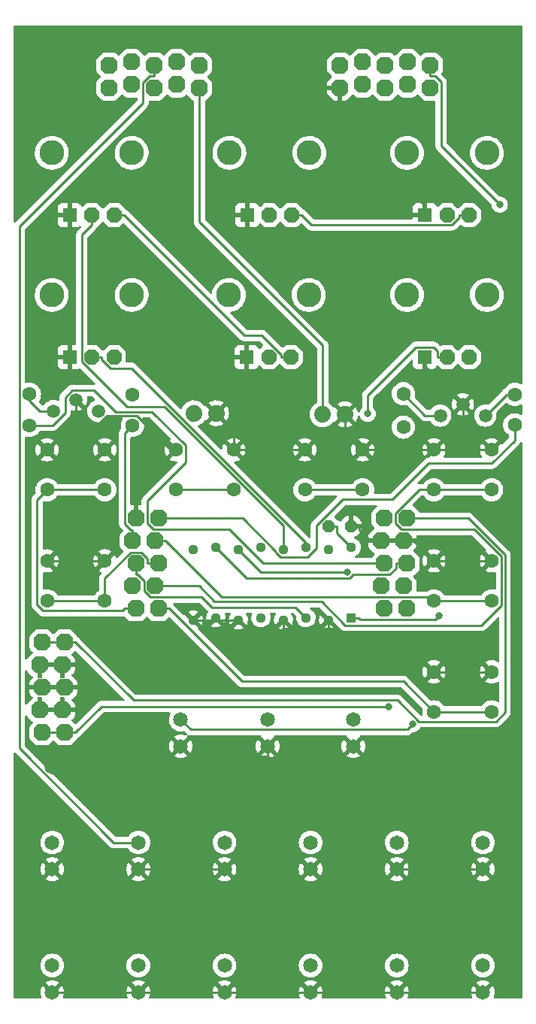
<source format=gbr>
%TF.GenerationSoftware,KiCad,Pcbnew,(6.0.2-0)*%
%TF.CreationDate,2022-03-24T13:34:33-04:00*%
%TF.ProjectId,dots-test,646f7473-2d74-4657-9374-2e6b69636164,rev?*%
%TF.SameCoordinates,Original*%
%TF.FileFunction,Copper,L2,Bot*%
%TF.FilePolarity,Positive*%
%FSLAX46Y46*%
G04 Gerber Fmt 4.6, Leading zero omitted, Abs format (unit mm)*
G04 Created by KiCad (PCBNEW (6.0.2-0)) date 2022-03-24 13:34:33*
%MOMM*%
%LPD*%
G01*
G04 APERTURE LIST*
G04 Aperture macros list*
%AMOutline5P*
0 Free polygon, 5 corners , with rotation*
0 The origin of the aperture is its center*
0 number of corners: always 5*
0 $1 to $10 corner X, Y*
0 $11 Rotation angle, in degrees counterclockwise*
0 create outline with 5 corners*
4,1,5,$1,$2,$3,$4,$5,$6,$7,$8,$9,$10,$1,$2,$11*%
%AMOutline6P*
0 Free polygon, 6 corners , with rotation*
0 The origin of the aperture is its center*
0 number of corners: always 6*
0 $1 to $12 corner X, Y*
0 $13 Rotation angle, in degrees counterclockwise*
0 create outline with 6 corners*
4,1,6,$1,$2,$3,$4,$5,$6,$7,$8,$9,$10,$11,$12,$1,$2,$13*%
%AMOutline7P*
0 Free polygon, 7 corners , with rotation*
0 The origin of the aperture is its center*
0 number of corners: always 7*
0 $1 to $14 corner X, Y*
0 $15 Rotation angle, in degrees counterclockwise*
0 create outline with 7 corners*
4,1,7,$1,$2,$3,$4,$5,$6,$7,$8,$9,$10,$11,$12,$13,$14,$1,$2,$15*%
%AMOutline8P*
0 Free polygon, 8 corners , with rotation*
0 The origin of the aperture is its center*
0 number of corners: always 8*
0 $1 to $16 corner X, Y*
0 $17 Rotation angle, in degrees counterclockwise*
0 create outline with 8 corners*
4,1,8,$1,$2,$3,$4,$5,$6,$7,$8,$9,$10,$11,$12,$13,$14,$15,$16,$1,$2,$17*%
G04 Aperture macros list end*
%TA.AperFunction,ComponentPad*%
%ADD10R,1.650000X1.650000*%
%TD*%
%TA.AperFunction,ComponentPad*%
%ADD11Outline8P,-0.825000X0.412500X-0.412500X0.825000X0.412500X0.825000X0.825000X0.412500X0.825000X-0.412500X0.412500X-0.825000X-0.412500X-0.825000X-0.825000X-0.412500X270.000000*%
%TD*%
%TA.AperFunction,ComponentPad*%
%ADD12C,2.794000*%
%TD*%
%TA.AperFunction,ComponentPad*%
%ADD13C,1.879600*%
%TD*%
%TA.AperFunction,ComponentPad*%
%ADD14C,1.650000*%
%TD*%
%TA.AperFunction,ComponentPad*%
%ADD15C,1.600000*%
%TD*%
%TA.AperFunction,ComponentPad*%
%ADD16C,1.500000*%
%TD*%
%TA.AperFunction,ComponentPad*%
%ADD17Outline8P,-0.660400X0.330200X-0.330200X0.660400X0.330200X0.660400X0.660400X0.330200X0.660400X-0.330200X0.330200X-0.660400X-0.330200X-0.660400X-0.660400X-0.330200X0.000000*%
%TD*%
%TA.AperFunction,ComponentPad*%
%ADD18Outline8P,-0.939800X0.469900X-0.469900X0.939800X0.469900X0.939800X0.939800X0.469900X0.939800X-0.469900X0.469900X-0.939800X-0.469900X-0.939800X-0.939800X-0.469900X0.000000*%
%TD*%
%TA.AperFunction,ComponentPad*%
%ADD19Outline8P,-0.939800X0.469900X-0.469900X0.939800X0.469900X0.939800X0.939800X0.469900X0.939800X-0.469900X0.469900X-0.939800X-0.469900X-0.939800X-0.939800X-0.469900X270.000000*%
%TD*%
%TA.AperFunction,ComponentPad*%
%ADD20Outline8P,-0.939800X0.469900X-0.469900X0.939800X0.469900X0.939800X0.939800X0.469900X0.939800X-0.469900X0.469900X-0.939800X-0.469900X-0.939800X-0.939800X-0.469900X90.000000*%
%TD*%
%TA.AperFunction,ComponentPad*%
%ADD21R,1.130000X1.130000*%
%TD*%
%TA.AperFunction,ComponentPad*%
%ADD22C,1.130000*%
%TD*%
%TA.AperFunction,ViaPad*%
%ADD23C,0.800000*%
%TD*%
%TA.AperFunction,Conductor*%
%ADD24C,0.250000*%
%TD*%
G04 APERTURE END LIST*
D10*
%TO.P,LAYER_POT,1*%
%TO.N,GND*%
X153781500Y-60086000D03*
D11*
%TO.P,LAYER_POT,2*%
%TO.N,MUX2*%
X156281500Y-60086000D03*
%TO.P,LAYER_POT,3*%
%TO.N,+3V3*%
X158781500Y-60086000D03*
D12*
%TO.P,LAYER_POT,CHASSIS1*%
%TO.N,N/C*%
X151781500Y-53086000D03*
%TO.P,LAYER_POT,CHASSIS2*%
X160781500Y-53086000D03*
%TD*%
D13*
%TO.P,D1,A*%
%TO.N,LED_REC*%
X147751300Y-82407000D03*
%TO.P,D1,K*%
%TO.N,GND*%
X150291300Y-82407000D03*
%TD*%
D10*
%TO.P,FX2_POT,1*%
%TO.N,GND*%
X173784000Y-76088000D03*
D11*
%TO.P,FX2_POT,2*%
%TO.N,MUX5*%
X176284000Y-76088000D03*
%TO.P,FX2_POT,3*%
%TO.N,+3V3*%
X178784000Y-76088000D03*
D12*
%TO.P,FX2_POT,CHASSIS1*%
%TO.N,N/C*%
X171784000Y-69088000D03*
%TO.P,FX2_POT,CHASSIS2*%
X180784000Y-69088000D03*
%TD*%
D14*
%TO.P,GATE_OUT_LOOP_START,P$1_TIP*%
%TO.N,GND*%
X156083000Y-108411000D03*
%TO.P,GATE_OUT_LOOP_START,P$2_SWITCH*%
%TO.N,G_OUT_LOOP*%
X156083000Y-116911000D03*
%TO.P,GATE_OUT_LOOP_START,P$3_SLEEVE*%
%TO.N,GND*%
X156083000Y-119911000D03*
%TD*%
D15*
%TO.P,EFX2_ON,1*%
%TO.N,GND*%
X174812000Y-86523000D03*
%TO.P,EFX2_ON,2*%
X181312000Y-86523000D03*
%TO.P,EFX2_ON,3*%
%TO.N,EFX2_ON_BUT*%
X174812000Y-91023000D03*
%TO.P,EFX2_ON,4*%
X181312000Y-91023000D03*
%TD*%
D14*
%TO.P,CV1_DRY,P$1_TIP*%
%TO.N,GND*%
X131826000Y-122254000D03*
%TO.P,CV1_DRY,P$2_SWITCH*%
%TO.N,CV1*%
X131826000Y-130754000D03*
%TO.P,CV1_DRY,P$3_SLEEVE*%
%TO.N,GND*%
X131826000Y-133754000D03*
%TD*%
D15*
%TO.P,R3,P$1*%
%TO.N,LED_FX1_A*%
X183921000Y-83717000D03*
%TO.P,R3,P$2*%
%TO.N,N$3*%
X183921000Y-80292000D03*
%TD*%
D14*
%TO.P,CV7_EFX1_ON,P$1_TIP*%
%TO.N,GND*%
X160934400Y-122254000D03*
%TO.P,CV7_EFX1_ON,P$2_SWITCH*%
%TO.N,CV7*%
X160934400Y-130754000D03*
%TO.P,CV7_EFX1_ON,P$3_SLEEVE*%
%TO.N,GND*%
X160934400Y-133754000D03*
%TD*%
D15*
%TO.P,PLAY,1*%
%TO.N,GND*%
X160291700Y-86523000D03*
%TO.P,PLAY,2*%
X166791700Y-86523000D03*
%TO.P,PLAY,3*%
%TO.N,PLAY_BUT*%
X160291700Y-91023000D03*
%TO.P,PLAY,4*%
X166791700Y-91023000D03*
%TD*%
%TO.P,R5,P$1*%
%TO.N,LED_FX2_A*%
X140868000Y-83767000D03*
%TO.P,R5,P$2*%
%TO.N,N$5*%
X140868000Y-80292000D03*
%TD*%
%TO.P,RESET,1*%
%TO.N,GND*%
X174812000Y-111542000D03*
%TO.P,RESET,2*%
X181312000Y-111542000D03*
%TO.P,RESET,3*%
%TO.N,RESET_BUT*%
X174812000Y-116042000D03*
%TO.P,RESET,4*%
X181312000Y-116042000D03*
%TD*%
D14*
%TO.P,GATE_IN_PLAY,P$1_TIP*%
%TO.N,GND*%
X165735000Y-108411000D03*
%TO.P,GATE_IN_PLAY,P$2_SWITCH*%
%TO.N,G_IN_PLAY*%
X165735000Y-116911000D03*
%TO.P,GATE_IN_PLAY,P$3_SLEEVE*%
%TO.N,GND*%
X165735000Y-119911000D03*
%TD*%
D10*
%TO.P,DECAY_POT,1*%
%TO.N,GND*%
X153718000Y-76088000D03*
D11*
%TO.P,DECAY_POT,2*%
%TO.N,MUX3*%
X156218000Y-76088000D03*
%TO.P,DECAY_POT,3*%
%TO.N,+3V3*%
X158718000Y-76088000D03*
D12*
%TO.P,DECAY_POT,CHASSIS1*%
%TO.N,N/C*%
X151718000Y-69088000D03*
%TO.P,DECAY_POT,CHASSIS2*%
X160718000Y-69088000D03*
%TD*%
D16*
%TO.P,LED2,AG*%
%TO.N,N$4*%
X175522000Y-82661000D03*
%TO.P,LED2,AO*%
%TO.N,N$3*%
X180602000Y-82661000D03*
%TO.P,LED2,CC*%
%TO.N,GND*%
X178062000Y-81391000D03*
%TD*%
D15*
%TO.P,EFX_1_ON,1*%
%TO.N,GND*%
X131251000Y-86523000D03*
%TO.P,EFX_1_ON,2*%
X137751000Y-86523000D03*
%TO.P,EFX_1_ON,3*%
%TO.N,EFX1_ON_BUT*%
X131251000Y-91023000D03*
%TO.P,EFX_1_ON,4*%
X137751000Y-91023000D03*
%TD*%
D14*
%TO.P,CV8_EFX2_ON,P$1_TIP*%
%TO.N,GND*%
X160934400Y-136097000D03*
%TO.P,CV8_EFX2_ON,P$2_SWITCH*%
%TO.N,CV8*%
X160934400Y-144597000D03*
%TO.P,CV8_EFX2_ON,P$3_SLEEVE*%
%TO.N,GND*%
X160934400Y-147597000D03*
%TD*%
D10*
%TO.P,DRY_POT,1*%
%TO.N,GND*%
X133779000Y-60086000D03*
D11*
%TO.P,DRY_POT,2*%
%TO.N,MUX0*%
X136279000Y-60086000D03*
%TO.P,DRY_POT,3*%
%TO.N,+3V3*%
X138779000Y-60086000D03*
D12*
%TO.P,DRY_POT,CHASSIS1*%
%TO.N,N/C*%
X131779000Y-53086000D03*
%TO.P,DRY_POT,CHASSIS2*%
X140779000Y-53086000D03*
%TD*%
D14*
%TO.P,CV4_DECAY,P$1_TIP*%
%TO.N,GND*%
X141528800Y-136097000D03*
%TO.P,CV4_DECAY,P$2_SWITCH*%
%TO.N,CV4*%
X141528800Y-144597000D03*
%TO.P,CV4_DECAY,P$3_SLEEVE*%
%TO.N,GND*%
X141528800Y-147597000D03*
%TD*%
D15*
%TO.P,EFX1_SEL,1*%
%TO.N,GND*%
X131251000Y-99032500D03*
%TO.P,EFX1_SEL,2*%
X137751000Y-99032500D03*
%TO.P,EFX1_SEL,3*%
%TO.N,EFX1_SEL_BUT*%
X131251000Y-103532500D03*
%TO.P,EFX1_SEL,4*%
X137751000Y-103532500D03*
%TD*%
%TO.P,R4,P$1*%
%TO.N,N$4*%
X171373000Y-80217000D03*
%TO.P,R4,P$2*%
%TO.N,LED_FX1_B*%
X171373000Y-83967000D03*
%TD*%
D16*
%TO.P,LED1,AG*%
%TO.N,N$6*%
X131961000Y-82153000D03*
%TO.P,LED1,AO*%
%TO.N,N$5*%
X137041000Y-82153000D03*
%TO.P,LED1,CC*%
%TO.N,GND*%
X134501000Y-80883000D03*
%TD*%
D14*
%TO.P,CV5_FX1_PARAM,P$1_TIP*%
%TO.N,GND*%
X151231600Y-122254000D03*
%TO.P,CV5_FX1_PARAM,P$2_SWITCH*%
%TO.N,CV5*%
X151231600Y-130754000D03*
%TO.P,CV5_FX1_PARAM,P$3_SLEEVE*%
%TO.N,GND*%
X151231600Y-133754000D03*
%TD*%
D15*
%TO.P,EFX2_SEL,1*%
%TO.N,GND*%
X174812000Y-99032500D03*
%TO.P,EFX2_SEL,2*%
X181312000Y-99032500D03*
%TO.P,EFX2_SEL,3*%
%TO.N,EFX2_SEL_BUT*%
X174812000Y-103532500D03*
%TO.P,EFX2_SEL,4*%
X181312000Y-103532500D03*
%TD*%
D14*
%TO.P,AUDIO_OUT_R,P$1_TIP*%
%TO.N,GND*%
X180340000Y-136097000D03*
%TO.P,AUDIO_OUT_R,P$2_SWITCH*%
%TO.N,AUDIO_OUT_R*%
X180340000Y-144597000D03*
%TO.P,AUDIO_OUT_R,P$3_SLEEVE*%
%TO.N,GND*%
X180340000Y-147597000D03*
%TD*%
D15*
%TO.P,RECORD,1*%
%TO.N,GND*%
X145771300Y-86523000D03*
%TO.P,RECORD,2*%
X152271300Y-86523000D03*
%TO.P,RECORD,3*%
%TO.N,REC_BUT*%
X145771300Y-91023000D03*
%TO.P,RECORD,4*%
X152271300Y-91023000D03*
%TD*%
D14*
%TO.P,GATE_IN_RECORD,P$1_TIP*%
%TO.N,GND*%
X146304000Y-108411000D03*
%TO.P,GATE_IN_RECORD,P$2_SWITCH*%
%TO.N,G_IN_REC*%
X146304000Y-116911000D03*
%TO.P,GATE_IN_RECORD,P$3_SLEEVE*%
%TO.N,GND*%
X146304000Y-119911000D03*
%TD*%
%TO.P,AUDIO_OUT_L,P$1_TIP*%
%TO.N,GND*%
X170637200Y-136097000D03*
%TO.P,AUDIO_OUT_L,P$2_SWITCH*%
%TO.N,AUDIO_OUT_L*%
X170637200Y-144597000D03*
%TO.P,AUDIO_OUT_L,P$3_SLEEVE*%
%TO.N,GND*%
X170637200Y-147597000D03*
%TD*%
D17*
%TO.P,C2,1*%
%TO.N,+3V3*%
X162949000Y-95123000D03*
%TO.P,C2,2*%
%TO.N,GND*%
X165489000Y-95123000D03*
%TD*%
D13*
%TO.P,D2,A*%
%TO.N,LED_PLAY*%
X162271700Y-82534000D03*
%TO.P,D2,K*%
%TO.N,GND*%
X164811700Y-82534000D03*
%TD*%
D14*
%TO.P,AUDIO_IN_R,P$1_TIP*%
%TO.N,GND*%
X170637200Y-122254000D03*
%TO.P,AUDIO_IN_R,P$2_SWITCH*%
%TO.N,AUDIO_IN_R*%
X170637200Y-130754000D03*
%TO.P,AUDIO_IN_R,P$3_SLEEVE*%
%TO.N,GND*%
X170637200Y-133754000D03*
%TD*%
D10*
%TO.P,WET_POT,1*%
%TO.N,GND*%
X133779000Y-76088000D03*
D11*
%TO.P,WET_POT,2*%
%TO.N,MUX1*%
X136279000Y-76088000D03*
%TO.P,WET_POT,3*%
%TO.N,+3V3*%
X138779000Y-76088000D03*
D12*
%TO.P,WET_POT,CHASSIS1*%
%TO.N,N/C*%
X131779000Y-69088000D03*
%TO.P,WET_POT,CHASSIS2*%
X140779000Y-69088000D03*
%TD*%
D18*
%TO.P,U1,A1*%
%TO.N,-12V*%
X171772000Y-104398000D03*
%TO.P,U1,A2*%
%TO.N,MUX_SEL_0*%
X171392000Y-101858000D03*
%TO.P,U1,A3*%
%TO.N,MUX_SEL_1*%
X171772000Y-99318000D03*
%TO.P,U1,A4*%
%TO.N,GND*%
X171392000Y-96778000D03*
%TO.P,U1,A5*%
%TO.N,N$1*%
X171772000Y-94238000D03*
%TO.P,U1,A6*%
%TO.N,N/C*%
X169232000Y-94238000D03*
%TO.P,U1,A7*%
%TO.N,GND*%
X168852000Y-96778000D03*
%TO.P,U1,A8*%
%TO.N,LED_FX2_B*%
X169232000Y-99318000D03*
%TO.P,U1,A9*%
%TO.N,LED_FX1_B*%
X168852000Y-101858000D03*
%TO.P,U1,A10*%
%TO.N,+3V3*%
X169232000Y-104398000D03*
D19*
%TO.P,U1,B1*%
%TO.N,AUDIO_OUT_R*%
X174392000Y-43238000D03*
%TO.P,U1,B2*%
%TO.N,AUDIO_OUT_L*%
X171852000Y-42858000D03*
%TO.P,U1,B3*%
%TO.N,AUDIO_IN_R*%
X169312000Y-43238000D03*
%TO.P,U1,B4*%
%TO.N,AUDIO_IN_L*%
X166772000Y-42858000D03*
%TO.P,U1,B5*%
%TO.N,G_OUT_LOOP*%
X164232000Y-43238000D03*
%TO.P,U1,B6*%
%TO.N,GND*%
X164232000Y-45778000D03*
%TO.P,U1,B7*%
%TO.N,REC_BUT*%
X166772000Y-45398000D03*
%TO.P,U1,B8*%
%TO.N,PLAY_BUT*%
X169312000Y-45778000D03*
%TO.P,U1,B9*%
%TO.N,G_IN_PLAY*%
X171852000Y-45398000D03*
%TO.P,U1,B10*%
%TO.N,G_IN_REC*%
X174392000Y-45778000D03*
%TO.P,U1,C1*%
%TO.N,LED_REC*%
X148392000Y-43238000D03*
%TO.P,U1,C2*%
%TO.N,CV4*%
X145852000Y-42858000D03*
%TO.P,U1,C3*%
%TO.N,CV3*%
X143312000Y-43238000D03*
%TO.P,U1,C4*%
%TO.N,CV2*%
X140772000Y-42858000D03*
%TO.P,U1,C5*%
%TO.N,CV1*%
X138232000Y-43238000D03*
%TO.P,U1,C6*%
%TO.N,CV5*%
X138232000Y-45778000D03*
%TO.P,U1,C7*%
%TO.N,CV6*%
X140772000Y-45398000D03*
%TO.P,U1,C8*%
%TO.N,CV7*%
X143312000Y-45778000D03*
%TO.P,U1,C9*%
%TO.N,CV8*%
X145852000Y-45398000D03*
%TO.P,U1,C10*%
%TO.N,LED_PLAY*%
X148392000Y-45778000D03*
D18*
%TO.P,U1,D1*%
%TO.N,RESET_BUT*%
X143772000Y-104398000D03*
%TO.P,U1,D2*%
%TO.N,EFX2_ON_BUT*%
X143392000Y-101858000D03*
%TO.P,U1,D3*%
%TO.N,EFX1_SEL_BUT*%
X143772000Y-99318000D03*
%TO.P,U1,D4*%
%TO.N,EFX2_SEL_BUT*%
X143392000Y-96778000D03*
%TO.P,U1,D5*%
%TO.N,LED_FX1_A*%
X143772000Y-94238000D03*
%TO.P,U1,D6*%
%TO.N,GND*%
X141232000Y-94238000D03*
%TO.P,U1,D7*%
%TO.N,LED_FX2_A*%
X140852000Y-96778000D03*
%TO.P,U1,D8*%
%TO.N,MUX_COMMON*%
X141232000Y-99318000D03*
%TO.P,U1,D9*%
%TO.N,MUX_SEL_2*%
X140852000Y-101858000D03*
%TO.P,U1,D10*%
%TO.N,EFX1_ON_BUT*%
X141232000Y-104398000D03*
%TD*%
D14*
%TO.P,AUDIO_IN_L,P$1_TIP*%
%TO.N,GND*%
X180340000Y-122254000D03*
%TO.P,AUDIO_IN_L,P$2_SWITCH*%
%TO.N,AUDIO_IN_L*%
X180340000Y-130754000D03*
%TO.P,AUDIO_IN_L,P$3_SLEEVE*%
%TO.N,GND*%
X180340000Y-133754000D03*
%TD*%
%TO.P,CV2_WET,P$1_TIP*%
%TO.N,GND*%
X131826000Y-136097000D03*
%TO.P,CV2_WET,P$2_SWITCH*%
%TO.N,CV2*%
X131826000Y-144597000D03*
%TO.P,CV2_WET,P$3_SLEEVE*%
%TO.N,GND*%
X131826000Y-147597000D03*
%TD*%
D10*
%TO.P,FX1_POT,1*%
%TO.N,GND*%
X173784000Y-60086000D03*
D11*
%TO.P,FX1_POT,2*%
%TO.N,MUX4*%
X176284000Y-60086000D03*
%TO.P,FX1_POT,3*%
%TO.N,+3V3*%
X178784000Y-60086000D03*
D12*
%TO.P,FX1_POT,CHASSIS1*%
%TO.N,N/C*%
X171784000Y-53086000D03*
%TO.P,FX1_POT,CHASSIS2*%
X180784000Y-53086000D03*
%TD*%
D14*
%TO.P,CV3_LAYERS,P$1_TIP*%
%TO.N,GND*%
X141528800Y-122254000D03*
%TO.P,CV3_LAYERS,P$2_SWITCH*%
%TO.N,CV3*%
X141528800Y-130754000D03*
%TO.P,CV3_LAYERS,P$3_SLEEVE*%
%TO.N,GND*%
X141528800Y-133754000D03*
%TD*%
%TO.P,CV6_FX2_PARAM,P$1_TIP*%
%TO.N,GND*%
X151231600Y-136097000D03*
%TO.P,CV6_FX2_PARAM,P$2_SWITCH*%
%TO.N,CV6*%
X151231600Y-144597000D03*
%TO.P,CV6_FX2_PARAM,P$3_SLEEVE*%
%TO.N,GND*%
X151231600Y-147597000D03*
%TD*%
D15*
%TO.P,R6,P$1*%
%TO.N,N$6*%
X129261000Y-80267000D03*
%TO.P,R6,P$2*%
%TO.N,LED_FX2_B*%
X129261000Y-83767000D03*
%TD*%
D20*
%TO.P,C1,GND1*%
%TO.N,GND*%
X132969000Y-115824000D03*
%TO.P,C1,GND2*%
X130429000Y-115824000D03*
%TO.P,C1,GND3*%
X133223000Y-113284000D03*
%TO.P,C1,GND4*%
X130683000Y-113284000D03*
%TO.P,C1,GND5*%
X132969000Y-110744000D03*
%TO.P,C1,GND6*%
X130429000Y-110744000D03*
%TO.P,C1,NEG1*%
%TO.N,-12V*%
X133223000Y-118364000D03*
%TO.P,C1,NEG2*%
X130683000Y-118364000D03*
%TO.P,C1,POS1*%
%TO.N,N$1*%
X133223000Y-108204000D03*
%TO.P,C1,POS2*%
X130683000Y-108204000D03*
%TD*%
D21*
%TO.P,U2,1*%
%TO.N,MUX4*%
X165489000Y-105443000D03*
D22*
%TO.P,U2,2*%
%TO.N,GND*%
X162949000Y-105698000D03*
%TO.P,U2,3*%
%TO.N,MUX_COMMON*%
X160409000Y-105443000D03*
%TO.P,U2,4*%
%TO.N,GND*%
X157869000Y-105698000D03*
%TO.P,U2,5*%
%TO.N,MUX5*%
X155329000Y-105443000D03*
%TO.P,U2,6*%
%TO.N,GND*%
X152789000Y-105698000D03*
%TO.P,U2,7*%
X150249000Y-105443000D03*
%TO.P,U2,8*%
X147709000Y-105698000D03*
%TO.P,U2,9*%
%TO.N,MUX_SEL_2*%
X147709000Y-97758000D03*
%TO.P,U2,10*%
%TO.N,MUX_SEL_1*%
X150249000Y-97503000D03*
%TO.P,U2,11*%
%TO.N,MUX_SEL_0*%
X152789000Y-97758000D03*
%TO.P,U2,12*%
%TO.N,MUX3*%
X155329000Y-97503000D03*
%TO.P,U2,13*%
%TO.N,MUX0*%
X157869000Y-97758000D03*
%TO.P,U2,14*%
%TO.N,MUX1*%
X160409000Y-97503000D03*
%TO.P,U2,15*%
%TO.N,MUX2*%
X162949000Y-97758000D03*
%TO.P,U2,16*%
%TO.N,+3V3*%
X165489000Y-97503000D03*
%TD*%
D23*
%TO.N,-12V*%
X169718500Y-115447400D03*
%TO.N,AUDIO_OUT_R*%
X182233300Y-58915600D03*
%TO.N,MUX_SEL_0*%
X165044500Y-100311100D03*
%TO.N,MUX4*%
X175391500Y-105216100D03*
%TO.N,MUX5*%
X167345800Y-82468300D03*
%TO.N,G_IN_REC*%
X172424400Y-117422200D03*
%TD*%
D24*
%TO.N,N$1*%
X134442300Y-108204000D02*
X140974800Y-114736500D01*
X182830200Y-98390600D02*
X178677600Y-94238000D01*
X140974800Y-114736500D02*
X170697200Y-114736500D01*
X130683000Y-108204000D02*
X133223000Y-108204000D01*
X182830200Y-116083200D02*
X182830200Y-98390600D01*
X170697200Y-114736500D02*
X173080500Y-117119800D01*
X133223000Y-108204000D02*
X134442300Y-108204000D01*
X178677600Y-94238000D02*
X171772000Y-94238000D01*
X181793600Y-117119800D02*
X182830200Y-116083200D01*
X173080500Y-117119800D02*
X181793600Y-117119800D01*
%TO.N,GND*%
X174812000Y-111542000D02*
X171681000Y-108411000D01*
X153718000Y-76088000D02*
X153718000Y-78980300D01*
X173861700Y-77190700D02*
X173784000Y-77190700D01*
X152271300Y-84387000D02*
X150291300Y-82407000D01*
X136677500Y-147597000D02*
X136677500Y-136097000D01*
X162949000Y-106625000D02*
X162949000Y-105698000D01*
X132969000Y-115824000D02*
X130429000Y-115824000D01*
X175488700Y-133754000D02*
X175488700Y-122254000D01*
X156083000Y-121082500D02*
X151817300Y-121082500D01*
X162949000Y-106625000D02*
X157869000Y-106625000D01*
X165735000Y-108411000D02*
X163949000Y-106625000D01*
X178062000Y-86523000D02*
X178062000Y-81391000D01*
X141528800Y-147597000D02*
X151231600Y-147597000D01*
X134501000Y-80883000D02*
X134501000Y-83273000D01*
X164811700Y-82534000D02*
X164811700Y-84032000D01*
X137751000Y-86523000D02*
X135942200Y-84714200D01*
X135942200Y-84714100D02*
X138000400Y-82655900D01*
X164811700Y-84032000D02*
X162782700Y-84032000D01*
X151231600Y-133754000D02*
X141528800Y-133754000D01*
X166791700Y-86523000D02*
X166791700Y-86012000D01*
X135942200Y-84714100D02*
X135942100Y-84714100D01*
X138000400Y-82655900D02*
X141342400Y-82655900D01*
X157869000Y-106625000D02*
X157869000Y-105698000D01*
X151231600Y-147597000D02*
X160934400Y-147597000D01*
X170637200Y-136097000D02*
X160934400Y-136097000D01*
X141528800Y-136097000D02*
X136677500Y-136097000D01*
X141232000Y-94238000D02*
X141232000Y-91062300D01*
X160291700Y-86523000D02*
X152271300Y-86523000D01*
X181312000Y-86523000D02*
X178062000Y-86523000D01*
X152271300Y-86523000D02*
X152271300Y-84387000D01*
X163392000Y-122254000D02*
X165735000Y-119911000D01*
X141232000Y-91062300D02*
X145490400Y-86803900D01*
X173784000Y-60086000D02*
X173784000Y-58983300D01*
X170637200Y-133754000D02*
X175488700Y-133754000D01*
X171681000Y-108411000D02*
X165735000Y-108411000D01*
X178062000Y-81391000D02*
X173861700Y-77190700D01*
X162782700Y-84032000D02*
X160291700Y-86523000D01*
X131251000Y-99032500D02*
X137751000Y-99032500D01*
X156083000Y-121082500D02*
X157254500Y-122254000D01*
X173784000Y-76088000D02*
X173784000Y-77190700D01*
X175488700Y-122254000D02*
X170637200Y-122254000D01*
X180340000Y-147597000D02*
X170637200Y-147597000D01*
X160934400Y-136097000D02*
X151231600Y-136097000D01*
X157156400Y-107337600D02*
X156083000Y-107337600D01*
X141342400Y-82655900D02*
X145490400Y-86803900D01*
X135942100Y-84714100D02*
X134501000Y-83273000D01*
X181312000Y-111542000D02*
X174812000Y-111542000D01*
X156083000Y-108411000D02*
X156083000Y-107337600D01*
X143961000Y-122254000D02*
X146304000Y-119911000D01*
X166791700Y-86012000D02*
X164811700Y-84032000D01*
X171392000Y-96778000D02*
X172611300Y-96778000D01*
X136677500Y-147597000D02*
X141528800Y-147597000D01*
X168078000Y-122254000D02*
X165735000Y-119911000D01*
X131826000Y-122254000D02*
X141528800Y-122254000D01*
X170637200Y-147597000D02*
X160934400Y-147597000D01*
X171392000Y-96778000D02*
X168852000Y-96778000D01*
X154428600Y-107337600D02*
X152789000Y-105698000D01*
X135942200Y-84714200D02*
X135942200Y-84714100D01*
X151231600Y-121668200D02*
X148061200Y-121668200D01*
X150504000Y-105698000D02*
X150249000Y-105443000D01*
X152789000Y-105698000D02*
X150504000Y-105698000D01*
X136677500Y-136097000D02*
X131826000Y-136097000D01*
X134501000Y-83273000D02*
X131251000Y-86523000D01*
X153718000Y-78980300D02*
X150291300Y-82407000D01*
X180340000Y-122254000D02*
X175488700Y-122254000D01*
X156083000Y-121082500D02*
X156083000Y-119911000D01*
X181312000Y-99032500D02*
X174812000Y-99032500D01*
X172611300Y-96831800D02*
X174812000Y-99032500D01*
X172611300Y-96778000D02*
X172611300Y-96831800D01*
X175488700Y-133754000D02*
X180340000Y-133754000D01*
X156083000Y-107337600D02*
X154428600Y-107337600D01*
X163949000Y-106625000D02*
X162949000Y-106625000D01*
X141528800Y-122254000D02*
X143961000Y-122254000D01*
X157254500Y-122254000D02*
X160934400Y-122254000D01*
X145490400Y-86803900D02*
X145771300Y-86523000D01*
X131826000Y-147597000D02*
X136677500Y-147597000D01*
X149994000Y-105698000D02*
X150249000Y-105443000D01*
X157869000Y-106625000D02*
X157156400Y-107337600D01*
X167632700Y-96778000D02*
X166428400Y-95573700D01*
X164232000Y-49431300D02*
X173784000Y-58983300D01*
X170637200Y-122254000D02*
X168078000Y-122254000D01*
X148061200Y-121668200D02*
X146304000Y-119911000D01*
X133223000Y-113284000D02*
X130683000Y-113284000D01*
X151231600Y-121668200D02*
X151231600Y-122254000D01*
X147709000Y-105698000D02*
X149994000Y-105698000D01*
X166791700Y-86523000D02*
X174812000Y-86523000D01*
X165489000Y-95123000D02*
X166428400Y-95123000D01*
X160934400Y-122254000D02*
X163392000Y-122254000D01*
X166428400Y-95573700D02*
X166428400Y-95123000D01*
X178062000Y-86523000D02*
X174812000Y-86523000D01*
X164232000Y-45778000D02*
X164232000Y-49431300D01*
X168852000Y-96778000D02*
X167632700Y-96778000D01*
X151817300Y-121082500D02*
X151231600Y-121668200D01*
%TO.N,-12V*%
X133223000Y-118364000D02*
X134442300Y-118364000D01*
X137358900Y-115447400D02*
X169718500Y-115447400D01*
X133223000Y-118364000D02*
X130683000Y-118364000D01*
X134442300Y-118364000D02*
X137358900Y-115447400D01*
%TO.N,AUDIO_OUT_R*%
X174392000Y-43238000D02*
X174392000Y-44457300D01*
X174392000Y-44457300D02*
X174925500Y-44457300D01*
X175611300Y-52293600D02*
X182233300Y-58915600D01*
X174925500Y-44457300D02*
X175611300Y-45143100D01*
X175611300Y-45143100D02*
X175611300Y-52293600D01*
%TO.N,MUX_SEL_0*%
X165044500Y-100311100D02*
X155342100Y-100311100D01*
X155342100Y-100311100D02*
X152789000Y-97758000D01*
%TO.N,MUX_SEL_1*%
X165732400Y-100581600D02*
X169822500Y-100581600D01*
X165325200Y-100988800D02*
X165732400Y-100581600D01*
X170552700Y-99851400D02*
X170552700Y-99318000D01*
X150249000Y-97503000D02*
X153734800Y-100988800D01*
X169822500Y-100581600D02*
X170552700Y-99851400D01*
X153734800Y-100988800D02*
X165325200Y-100988800D01*
X171772000Y-99318000D02*
X170552700Y-99318000D01*
%TO.N,MUX_COMMON*%
X159217800Y-104251800D02*
X160409000Y-105443000D01*
X149797300Y-104251800D02*
X159217800Y-104251800D01*
X141232000Y-99318000D02*
X141232000Y-100537300D01*
X142172600Y-101312400D02*
X142172600Y-102454000D01*
X142846500Y-103127900D02*
X148673400Y-103127900D01*
X142172600Y-102454000D02*
X142846500Y-103127900D01*
X141397500Y-100537300D02*
X142172600Y-101312400D01*
X141232000Y-100537300D02*
X141397500Y-100537300D01*
X148673400Y-103127900D02*
X149797300Y-104251800D01*
%TO.N,+3V3*%
X158781500Y-60086000D02*
X159885800Y-60086000D01*
X162949000Y-95123000D02*
X163888400Y-95123000D01*
X163888400Y-95902400D02*
X165489000Y-97503000D01*
X157613700Y-75823800D02*
X157613700Y-76088000D01*
X153452500Y-73655200D02*
X155445100Y-73655200D01*
X163888400Y-95123000D02*
X163888400Y-95902400D01*
X158718000Y-76088000D02*
X157613700Y-76088000D01*
X138779000Y-60086000D02*
X139883300Y-60086000D01*
X139883300Y-60086000D02*
X153452500Y-73655200D01*
X155445100Y-73655200D02*
X157613700Y-75823800D01*
X177679700Y-60362100D02*
X176849200Y-61192600D01*
X160992400Y-61192600D02*
X159885800Y-60086000D01*
X177679700Y-60086000D02*
X177679700Y-60362100D01*
X176849200Y-61192600D02*
X160992400Y-61192600D01*
X178784000Y-60086000D02*
X177679700Y-60086000D01*
%TO.N,CV3*%
X142042000Y-45214500D02*
X142799200Y-44457300D01*
X138743600Y-130754000D02*
X128143000Y-120153400D01*
X142799200Y-44457300D02*
X143312000Y-44457300D01*
X142042000Y-47478800D02*
X142042000Y-45214500D01*
X128143000Y-120153400D02*
X128143000Y-61377800D01*
X128143000Y-61377800D02*
X142042000Y-47478800D01*
X141528800Y-130754000D02*
X138743600Y-130754000D01*
X143312000Y-44457300D02*
X143312000Y-43238000D01*
%TO.N,MUX0*%
X144528500Y-81693700D02*
X140229100Y-81693700D01*
X157869000Y-97758000D02*
X157869000Y-95034200D01*
X135163700Y-62305600D02*
X136279000Y-61190300D01*
X135163700Y-76628300D02*
X135163700Y-62305600D01*
X136279000Y-60086000D02*
X136279000Y-61190300D01*
X140229100Y-81693700D02*
X135163700Y-76628300D01*
X157869000Y-95034200D02*
X144528500Y-81693700D01*
%TO.N,MUX1*%
X160409000Y-97004600D02*
X140740800Y-77336400D01*
X160409000Y-97503000D02*
X160409000Y-97004600D01*
X136279000Y-76088000D02*
X137383300Y-76088000D01*
X140740800Y-77336400D02*
X138367400Y-77336400D01*
X138367400Y-77336400D02*
X137383300Y-76352300D01*
X137383300Y-76352300D02*
X137383300Y-76088000D01*
%TO.N,MUX4*%
X165489000Y-105443000D02*
X166331700Y-105443000D01*
X166331700Y-105443000D02*
X166514700Y-105626000D01*
X174981600Y-105626000D02*
X175391500Y-105216100D01*
X166514700Y-105626000D02*
X174981600Y-105626000D01*
%TO.N,MUX5*%
X175179700Y-75397800D02*
X174763500Y-74981600D01*
X175179700Y-76088000D02*
X175179700Y-75397800D01*
X174763500Y-74981600D02*
X172755100Y-74981600D01*
X167345800Y-80390900D02*
X167345800Y-82468300D01*
X176284000Y-76088000D02*
X175179700Y-76088000D01*
X172755100Y-74981600D02*
X167345800Y-80390900D01*
%TO.N,REC_BUT*%
X152271300Y-91023000D02*
X145771300Y-91023000D01*
%TO.N,PLAY_BUT*%
X166791700Y-91023000D02*
X160291700Y-91023000D01*
%TO.N,LED_PLAY*%
X162271700Y-82534000D02*
X162271700Y-74746900D01*
X148392000Y-60867200D02*
X148392000Y-45778000D01*
X162271700Y-74746900D02*
X148392000Y-60867200D01*
%TO.N,EFX1_SEL_BUT*%
X141862000Y-98093900D02*
X140644300Y-98093900D01*
X142552700Y-99318000D02*
X142552700Y-98784600D01*
X140644300Y-98093900D02*
X137751000Y-100987200D01*
X137751000Y-100987200D02*
X137751000Y-103532500D01*
X143772000Y-99318000D02*
X142552700Y-99318000D01*
X142552700Y-98784600D02*
X141862000Y-98093900D01*
X131251000Y-103532500D02*
X137751000Y-103532500D01*
%TO.N,G_IN_REC*%
X147433200Y-118040200D02*
X146304000Y-116911000D01*
X172424400Y-117422200D02*
X171806400Y-118040200D01*
X171806400Y-118040200D02*
X147433200Y-118040200D01*
%TO.N,EFX2_ON_BUT*%
X179378000Y-95508000D02*
X171178300Y-95508000D01*
X170502000Y-93694900D02*
X173173900Y-91023000D01*
X170502000Y-94831700D02*
X170502000Y-93694900D01*
X180139400Y-106297700D02*
X182427500Y-104009600D01*
X173173900Y-91023000D02*
X174812000Y-91023000D01*
X182427500Y-104009600D02*
X182427500Y-98557500D01*
X181312000Y-91023000D02*
X174812000Y-91023000D01*
X164821000Y-106297700D02*
X180139400Y-106297700D01*
X171178300Y-95508000D02*
X170502000Y-94831700D01*
X182427500Y-98557500D02*
X179378000Y-95508000D01*
X148346000Y-101858000D02*
X150114100Y-103626100D01*
X143392000Y-101858000D02*
X148346000Y-101858000D01*
X162149400Y-103626100D02*
X164821000Y-106297700D01*
X150114100Y-103626100D02*
X162149400Y-103626100D01*
%TO.N,EFX2_SEL_BUT*%
X181312000Y-103532500D02*
X174812000Y-103532500D01*
X144611300Y-96778000D02*
X150961200Y-103127900D01*
X174407400Y-103127900D02*
X174812000Y-103532500D01*
X150961200Y-103127900D02*
X174407400Y-103127900D01*
X143392000Y-96778000D02*
X144611300Y-96778000D01*
%TO.N,RESET_BUT*%
X181312000Y-116042000D02*
X174812000Y-116042000D01*
X171389800Y-112619800D02*
X174812000Y-116042000D01*
X143772000Y-104398000D02*
X144991300Y-104398000D01*
X144991300Y-104398000D02*
X153213100Y-112619800D01*
X153213100Y-112619800D02*
X171389800Y-112619800D01*
%TO.N,EFX1_ON_BUT*%
X140012700Y-104398000D02*
X139764200Y-104646500D01*
X130812300Y-104646500D02*
X130133900Y-103968100D01*
X130133900Y-103968100D02*
X130133900Y-92140100D01*
X130133900Y-92140100D02*
X131251000Y-91023000D01*
X139764200Y-104646500D02*
X130812300Y-104646500D01*
X141232000Y-104398000D02*
X140012700Y-104398000D01*
X137751000Y-91023000D02*
X131251000Y-91023000D01*
%TO.N,LED_FX1_A*%
X157016700Y-97989800D02*
X153264900Y-94238000D01*
X153264900Y-94238000D02*
X143772000Y-94238000D01*
X181341500Y-88043700D02*
X174246100Y-88043700D01*
X174246100Y-88043700D02*
X170176900Y-92112900D01*
X161571800Y-97597600D02*
X160562800Y-98606600D01*
X183921000Y-83717000D02*
X183921000Y-85464200D01*
X160562800Y-98606600D02*
X157516000Y-98606600D01*
X157516000Y-98606600D02*
X157016700Y-98107300D01*
X157016700Y-98107300D02*
X157016700Y-97989800D01*
X170176900Y-92112900D02*
X164546900Y-92112900D01*
X183921000Y-85464200D02*
X181341500Y-88043700D01*
X164546900Y-92112900D02*
X161571800Y-95088000D01*
X161571800Y-95088000D02*
X161571800Y-97597600D01*
%TO.N,LED_FX2_A*%
X139992800Y-84642200D02*
X140868000Y-83767000D01*
X140852000Y-95558700D02*
X140705500Y-95558700D01*
X140852000Y-96778000D02*
X140852000Y-95558700D01*
X139992800Y-94846000D02*
X139992800Y-84642200D01*
X140705500Y-95558700D02*
X139992800Y-94846000D01*
%TO.N,LED_FX2_B*%
X134075900Y-79841500D02*
X133281100Y-80636300D01*
X146850700Y-87979800D02*
X146850700Y-86019200D01*
X169232000Y-99318000D02*
X155602600Y-99318000D01*
X133281100Y-80636300D02*
X133281100Y-82363900D01*
X138973300Y-82253100D02*
X136561700Y-79841500D01*
X151792600Y-95508000D02*
X143225100Y-95508000D01*
X133281100Y-82363900D02*
X131878000Y-83767000D01*
X142536500Y-92294000D02*
X146850700Y-87979800D01*
X136561700Y-79841500D02*
X134075900Y-79841500D01*
X155602600Y-99318000D02*
X151792600Y-95508000D01*
X146850700Y-86019200D02*
X143084600Y-82253100D01*
X143084600Y-82253100D02*
X138973300Y-82253100D01*
X142536500Y-94819400D02*
X142536500Y-92294000D01*
X143225100Y-95508000D02*
X142536500Y-94819400D01*
X131878000Y-83767000D02*
X129261000Y-83767000D01*
%TO.N,N$3*%
X180602000Y-82661000D02*
X182971000Y-80292000D01*
X182971000Y-80292000D02*
X183921000Y-80292000D01*
%TO.N,N$4*%
X175522000Y-82661000D02*
X173817000Y-82661000D01*
X173817000Y-82661000D02*
X171373000Y-80217000D01*
%TO.N,N$6*%
X130413000Y-82153000D02*
X129286000Y-81026000D01*
X131961000Y-82153000D02*
X130413000Y-82153000D01*
%TD*%
%TA.AperFunction,Conductor*%
%TO.N,GND*%
G36*
X184688582Y-85648353D02*
G01*
X184737772Y-85699547D01*
X184752000Y-85757712D01*
X184752000Y-148193000D01*
X184731998Y-148261121D01*
X184678342Y-148307614D01*
X184626000Y-148319000D01*
X181671909Y-148319000D01*
X181603788Y-148298998D01*
X181557295Y-148245342D01*
X181547191Y-148175068D01*
X181557714Y-148139750D01*
X181595072Y-148059636D01*
X181598818Y-148049344D01*
X181656339Y-147834672D01*
X181658242Y-147823877D01*
X181677613Y-147602475D01*
X181677613Y-147591525D01*
X181658242Y-147370123D01*
X181656339Y-147359328D01*
X181598818Y-147144656D01*
X181595072Y-147134364D01*
X181501148Y-146932941D01*
X181495665Y-146923446D01*
X181455441Y-146866000D01*
X181444964Y-146857625D01*
X181431517Y-146864693D01*
X180429095Y-147867115D01*
X180366783Y-147901141D01*
X180295968Y-147896076D01*
X180250905Y-147867115D01*
X179247762Y-146863972D01*
X179235987Y-146857542D01*
X179223972Y-146866838D01*
X179184335Y-146923446D01*
X179178852Y-146932941D01*
X179084928Y-147134364D01*
X179081182Y-147144656D01*
X179023661Y-147359328D01*
X179021758Y-147370123D01*
X179002387Y-147591525D01*
X179002387Y-147602475D01*
X179021758Y-147823877D01*
X179023661Y-147834672D01*
X179081182Y-148049344D01*
X179084928Y-148059636D01*
X179122286Y-148139750D01*
X179132947Y-148209942D01*
X179103967Y-148274754D01*
X179044547Y-148313611D01*
X179008091Y-148319000D01*
X171969109Y-148319000D01*
X171900988Y-148298998D01*
X171854495Y-148245342D01*
X171844391Y-148175068D01*
X171854914Y-148139750D01*
X171892272Y-148059636D01*
X171896018Y-148049344D01*
X171953539Y-147834672D01*
X171955442Y-147823877D01*
X171974813Y-147602475D01*
X171974813Y-147591525D01*
X171955442Y-147370123D01*
X171953539Y-147359328D01*
X171896018Y-147144656D01*
X171892272Y-147134364D01*
X171798348Y-146932941D01*
X171792865Y-146923446D01*
X171752641Y-146866000D01*
X171742164Y-146857625D01*
X171728717Y-146864693D01*
X170726295Y-147867115D01*
X170663983Y-147901141D01*
X170593168Y-147896076D01*
X170548105Y-147867115D01*
X169544962Y-146863972D01*
X169533187Y-146857542D01*
X169521172Y-146866838D01*
X169481535Y-146923446D01*
X169476052Y-146932941D01*
X169382128Y-147134364D01*
X169378382Y-147144656D01*
X169320861Y-147359328D01*
X169318958Y-147370123D01*
X169299587Y-147591525D01*
X169299587Y-147602475D01*
X169318958Y-147823877D01*
X169320861Y-147834672D01*
X169378382Y-148049344D01*
X169382128Y-148059636D01*
X169419486Y-148139750D01*
X169430147Y-148209942D01*
X169401167Y-148274754D01*
X169341747Y-148313611D01*
X169305291Y-148319000D01*
X162266309Y-148319000D01*
X162198188Y-148298998D01*
X162151695Y-148245342D01*
X162141591Y-148175068D01*
X162152114Y-148139750D01*
X162189472Y-148059636D01*
X162193218Y-148049344D01*
X162250739Y-147834672D01*
X162252642Y-147823877D01*
X162272013Y-147602475D01*
X162272013Y-147591525D01*
X162252642Y-147370123D01*
X162250739Y-147359328D01*
X162193218Y-147144656D01*
X162189472Y-147134364D01*
X162095548Y-146932941D01*
X162090065Y-146923446D01*
X162049841Y-146866000D01*
X162039364Y-146857625D01*
X162025917Y-146864693D01*
X161023495Y-147867115D01*
X160961183Y-147901141D01*
X160890368Y-147896076D01*
X160845305Y-147867115D01*
X159842162Y-146863972D01*
X159830387Y-146857542D01*
X159818372Y-146866838D01*
X159778735Y-146923446D01*
X159773252Y-146932941D01*
X159679328Y-147134364D01*
X159675582Y-147144656D01*
X159618061Y-147359328D01*
X159616158Y-147370123D01*
X159596787Y-147591525D01*
X159596787Y-147602475D01*
X159616158Y-147823877D01*
X159618061Y-147834672D01*
X159675582Y-148049344D01*
X159679328Y-148059636D01*
X159716686Y-148139750D01*
X159727347Y-148209942D01*
X159698367Y-148274754D01*
X159638947Y-148313611D01*
X159602491Y-148319000D01*
X152563509Y-148319000D01*
X152495388Y-148298998D01*
X152448895Y-148245342D01*
X152438791Y-148175068D01*
X152449314Y-148139750D01*
X152486672Y-148059636D01*
X152490418Y-148049344D01*
X152547939Y-147834672D01*
X152549842Y-147823877D01*
X152569213Y-147602475D01*
X152569213Y-147591525D01*
X152549842Y-147370123D01*
X152547939Y-147359328D01*
X152490418Y-147144656D01*
X152486672Y-147134364D01*
X152392748Y-146932941D01*
X152387265Y-146923446D01*
X152347041Y-146866000D01*
X152336564Y-146857625D01*
X152323117Y-146864693D01*
X151320695Y-147867115D01*
X151258383Y-147901141D01*
X151187568Y-147896076D01*
X151142505Y-147867115D01*
X150139362Y-146863972D01*
X150127587Y-146857542D01*
X150115572Y-146866838D01*
X150075935Y-146923446D01*
X150070452Y-146932941D01*
X149976528Y-147134364D01*
X149972782Y-147144656D01*
X149915261Y-147359328D01*
X149913358Y-147370123D01*
X149893987Y-147591525D01*
X149893987Y-147602475D01*
X149913358Y-147823877D01*
X149915261Y-147834672D01*
X149972782Y-148049344D01*
X149976528Y-148059636D01*
X150013886Y-148139750D01*
X150024547Y-148209942D01*
X149995567Y-148274754D01*
X149936147Y-148313611D01*
X149899691Y-148319000D01*
X142860709Y-148319000D01*
X142792588Y-148298998D01*
X142746095Y-148245342D01*
X142735991Y-148175068D01*
X142746514Y-148139750D01*
X142783872Y-148059636D01*
X142787618Y-148049344D01*
X142845139Y-147834672D01*
X142847042Y-147823877D01*
X142866413Y-147602475D01*
X142866413Y-147591525D01*
X142847042Y-147370123D01*
X142845139Y-147359328D01*
X142787618Y-147144656D01*
X142783872Y-147134364D01*
X142689948Y-146932941D01*
X142684465Y-146923446D01*
X142644241Y-146866000D01*
X142633764Y-146857625D01*
X142620317Y-146864693D01*
X141617895Y-147867115D01*
X141555583Y-147901141D01*
X141484768Y-147896076D01*
X141439705Y-147867115D01*
X140436562Y-146863972D01*
X140424787Y-146857542D01*
X140412772Y-146866838D01*
X140373135Y-146923446D01*
X140367652Y-146932941D01*
X140273728Y-147134364D01*
X140269982Y-147144656D01*
X140212461Y-147359328D01*
X140210558Y-147370123D01*
X140191187Y-147591525D01*
X140191187Y-147602475D01*
X140210558Y-147823877D01*
X140212461Y-147834672D01*
X140269982Y-148049344D01*
X140273728Y-148059636D01*
X140311086Y-148139750D01*
X140321747Y-148209942D01*
X140292767Y-148274754D01*
X140233347Y-148313611D01*
X140196891Y-148319000D01*
X133157909Y-148319000D01*
X133089788Y-148298998D01*
X133043295Y-148245342D01*
X133033191Y-148175068D01*
X133043714Y-148139750D01*
X133081072Y-148059636D01*
X133084818Y-148049344D01*
X133142339Y-147834672D01*
X133144242Y-147823877D01*
X133163613Y-147602475D01*
X133163613Y-147591525D01*
X133144242Y-147370123D01*
X133142339Y-147359328D01*
X133084818Y-147144656D01*
X133081072Y-147134364D01*
X132987148Y-146932941D01*
X132981665Y-146923446D01*
X132941441Y-146866000D01*
X132930964Y-146857625D01*
X132917517Y-146864693D01*
X131915095Y-147867115D01*
X131852783Y-147901141D01*
X131781968Y-147896076D01*
X131736905Y-147867115D01*
X130733762Y-146863972D01*
X130721987Y-146857542D01*
X130709972Y-146866838D01*
X130670335Y-146923446D01*
X130664852Y-146932941D01*
X130570928Y-147134364D01*
X130567182Y-147144656D01*
X130509661Y-147359328D01*
X130507758Y-147370123D01*
X130488387Y-147591525D01*
X130488387Y-147602475D01*
X130507758Y-147823877D01*
X130509661Y-147834672D01*
X130567182Y-148049344D01*
X130570928Y-148059636D01*
X130608286Y-148139750D01*
X130618947Y-148209942D01*
X130589967Y-148274754D01*
X130530547Y-148313611D01*
X130494091Y-148319000D01*
X127634000Y-148319000D01*
X127565879Y-148298998D01*
X127519386Y-148245342D01*
X127508000Y-148193000D01*
X127508000Y-146492036D01*
X131086625Y-146492036D01*
X131093693Y-146505483D01*
X131813188Y-147224978D01*
X131827132Y-147232592D01*
X131828965Y-147232461D01*
X131835580Y-147228210D01*
X132559028Y-146504762D01*
X132565458Y-146492987D01*
X132564722Y-146492036D01*
X140789425Y-146492036D01*
X140796493Y-146505483D01*
X141515988Y-147224978D01*
X141529932Y-147232592D01*
X141531765Y-147232461D01*
X141538380Y-147228210D01*
X142261828Y-146504762D01*
X142268258Y-146492987D01*
X142267522Y-146492036D01*
X150492225Y-146492036D01*
X150499293Y-146505483D01*
X151218788Y-147224978D01*
X151232732Y-147232592D01*
X151234565Y-147232461D01*
X151241180Y-147228210D01*
X151964628Y-146504762D01*
X151971058Y-146492987D01*
X151970322Y-146492036D01*
X160195025Y-146492036D01*
X160202093Y-146505483D01*
X160921588Y-147224978D01*
X160935532Y-147232592D01*
X160937365Y-147232461D01*
X160943980Y-147228210D01*
X161667428Y-146504762D01*
X161673858Y-146492987D01*
X161673122Y-146492036D01*
X169897825Y-146492036D01*
X169904893Y-146505483D01*
X170624388Y-147224978D01*
X170638332Y-147232592D01*
X170640165Y-147232461D01*
X170646780Y-147228210D01*
X171370228Y-146504762D01*
X171376658Y-146492987D01*
X171375922Y-146492036D01*
X179600625Y-146492036D01*
X179607693Y-146505483D01*
X180327188Y-147224978D01*
X180341132Y-147232592D01*
X180342965Y-147232461D01*
X180349580Y-147228210D01*
X181073028Y-146504762D01*
X181079458Y-146492987D01*
X181070162Y-146480972D01*
X181013554Y-146441335D01*
X181004059Y-146435852D01*
X180802636Y-146341928D01*
X180792344Y-146338182D01*
X180577672Y-146280661D01*
X180566877Y-146278758D01*
X180345475Y-146259387D01*
X180334525Y-146259387D01*
X180113123Y-146278758D01*
X180102328Y-146280661D01*
X179887656Y-146338182D01*
X179877364Y-146341928D01*
X179675941Y-146435852D01*
X179666446Y-146441335D01*
X179609000Y-146481559D01*
X179600625Y-146492036D01*
X171375922Y-146492036D01*
X171367362Y-146480972D01*
X171310754Y-146441335D01*
X171301259Y-146435852D01*
X171099836Y-146341928D01*
X171089544Y-146338182D01*
X170874872Y-146280661D01*
X170864077Y-146278758D01*
X170642675Y-146259387D01*
X170631725Y-146259387D01*
X170410323Y-146278758D01*
X170399528Y-146280661D01*
X170184856Y-146338182D01*
X170174564Y-146341928D01*
X169973141Y-146435852D01*
X169963646Y-146441335D01*
X169906200Y-146481559D01*
X169897825Y-146492036D01*
X161673122Y-146492036D01*
X161664562Y-146480972D01*
X161607954Y-146441335D01*
X161598459Y-146435852D01*
X161397036Y-146341928D01*
X161386744Y-146338182D01*
X161172072Y-146280661D01*
X161161277Y-146278758D01*
X160939875Y-146259387D01*
X160928925Y-146259387D01*
X160707523Y-146278758D01*
X160696728Y-146280661D01*
X160482056Y-146338182D01*
X160471764Y-146341928D01*
X160270341Y-146435852D01*
X160260846Y-146441335D01*
X160203400Y-146481559D01*
X160195025Y-146492036D01*
X151970322Y-146492036D01*
X151961762Y-146480972D01*
X151905154Y-146441335D01*
X151895659Y-146435852D01*
X151694236Y-146341928D01*
X151683944Y-146338182D01*
X151469272Y-146280661D01*
X151458477Y-146278758D01*
X151237075Y-146259387D01*
X151226125Y-146259387D01*
X151004723Y-146278758D01*
X150993928Y-146280661D01*
X150779256Y-146338182D01*
X150768964Y-146341928D01*
X150567541Y-146435852D01*
X150558046Y-146441335D01*
X150500600Y-146481559D01*
X150492225Y-146492036D01*
X142267522Y-146492036D01*
X142258962Y-146480972D01*
X142202354Y-146441335D01*
X142192859Y-146435852D01*
X141991436Y-146341928D01*
X141981144Y-146338182D01*
X141766472Y-146280661D01*
X141755677Y-146278758D01*
X141534275Y-146259387D01*
X141523325Y-146259387D01*
X141301923Y-146278758D01*
X141291128Y-146280661D01*
X141076456Y-146338182D01*
X141066164Y-146341928D01*
X140864741Y-146435852D01*
X140855246Y-146441335D01*
X140797800Y-146481559D01*
X140789425Y-146492036D01*
X132564722Y-146492036D01*
X132556162Y-146480972D01*
X132499554Y-146441335D01*
X132490059Y-146435852D01*
X132288636Y-146341928D01*
X132278344Y-146338182D01*
X132063672Y-146280661D01*
X132052877Y-146278758D01*
X131831475Y-146259387D01*
X131820525Y-146259387D01*
X131599123Y-146278758D01*
X131588328Y-146280661D01*
X131373656Y-146338182D01*
X131363364Y-146341928D01*
X131161941Y-146435852D01*
X131152446Y-146441335D01*
X131095000Y-146481559D01*
X131086625Y-146492036D01*
X127508000Y-146492036D01*
X127508000Y-144597000D01*
X130487406Y-144597000D01*
X130507742Y-144829444D01*
X130568133Y-145054826D01*
X130570455Y-145059806D01*
X130570456Y-145059808D01*
X130664418Y-145261310D01*
X130664421Y-145261315D01*
X130666744Y-145266297D01*
X130800578Y-145457432D01*
X130965568Y-145622422D01*
X130970076Y-145625579D01*
X130970079Y-145625581D01*
X131152194Y-145753099D01*
X131156703Y-145756256D01*
X131161685Y-145758579D01*
X131161690Y-145758582D01*
X131363192Y-145852544D01*
X131368174Y-145854867D01*
X131373482Y-145856289D01*
X131373484Y-145856290D01*
X131588241Y-145913834D01*
X131588243Y-145913834D01*
X131593556Y-145915258D01*
X131826000Y-145935594D01*
X132058444Y-145915258D01*
X132063757Y-145913834D01*
X132063759Y-145913834D01*
X132278516Y-145856290D01*
X132278518Y-145856289D01*
X132283826Y-145854867D01*
X132288808Y-145852544D01*
X132490310Y-145758582D01*
X132490315Y-145758579D01*
X132495297Y-145756256D01*
X132499806Y-145753099D01*
X132681921Y-145625581D01*
X132681924Y-145625579D01*
X132686432Y-145622422D01*
X132851422Y-145457432D01*
X132985256Y-145266297D01*
X132987579Y-145261315D01*
X132987582Y-145261310D01*
X133081544Y-145059808D01*
X133081545Y-145059806D01*
X133083867Y-145054826D01*
X133144258Y-144829444D01*
X133164594Y-144597000D01*
X140190206Y-144597000D01*
X140210542Y-144829444D01*
X140270933Y-145054826D01*
X140273255Y-145059806D01*
X140273256Y-145059808D01*
X140367218Y-145261310D01*
X140367221Y-145261315D01*
X140369544Y-145266297D01*
X140503378Y-145457432D01*
X140668368Y-145622422D01*
X140672876Y-145625579D01*
X140672879Y-145625581D01*
X140854994Y-145753099D01*
X140859503Y-145756256D01*
X140864485Y-145758579D01*
X140864490Y-145758582D01*
X141065992Y-145852544D01*
X141070974Y-145854867D01*
X141076282Y-145856289D01*
X141076284Y-145856290D01*
X141291041Y-145913834D01*
X141291043Y-145913834D01*
X141296356Y-145915258D01*
X141528800Y-145935594D01*
X141761244Y-145915258D01*
X141766557Y-145913834D01*
X141766559Y-145913834D01*
X141981316Y-145856290D01*
X141981318Y-145856289D01*
X141986626Y-145854867D01*
X141991608Y-145852544D01*
X142193110Y-145758582D01*
X142193115Y-145758579D01*
X142198097Y-145756256D01*
X142202606Y-145753099D01*
X142384721Y-145625581D01*
X142384724Y-145625579D01*
X142389232Y-145622422D01*
X142554222Y-145457432D01*
X142688056Y-145266297D01*
X142690379Y-145261315D01*
X142690382Y-145261310D01*
X142784344Y-145059808D01*
X142784345Y-145059806D01*
X142786667Y-145054826D01*
X142847058Y-144829444D01*
X142867394Y-144597000D01*
X149893006Y-144597000D01*
X149913342Y-144829444D01*
X149973733Y-145054826D01*
X149976055Y-145059806D01*
X149976056Y-145059808D01*
X150070018Y-145261310D01*
X150070021Y-145261315D01*
X150072344Y-145266297D01*
X150206178Y-145457432D01*
X150371168Y-145622422D01*
X150375676Y-145625579D01*
X150375679Y-145625581D01*
X150557794Y-145753099D01*
X150562303Y-145756256D01*
X150567285Y-145758579D01*
X150567290Y-145758582D01*
X150768792Y-145852544D01*
X150773774Y-145854867D01*
X150779082Y-145856289D01*
X150779084Y-145856290D01*
X150993841Y-145913834D01*
X150993843Y-145913834D01*
X150999156Y-145915258D01*
X151231600Y-145935594D01*
X151464044Y-145915258D01*
X151469357Y-145913834D01*
X151469359Y-145913834D01*
X151684116Y-145856290D01*
X151684118Y-145856289D01*
X151689426Y-145854867D01*
X151694408Y-145852544D01*
X151895910Y-145758582D01*
X151895915Y-145758579D01*
X151900897Y-145756256D01*
X151905406Y-145753099D01*
X152087521Y-145625581D01*
X152087524Y-145625579D01*
X152092032Y-145622422D01*
X152257022Y-145457432D01*
X152390856Y-145266297D01*
X152393179Y-145261315D01*
X152393182Y-145261310D01*
X152487144Y-145059808D01*
X152487145Y-145059806D01*
X152489467Y-145054826D01*
X152549858Y-144829444D01*
X152570194Y-144597000D01*
X159595806Y-144597000D01*
X159616142Y-144829444D01*
X159676533Y-145054826D01*
X159678855Y-145059806D01*
X159678856Y-145059808D01*
X159772818Y-145261310D01*
X159772821Y-145261315D01*
X159775144Y-145266297D01*
X159908978Y-145457432D01*
X160073968Y-145622422D01*
X160078476Y-145625579D01*
X160078479Y-145625581D01*
X160260594Y-145753099D01*
X160265103Y-145756256D01*
X160270085Y-145758579D01*
X160270090Y-145758582D01*
X160471592Y-145852544D01*
X160476574Y-145854867D01*
X160481882Y-145856289D01*
X160481884Y-145856290D01*
X160696641Y-145913834D01*
X160696643Y-145913834D01*
X160701956Y-145915258D01*
X160934400Y-145935594D01*
X161166844Y-145915258D01*
X161172157Y-145913834D01*
X161172159Y-145913834D01*
X161386916Y-145856290D01*
X161386918Y-145856289D01*
X161392226Y-145854867D01*
X161397208Y-145852544D01*
X161598710Y-145758582D01*
X161598715Y-145758579D01*
X161603697Y-145756256D01*
X161608206Y-145753099D01*
X161790321Y-145625581D01*
X161790324Y-145625579D01*
X161794832Y-145622422D01*
X161959822Y-145457432D01*
X162093656Y-145266297D01*
X162095979Y-145261315D01*
X162095982Y-145261310D01*
X162189944Y-145059808D01*
X162189945Y-145059806D01*
X162192267Y-145054826D01*
X162252658Y-144829444D01*
X162272994Y-144597000D01*
X169298606Y-144597000D01*
X169318942Y-144829444D01*
X169379333Y-145054826D01*
X169381655Y-145059806D01*
X169381656Y-145059808D01*
X169475618Y-145261310D01*
X169475621Y-145261315D01*
X169477944Y-145266297D01*
X169611778Y-145457432D01*
X169776768Y-145622422D01*
X169781276Y-145625579D01*
X169781279Y-145625581D01*
X169963394Y-145753099D01*
X169967903Y-145756256D01*
X169972885Y-145758579D01*
X169972890Y-145758582D01*
X170174392Y-145852544D01*
X170179374Y-145854867D01*
X170184682Y-145856289D01*
X170184684Y-145856290D01*
X170399441Y-145913834D01*
X170399443Y-145913834D01*
X170404756Y-145915258D01*
X170637200Y-145935594D01*
X170869644Y-145915258D01*
X170874957Y-145913834D01*
X170874959Y-145913834D01*
X171089716Y-145856290D01*
X171089718Y-145856289D01*
X171095026Y-145854867D01*
X171100008Y-145852544D01*
X171301510Y-145758582D01*
X171301515Y-145758579D01*
X171306497Y-145756256D01*
X171311006Y-145753099D01*
X171493121Y-145625581D01*
X171493124Y-145625579D01*
X171497632Y-145622422D01*
X171662622Y-145457432D01*
X171796456Y-145266297D01*
X171798779Y-145261315D01*
X171798782Y-145261310D01*
X171892744Y-145059808D01*
X171892745Y-145059806D01*
X171895067Y-145054826D01*
X171955458Y-144829444D01*
X171975794Y-144597000D01*
X179001406Y-144597000D01*
X179021742Y-144829444D01*
X179082133Y-145054826D01*
X179084455Y-145059806D01*
X179084456Y-145059808D01*
X179178418Y-145261310D01*
X179178421Y-145261315D01*
X179180744Y-145266297D01*
X179314578Y-145457432D01*
X179479568Y-145622422D01*
X179484076Y-145625579D01*
X179484079Y-145625581D01*
X179666194Y-145753099D01*
X179670703Y-145756256D01*
X179675685Y-145758579D01*
X179675690Y-145758582D01*
X179877192Y-145852544D01*
X179882174Y-145854867D01*
X179887482Y-145856289D01*
X179887484Y-145856290D01*
X180102241Y-145913834D01*
X180102243Y-145913834D01*
X180107556Y-145915258D01*
X180340000Y-145935594D01*
X180572444Y-145915258D01*
X180577757Y-145913834D01*
X180577759Y-145913834D01*
X180792516Y-145856290D01*
X180792518Y-145856289D01*
X180797826Y-145854867D01*
X180802808Y-145852544D01*
X181004310Y-145758582D01*
X181004315Y-145758579D01*
X181009297Y-145756256D01*
X181013806Y-145753099D01*
X181195921Y-145625581D01*
X181195924Y-145625579D01*
X181200432Y-145622422D01*
X181365422Y-145457432D01*
X181499256Y-145266297D01*
X181501579Y-145261315D01*
X181501582Y-145261310D01*
X181595544Y-145059808D01*
X181595545Y-145059806D01*
X181597867Y-145054826D01*
X181658258Y-144829444D01*
X181678594Y-144597000D01*
X181658258Y-144364556D01*
X181597867Y-144139174D01*
X181595544Y-144134192D01*
X181501582Y-143932690D01*
X181501579Y-143932685D01*
X181499256Y-143927703D01*
X181365422Y-143736568D01*
X181200432Y-143571578D01*
X181195924Y-143568421D01*
X181195921Y-143568419D01*
X181013806Y-143440901D01*
X181013804Y-143440900D01*
X181009297Y-143437744D01*
X181004315Y-143435421D01*
X181004310Y-143435418D01*
X180802808Y-143341456D01*
X180802806Y-143341455D01*
X180797826Y-143339133D01*
X180792518Y-143337711D01*
X180792516Y-143337710D01*
X180577759Y-143280166D01*
X180577757Y-143280166D01*
X180572444Y-143278742D01*
X180340000Y-143258406D01*
X180107556Y-143278742D01*
X180102243Y-143280166D01*
X180102241Y-143280166D01*
X179887484Y-143337710D01*
X179887482Y-143337711D01*
X179882174Y-143339133D01*
X179877194Y-143341455D01*
X179877192Y-143341456D01*
X179675690Y-143435418D01*
X179675685Y-143435421D01*
X179670703Y-143437744D01*
X179666196Y-143440900D01*
X179666194Y-143440901D01*
X179484079Y-143568419D01*
X179484076Y-143568421D01*
X179479568Y-143571578D01*
X179314578Y-143736568D01*
X179180744Y-143927703D01*
X179178421Y-143932685D01*
X179178418Y-143932690D01*
X179084456Y-144134192D01*
X179082133Y-144139174D01*
X179021742Y-144364556D01*
X179001406Y-144597000D01*
X171975794Y-144597000D01*
X171955458Y-144364556D01*
X171895067Y-144139174D01*
X171892744Y-144134192D01*
X171798782Y-143932690D01*
X171798779Y-143932685D01*
X171796456Y-143927703D01*
X171662622Y-143736568D01*
X171497632Y-143571578D01*
X171493124Y-143568421D01*
X171493121Y-143568419D01*
X171311006Y-143440901D01*
X171311004Y-143440900D01*
X171306497Y-143437744D01*
X171301515Y-143435421D01*
X171301510Y-143435418D01*
X171100008Y-143341456D01*
X171100006Y-143341455D01*
X171095026Y-143339133D01*
X171089718Y-143337711D01*
X171089716Y-143337710D01*
X170874959Y-143280166D01*
X170874957Y-143280166D01*
X170869644Y-143278742D01*
X170637200Y-143258406D01*
X170404756Y-143278742D01*
X170399443Y-143280166D01*
X170399441Y-143280166D01*
X170184684Y-143337710D01*
X170184682Y-143337711D01*
X170179374Y-143339133D01*
X170174394Y-143341455D01*
X170174392Y-143341456D01*
X169972890Y-143435418D01*
X169972885Y-143435421D01*
X169967903Y-143437744D01*
X169963396Y-143440900D01*
X169963394Y-143440901D01*
X169781279Y-143568419D01*
X169781276Y-143568421D01*
X169776768Y-143571578D01*
X169611778Y-143736568D01*
X169477944Y-143927703D01*
X169475621Y-143932685D01*
X169475618Y-143932690D01*
X169381656Y-144134192D01*
X169379333Y-144139174D01*
X169318942Y-144364556D01*
X169298606Y-144597000D01*
X162272994Y-144597000D01*
X162252658Y-144364556D01*
X162192267Y-144139174D01*
X162189944Y-144134192D01*
X162095982Y-143932690D01*
X162095979Y-143932685D01*
X162093656Y-143927703D01*
X161959822Y-143736568D01*
X161794832Y-143571578D01*
X161790324Y-143568421D01*
X161790321Y-143568419D01*
X161608206Y-143440901D01*
X161608204Y-143440900D01*
X161603697Y-143437744D01*
X161598715Y-143435421D01*
X161598710Y-143435418D01*
X161397208Y-143341456D01*
X161397206Y-143341455D01*
X161392226Y-143339133D01*
X161386918Y-143337711D01*
X161386916Y-143337710D01*
X161172159Y-143280166D01*
X161172157Y-143280166D01*
X161166844Y-143278742D01*
X160934400Y-143258406D01*
X160701956Y-143278742D01*
X160696643Y-143280166D01*
X160696641Y-143280166D01*
X160481884Y-143337710D01*
X160481882Y-143337711D01*
X160476574Y-143339133D01*
X160471594Y-143341455D01*
X160471592Y-143341456D01*
X160270090Y-143435418D01*
X160270085Y-143435421D01*
X160265103Y-143437744D01*
X160260596Y-143440900D01*
X160260594Y-143440901D01*
X160078479Y-143568419D01*
X160078476Y-143568421D01*
X160073968Y-143571578D01*
X159908978Y-143736568D01*
X159775144Y-143927703D01*
X159772821Y-143932685D01*
X159772818Y-143932690D01*
X159678856Y-144134192D01*
X159676533Y-144139174D01*
X159616142Y-144364556D01*
X159595806Y-144597000D01*
X152570194Y-144597000D01*
X152549858Y-144364556D01*
X152489467Y-144139174D01*
X152487144Y-144134192D01*
X152393182Y-143932690D01*
X152393179Y-143932685D01*
X152390856Y-143927703D01*
X152257022Y-143736568D01*
X152092032Y-143571578D01*
X152087524Y-143568421D01*
X152087521Y-143568419D01*
X151905406Y-143440901D01*
X151905404Y-143440900D01*
X151900897Y-143437744D01*
X151895915Y-143435421D01*
X151895910Y-143435418D01*
X151694408Y-143341456D01*
X151694406Y-143341455D01*
X151689426Y-143339133D01*
X151684118Y-143337711D01*
X151684116Y-143337710D01*
X151469359Y-143280166D01*
X151469357Y-143280166D01*
X151464044Y-143278742D01*
X151231600Y-143258406D01*
X150999156Y-143278742D01*
X150993843Y-143280166D01*
X150993841Y-143280166D01*
X150779084Y-143337710D01*
X150779082Y-143337711D01*
X150773774Y-143339133D01*
X150768794Y-143341455D01*
X150768792Y-143341456D01*
X150567290Y-143435418D01*
X150567285Y-143435421D01*
X150562303Y-143437744D01*
X150557796Y-143440900D01*
X150557794Y-143440901D01*
X150375679Y-143568419D01*
X150375676Y-143568421D01*
X150371168Y-143571578D01*
X150206178Y-143736568D01*
X150072344Y-143927703D01*
X150070021Y-143932685D01*
X150070018Y-143932690D01*
X149976056Y-144134192D01*
X149973733Y-144139174D01*
X149913342Y-144364556D01*
X149893006Y-144597000D01*
X142867394Y-144597000D01*
X142847058Y-144364556D01*
X142786667Y-144139174D01*
X142784344Y-144134192D01*
X142690382Y-143932690D01*
X142690379Y-143932685D01*
X142688056Y-143927703D01*
X142554222Y-143736568D01*
X142389232Y-143571578D01*
X142384724Y-143568421D01*
X142384721Y-143568419D01*
X142202606Y-143440901D01*
X142202604Y-143440900D01*
X142198097Y-143437744D01*
X142193115Y-143435421D01*
X142193110Y-143435418D01*
X141991608Y-143341456D01*
X141991606Y-143341455D01*
X141986626Y-143339133D01*
X141981318Y-143337711D01*
X141981316Y-143337710D01*
X141766559Y-143280166D01*
X141766557Y-143280166D01*
X141761244Y-143278742D01*
X141528800Y-143258406D01*
X141296356Y-143278742D01*
X141291043Y-143280166D01*
X141291041Y-143280166D01*
X141076284Y-143337710D01*
X141076282Y-143337711D01*
X141070974Y-143339133D01*
X141065994Y-143341455D01*
X141065992Y-143341456D01*
X140864490Y-143435418D01*
X140864485Y-143435421D01*
X140859503Y-143437744D01*
X140854996Y-143440900D01*
X140854994Y-143440901D01*
X140672879Y-143568419D01*
X140672876Y-143568421D01*
X140668368Y-143571578D01*
X140503378Y-143736568D01*
X140369544Y-143927703D01*
X140367221Y-143932685D01*
X140367218Y-143932690D01*
X140273256Y-144134192D01*
X140270933Y-144139174D01*
X140210542Y-144364556D01*
X140190206Y-144597000D01*
X133164594Y-144597000D01*
X133144258Y-144364556D01*
X133083867Y-144139174D01*
X133081544Y-144134192D01*
X132987582Y-143932690D01*
X132987579Y-143932685D01*
X132985256Y-143927703D01*
X132851422Y-143736568D01*
X132686432Y-143571578D01*
X132681924Y-143568421D01*
X132681921Y-143568419D01*
X132499806Y-143440901D01*
X132499804Y-143440900D01*
X132495297Y-143437744D01*
X132490315Y-143435421D01*
X132490310Y-143435418D01*
X132288808Y-143341456D01*
X132288806Y-143341455D01*
X132283826Y-143339133D01*
X132278518Y-143337711D01*
X132278516Y-143337710D01*
X132063759Y-143280166D01*
X132063757Y-143280166D01*
X132058444Y-143278742D01*
X131826000Y-143258406D01*
X131593556Y-143278742D01*
X131588243Y-143280166D01*
X131588241Y-143280166D01*
X131373484Y-143337710D01*
X131373482Y-143337711D01*
X131368174Y-143339133D01*
X131363194Y-143341455D01*
X131363192Y-143341456D01*
X131161690Y-143435418D01*
X131161685Y-143435421D01*
X131156703Y-143437744D01*
X131152196Y-143440900D01*
X131152194Y-143440901D01*
X130970079Y-143568419D01*
X130970076Y-143568421D01*
X130965568Y-143571578D01*
X130800578Y-143736568D01*
X130666744Y-143927703D01*
X130664421Y-143932685D01*
X130664418Y-143932690D01*
X130570456Y-144134192D01*
X130568133Y-144139174D01*
X130507742Y-144364556D01*
X130487406Y-144597000D01*
X127508000Y-144597000D01*
X127508000Y-134858013D01*
X131086542Y-134858013D01*
X131095838Y-134870028D01*
X131152446Y-134909665D01*
X131161941Y-134915148D01*
X131363364Y-135009072D01*
X131373656Y-135012818D01*
X131588328Y-135070339D01*
X131599123Y-135072242D01*
X131820525Y-135091613D01*
X131831475Y-135091613D01*
X132052877Y-135072242D01*
X132063672Y-135070339D01*
X132278344Y-135012818D01*
X132288636Y-135009072D01*
X132490059Y-134915148D01*
X132499554Y-134909665D01*
X132557000Y-134869441D01*
X132565375Y-134858964D01*
X132564875Y-134858013D01*
X140789342Y-134858013D01*
X140798638Y-134870028D01*
X140855246Y-134909665D01*
X140864741Y-134915148D01*
X141066164Y-135009072D01*
X141076456Y-135012818D01*
X141291128Y-135070339D01*
X141301923Y-135072242D01*
X141523325Y-135091613D01*
X141534275Y-135091613D01*
X141755677Y-135072242D01*
X141766472Y-135070339D01*
X141981144Y-135012818D01*
X141991436Y-135009072D01*
X142192859Y-134915148D01*
X142202354Y-134909665D01*
X142259800Y-134869441D01*
X142268175Y-134858964D01*
X142267675Y-134858013D01*
X150492142Y-134858013D01*
X150501438Y-134870028D01*
X150558046Y-134909665D01*
X150567541Y-134915148D01*
X150768964Y-135009072D01*
X150779256Y-135012818D01*
X150993928Y-135070339D01*
X151004723Y-135072242D01*
X151226125Y-135091613D01*
X151237075Y-135091613D01*
X151458477Y-135072242D01*
X151469272Y-135070339D01*
X151683944Y-135012818D01*
X151694236Y-135009072D01*
X151895659Y-134915148D01*
X151905154Y-134909665D01*
X151962600Y-134869441D01*
X151970975Y-134858964D01*
X151970475Y-134858013D01*
X160194942Y-134858013D01*
X160204238Y-134870028D01*
X160260846Y-134909665D01*
X160270341Y-134915148D01*
X160471764Y-135009072D01*
X160482056Y-135012818D01*
X160696728Y-135070339D01*
X160707523Y-135072242D01*
X160928925Y-135091613D01*
X160939875Y-135091613D01*
X161161277Y-135072242D01*
X161172072Y-135070339D01*
X161386744Y-135012818D01*
X161397036Y-135009072D01*
X161598459Y-134915148D01*
X161607954Y-134909665D01*
X161665400Y-134869441D01*
X161673775Y-134858964D01*
X161673275Y-134858013D01*
X169897742Y-134858013D01*
X169907038Y-134870028D01*
X169963646Y-134909665D01*
X169973141Y-134915148D01*
X170174564Y-135009072D01*
X170184856Y-135012818D01*
X170399528Y-135070339D01*
X170410323Y-135072242D01*
X170631725Y-135091613D01*
X170642675Y-135091613D01*
X170864077Y-135072242D01*
X170874872Y-135070339D01*
X171089544Y-135012818D01*
X171099836Y-135009072D01*
X171301259Y-134915148D01*
X171310754Y-134909665D01*
X171368200Y-134869441D01*
X171376575Y-134858964D01*
X171376075Y-134858013D01*
X179600542Y-134858013D01*
X179609838Y-134870028D01*
X179666446Y-134909665D01*
X179675941Y-134915148D01*
X179877364Y-135009072D01*
X179887656Y-135012818D01*
X180102328Y-135070339D01*
X180113123Y-135072242D01*
X180334525Y-135091613D01*
X180345475Y-135091613D01*
X180566877Y-135072242D01*
X180577672Y-135070339D01*
X180792344Y-135012818D01*
X180802636Y-135009072D01*
X181004059Y-134915148D01*
X181013554Y-134909665D01*
X181071000Y-134869441D01*
X181079375Y-134858964D01*
X181072307Y-134845517D01*
X180352812Y-134126022D01*
X180338868Y-134118408D01*
X180337035Y-134118539D01*
X180330420Y-134122790D01*
X179606972Y-134846238D01*
X179600542Y-134858013D01*
X171376075Y-134858013D01*
X171369507Y-134845517D01*
X170650012Y-134126022D01*
X170636068Y-134118408D01*
X170634235Y-134118539D01*
X170627620Y-134122790D01*
X169904172Y-134846238D01*
X169897742Y-134858013D01*
X161673275Y-134858013D01*
X161666707Y-134845517D01*
X160947212Y-134126022D01*
X160933268Y-134118408D01*
X160931435Y-134118539D01*
X160924820Y-134122790D01*
X160201372Y-134846238D01*
X160194942Y-134858013D01*
X151970475Y-134858013D01*
X151963907Y-134845517D01*
X151244412Y-134126022D01*
X151230468Y-134118408D01*
X151228635Y-134118539D01*
X151222020Y-134122790D01*
X150498572Y-134846238D01*
X150492142Y-134858013D01*
X142267675Y-134858013D01*
X142261107Y-134845517D01*
X141541612Y-134126022D01*
X141527668Y-134118408D01*
X141525835Y-134118539D01*
X141519220Y-134122790D01*
X140795772Y-134846238D01*
X140789342Y-134858013D01*
X132564875Y-134858013D01*
X132558307Y-134845517D01*
X131838812Y-134126022D01*
X131824868Y-134118408D01*
X131823035Y-134118539D01*
X131816420Y-134122790D01*
X131092972Y-134846238D01*
X131086542Y-134858013D01*
X127508000Y-134858013D01*
X127508000Y-133759475D01*
X130488387Y-133759475D01*
X130507758Y-133980877D01*
X130509661Y-133991672D01*
X130567182Y-134206344D01*
X130570928Y-134216636D01*
X130664852Y-134418059D01*
X130670335Y-134427554D01*
X130710559Y-134485000D01*
X130721036Y-134493375D01*
X130734483Y-134486307D01*
X131453978Y-133766812D01*
X131460356Y-133755132D01*
X132190408Y-133755132D01*
X132190539Y-133756965D01*
X132194790Y-133763580D01*
X132918238Y-134487028D01*
X132930013Y-134493458D01*
X132942028Y-134484162D01*
X132981665Y-134427554D01*
X132987148Y-134418059D01*
X133081072Y-134216636D01*
X133084818Y-134206344D01*
X133142339Y-133991672D01*
X133144242Y-133980877D01*
X133163613Y-133759475D01*
X140191187Y-133759475D01*
X140210558Y-133980877D01*
X140212461Y-133991672D01*
X140269982Y-134206344D01*
X140273728Y-134216636D01*
X140367652Y-134418059D01*
X140373135Y-134427554D01*
X140413359Y-134485000D01*
X140423836Y-134493375D01*
X140437283Y-134486307D01*
X141156778Y-133766812D01*
X141163156Y-133755132D01*
X141893208Y-133755132D01*
X141893339Y-133756965D01*
X141897590Y-133763580D01*
X142621038Y-134487028D01*
X142632813Y-134493458D01*
X142644828Y-134484162D01*
X142684465Y-134427554D01*
X142689948Y-134418059D01*
X142783872Y-134216636D01*
X142787618Y-134206344D01*
X142845139Y-133991672D01*
X142847042Y-133980877D01*
X142866413Y-133759475D01*
X149893987Y-133759475D01*
X149913358Y-133980877D01*
X149915261Y-133991672D01*
X149972782Y-134206344D01*
X149976528Y-134216636D01*
X150070452Y-134418059D01*
X150075935Y-134427554D01*
X150116159Y-134485000D01*
X150126636Y-134493375D01*
X150140083Y-134486307D01*
X150859578Y-133766812D01*
X150865956Y-133755132D01*
X151596008Y-133755132D01*
X151596139Y-133756965D01*
X151600390Y-133763580D01*
X152323838Y-134487028D01*
X152335613Y-134493458D01*
X152347628Y-134484162D01*
X152387265Y-134427554D01*
X152392748Y-134418059D01*
X152486672Y-134216636D01*
X152490418Y-134206344D01*
X152547939Y-133991672D01*
X152549842Y-133980877D01*
X152569213Y-133759475D01*
X159596787Y-133759475D01*
X159616158Y-133980877D01*
X159618061Y-133991672D01*
X159675582Y-134206344D01*
X159679328Y-134216636D01*
X159773252Y-134418059D01*
X159778735Y-134427554D01*
X159818959Y-134485000D01*
X159829436Y-134493375D01*
X159842883Y-134486307D01*
X160562378Y-133766812D01*
X160568756Y-133755132D01*
X161298808Y-133755132D01*
X161298939Y-133756965D01*
X161303190Y-133763580D01*
X162026638Y-134487028D01*
X162038413Y-134493458D01*
X162050428Y-134484162D01*
X162090065Y-134427554D01*
X162095548Y-134418059D01*
X162189472Y-134216636D01*
X162193218Y-134206344D01*
X162250739Y-133991672D01*
X162252642Y-133980877D01*
X162272013Y-133759475D01*
X169299587Y-133759475D01*
X169318958Y-133980877D01*
X169320861Y-133991672D01*
X169378382Y-134206344D01*
X169382128Y-134216636D01*
X169476052Y-134418059D01*
X169481535Y-134427554D01*
X169521759Y-134485000D01*
X169532236Y-134493375D01*
X169545683Y-134486307D01*
X170265178Y-133766812D01*
X170271556Y-133755132D01*
X171001608Y-133755132D01*
X171001739Y-133756965D01*
X171005990Y-133763580D01*
X171729438Y-134487028D01*
X171741213Y-134493458D01*
X171753228Y-134484162D01*
X171792865Y-134427554D01*
X171798348Y-134418059D01*
X171892272Y-134216636D01*
X171896018Y-134206344D01*
X171953539Y-133991672D01*
X171955442Y-133980877D01*
X171974813Y-133759475D01*
X179002387Y-133759475D01*
X179021758Y-133980877D01*
X179023661Y-133991672D01*
X179081182Y-134206344D01*
X179084928Y-134216636D01*
X179178852Y-134418059D01*
X179184335Y-134427554D01*
X179224559Y-134485000D01*
X179235036Y-134493375D01*
X179248483Y-134486307D01*
X179967978Y-133766812D01*
X179974356Y-133755132D01*
X180704408Y-133755132D01*
X180704539Y-133756965D01*
X180708790Y-133763580D01*
X181432238Y-134487028D01*
X181444013Y-134493458D01*
X181456028Y-134484162D01*
X181495665Y-134427554D01*
X181501148Y-134418059D01*
X181595072Y-134216636D01*
X181598818Y-134206344D01*
X181656339Y-133991672D01*
X181658242Y-133980877D01*
X181677613Y-133759475D01*
X181677613Y-133748525D01*
X181658242Y-133527123D01*
X181656339Y-133516328D01*
X181598818Y-133301656D01*
X181595072Y-133291364D01*
X181501148Y-133089941D01*
X181495665Y-133080446D01*
X181455441Y-133023000D01*
X181444964Y-133014625D01*
X181431517Y-133021693D01*
X180712022Y-133741188D01*
X180704408Y-133755132D01*
X179974356Y-133755132D01*
X179975592Y-133752868D01*
X179975461Y-133751035D01*
X179971210Y-133744420D01*
X179247762Y-133020972D01*
X179235987Y-133014542D01*
X179223972Y-133023838D01*
X179184335Y-133080446D01*
X179178852Y-133089941D01*
X179084928Y-133291364D01*
X179081182Y-133301656D01*
X179023661Y-133516328D01*
X179021758Y-133527123D01*
X179002387Y-133748525D01*
X179002387Y-133759475D01*
X171974813Y-133759475D01*
X171974813Y-133748525D01*
X171955442Y-133527123D01*
X171953539Y-133516328D01*
X171896018Y-133301656D01*
X171892272Y-133291364D01*
X171798348Y-133089941D01*
X171792865Y-133080446D01*
X171752641Y-133023000D01*
X171742164Y-133014625D01*
X171728717Y-133021693D01*
X171009222Y-133741188D01*
X171001608Y-133755132D01*
X170271556Y-133755132D01*
X170272792Y-133752868D01*
X170272661Y-133751035D01*
X170268410Y-133744420D01*
X169544962Y-133020972D01*
X169533187Y-133014542D01*
X169521172Y-133023838D01*
X169481535Y-133080446D01*
X169476052Y-133089941D01*
X169382128Y-133291364D01*
X169378382Y-133301656D01*
X169320861Y-133516328D01*
X169318958Y-133527123D01*
X169299587Y-133748525D01*
X169299587Y-133759475D01*
X162272013Y-133759475D01*
X162272013Y-133748525D01*
X162252642Y-133527123D01*
X162250739Y-133516328D01*
X162193218Y-133301656D01*
X162189472Y-133291364D01*
X162095548Y-133089941D01*
X162090065Y-133080446D01*
X162049841Y-133023000D01*
X162039364Y-133014625D01*
X162025917Y-133021693D01*
X161306422Y-133741188D01*
X161298808Y-133755132D01*
X160568756Y-133755132D01*
X160569992Y-133752868D01*
X160569861Y-133751035D01*
X160565610Y-133744420D01*
X159842162Y-133020972D01*
X159830387Y-133014542D01*
X159818372Y-133023838D01*
X159778735Y-133080446D01*
X159773252Y-133089941D01*
X159679328Y-133291364D01*
X159675582Y-133301656D01*
X159618061Y-133516328D01*
X159616158Y-133527123D01*
X159596787Y-133748525D01*
X159596787Y-133759475D01*
X152569213Y-133759475D01*
X152569213Y-133748525D01*
X152549842Y-133527123D01*
X152547939Y-133516328D01*
X152490418Y-133301656D01*
X152486672Y-133291364D01*
X152392748Y-133089941D01*
X152387265Y-133080446D01*
X152347041Y-133023000D01*
X152336564Y-133014625D01*
X152323117Y-133021693D01*
X151603622Y-133741188D01*
X151596008Y-133755132D01*
X150865956Y-133755132D01*
X150867192Y-133752868D01*
X150867061Y-133751035D01*
X150862810Y-133744420D01*
X150139362Y-133020972D01*
X150127587Y-133014542D01*
X150115572Y-133023838D01*
X150075935Y-133080446D01*
X150070452Y-133089941D01*
X149976528Y-133291364D01*
X149972782Y-133301656D01*
X149915261Y-133516328D01*
X149913358Y-133527123D01*
X149893987Y-133748525D01*
X149893987Y-133759475D01*
X142866413Y-133759475D01*
X142866413Y-133748525D01*
X142847042Y-133527123D01*
X142845139Y-133516328D01*
X142787618Y-133301656D01*
X142783872Y-133291364D01*
X142689948Y-133089941D01*
X142684465Y-133080446D01*
X142644241Y-133023000D01*
X142633764Y-133014625D01*
X142620317Y-133021693D01*
X141900822Y-133741188D01*
X141893208Y-133755132D01*
X141163156Y-133755132D01*
X141164392Y-133752868D01*
X141164261Y-133751035D01*
X141160010Y-133744420D01*
X140436562Y-133020972D01*
X140424787Y-133014542D01*
X140412772Y-133023838D01*
X140373135Y-133080446D01*
X140367652Y-133089941D01*
X140273728Y-133291364D01*
X140269982Y-133301656D01*
X140212461Y-133516328D01*
X140210558Y-133527123D01*
X140191187Y-133748525D01*
X140191187Y-133759475D01*
X133163613Y-133759475D01*
X133163613Y-133748525D01*
X133144242Y-133527123D01*
X133142339Y-133516328D01*
X133084818Y-133301656D01*
X133081072Y-133291364D01*
X132987148Y-133089941D01*
X132981665Y-133080446D01*
X132941441Y-133023000D01*
X132930964Y-133014625D01*
X132917517Y-133021693D01*
X132198022Y-133741188D01*
X132190408Y-133755132D01*
X131460356Y-133755132D01*
X131461592Y-133752868D01*
X131461461Y-133751035D01*
X131457210Y-133744420D01*
X130733762Y-133020972D01*
X130721987Y-133014542D01*
X130709972Y-133023838D01*
X130670335Y-133080446D01*
X130664852Y-133089941D01*
X130570928Y-133291364D01*
X130567182Y-133301656D01*
X130509661Y-133516328D01*
X130507758Y-133527123D01*
X130488387Y-133748525D01*
X130488387Y-133759475D01*
X127508000Y-133759475D01*
X127508000Y-132649036D01*
X131086625Y-132649036D01*
X131093693Y-132662483D01*
X131813188Y-133381978D01*
X131827132Y-133389592D01*
X131828965Y-133389461D01*
X131835580Y-133385210D01*
X132559028Y-132661762D01*
X132565458Y-132649987D01*
X132564722Y-132649036D01*
X140789425Y-132649036D01*
X140796493Y-132662483D01*
X141515988Y-133381978D01*
X141529932Y-133389592D01*
X141531765Y-133389461D01*
X141538380Y-133385210D01*
X142261828Y-132661762D01*
X142268258Y-132649987D01*
X142267522Y-132649036D01*
X150492225Y-132649036D01*
X150499293Y-132662483D01*
X151218788Y-133381978D01*
X151232732Y-133389592D01*
X151234565Y-133389461D01*
X151241180Y-133385210D01*
X151964628Y-132661762D01*
X151971058Y-132649987D01*
X151970322Y-132649036D01*
X160195025Y-132649036D01*
X160202093Y-132662483D01*
X160921588Y-133381978D01*
X160935532Y-133389592D01*
X160937365Y-133389461D01*
X160943980Y-133385210D01*
X161667428Y-132661762D01*
X161673858Y-132649987D01*
X161673122Y-132649036D01*
X169897825Y-132649036D01*
X169904893Y-132662483D01*
X170624388Y-133381978D01*
X170638332Y-133389592D01*
X170640165Y-133389461D01*
X170646780Y-133385210D01*
X171370228Y-132661762D01*
X171376658Y-132649987D01*
X171375922Y-132649036D01*
X179600625Y-132649036D01*
X179607693Y-132662483D01*
X180327188Y-133381978D01*
X180341132Y-133389592D01*
X180342965Y-133389461D01*
X180349580Y-133385210D01*
X181073028Y-132661762D01*
X181079458Y-132649987D01*
X181070162Y-132637972D01*
X181013554Y-132598335D01*
X181004059Y-132592852D01*
X180802636Y-132498928D01*
X180792344Y-132495182D01*
X180577672Y-132437661D01*
X180566877Y-132435758D01*
X180345475Y-132416387D01*
X180334525Y-132416387D01*
X180113123Y-132435758D01*
X180102328Y-132437661D01*
X179887656Y-132495182D01*
X179877364Y-132498928D01*
X179675941Y-132592852D01*
X179666446Y-132598335D01*
X179609000Y-132638559D01*
X179600625Y-132649036D01*
X171375922Y-132649036D01*
X171367362Y-132637972D01*
X171310754Y-132598335D01*
X171301259Y-132592852D01*
X171099836Y-132498928D01*
X171089544Y-132495182D01*
X170874872Y-132437661D01*
X170864077Y-132435758D01*
X170642675Y-132416387D01*
X170631725Y-132416387D01*
X170410323Y-132435758D01*
X170399528Y-132437661D01*
X170184856Y-132495182D01*
X170174564Y-132498928D01*
X169973141Y-132592852D01*
X169963646Y-132598335D01*
X169906200Y-132638559D01*
X169897825Y-132649036D01*
X161673122Y-132649036D01*
X161664562Y-132637972D01*
X161607954Y-132598335D01*
X161598459Y-132592852D01*
X161397036Y-132498928D01*
X161386744Y-132495182D01*
X161172072Y-132437661D01*
X161161277Y-132435758D01*
X160939875Y-132416387D01*
X160928925Y-132416387D01*
X160707523Y-132435758D01*
X160696728Y-132437661D01*
X160482056Y-132495182D01*
X160471764Y-132498928D01*
X160270341Y-132592852D01*
X160260846Y-132598335D01*
X160203400Y-132638559D01*
X160195025Y-132649036D01*
X151970322Y-132649036D01*
X151961762Y-132637972D01*
X151905154Y-132598335D01*
X151895659Y-132592852D01*
X151694236Y-132498928D01*
X151683944Y-132495182D01*
X151469272Y-132437661D01*
X151458477Y-132435758D01*
X151237075Y-132416387D01*
X151226125Y-132416387D01*
X151004723Y-132435758D01*
X150993928Y-132437661D01*
X150779256Y-132495182D01*
X150768964Y-132498928D01*
X150567541Y-132592852D01*
X150558046Y-132598335D01*
X150500600Y-132638559D01*
X150492225Y-132649036D01*
X142267522Y-132649036D01*
X142258962Y-132637972D01*
X142202354Y-132598335D01*
X142192859Y-132592852D01*
X141991436Y-132498928D01*
X141981144Y-132495182D01*
X141766472Y-132437661D01*
X141755677Y-132435758D01*
X141534275Y-132416387D01*
X141523325Y-132416387D01*
X141301923Y-132435758D01*
X141291128Y-132437661D01*
X141076456Y-132495182D01*
X141066164Y-132498928D01*
X140864741Y-132592852D01*
X140855246Y-132598335D01*
X140797800Y-132638559D01*
X140789425Y-132649036D01*
X132564722Y-132649036D01*
X132556162Y-132637972D01*
X132499554Y-132598335D01*
X132490059Y-132592852D01*
X132288636Y-132498928D01*
X132278344Y-132495182D01*
X132063672Y-132437661D01*
X132052877Y-132435758D01*
X131831475Y-132416387D01*
X131820525Y-132416387D01*
X131599123Y-132435758D01*
X131588328Y-132437661D01*
X131373656Y-132495182D01*
X131363364Y-132498928D01*
X131161941Y-132592852D01*
X131152446Y-132598335D01*
X131095000Y-132638559D01*
X131086625Y-132649036D01*
X127508000Y-132649036D01*
X127508000Y-130754000D01*
X130487406Y-130754000D01*
X130507742Y-130986444D01*
X130509166Y-130991757D01*
X130509166Y-130991759D01*
X130555973Y-131166443D01*
X130568133Y-131211826D01*
X130570455Y-131216806D01*
X130570456Y-131216808D01*
X130664418Y-131418310D01*
X130664421Y-131418315D01*
X130666744Y-131423297D01*
X130800578Y-131614432D01*
X130965568Y-131779422D01*
X130970076Y-131782579D01*
X130970079Y-131782581D01*
X131152194Y-131910099D01*
X131156703Y-131913256D01*
X131161685Y-131915579D01*
X131161690Y-131915582D01*
X131363192Y-132009544D01*
X131368174Y-132011867D01*
X131373482Y-132013289D01*
X131373484Y-132013290D01*
X131588241Y-132070834D01*
X131588243Y-132070834D01*
X131593556Y-132072258D01*
X131826000Y-132092594D01*
X132058444Y-132072258D01*
X132063757Y-132070834D01*
X132063759Y-132070834D01*
X132278516Y-132013290D01*
X132278518Y-132013289D01*
X132283826Y-132011867D01*
X132288808Y-132009544D01*
X132490310Y-131915582D01*
X132490315Y-131915579D01*
X132495297Y-131913256D01*
X132499806Y-131910099D01*
X132681921Y-131782581D01*
X132681924Y-131782579D01*
X132686432Y-131779422D01*
X132851422Y-131614432D01*
X132985256Y-131423297D01*
X132987579Y-131418315D01*
X132987582Y-131418310D01*
X133081544Y-131216808D01*
X133081545Y-131216806D01*
X133083867Y-131211826D01*
X133096028Y-131166443D01*
X133142834Y-130991759D01*
X133142834Y-130991757D01*
X133144258Y-130986444D01*
X133164594Y-130754000D01*
X133144258Y-130521556D01*
X133083867Y-130296174D01*
X133081544Y-130291192D01*
X132987582Y-130089690D01*
X132987579Y-130089685D01*
X132985256Y-130084703D01*
X132851422Y-129893568D01*
X132686432Y-129728578D01*
X132681924Y-129725421D01*
X132681921Y-129725419D01*
X132499806Y-129597901D01*
X132499804Y-129597900D01*
X132495297Y-129594744D01*
X132490315Y-129592421D01*
X132490310Y-129592418D01*
X132288808Y-129498456D01*
X132288806Y-129498455D01*
X132283826Y-129496133D01*
X132278518Y-129494711D01*
X132278516Y-129494710D01*
X132063759Y-129437166D01*
X132063757Y-129437166D01*
X132058444Y-129435742D01*
X131826000Y-129415406D01*
X131593556Y-129435742D01*
X131588243Y-129437166D01*
X131588241Y-129437166D01*
X131373484Y-129494710D01*
X131373482Y-129494711D01*
X131368174Y-129496133D01*
X131363194Y-129498455D01*
X131363192Y-129498456D01*
X131161690Y-129592418D01*
X131161685Y-129592421D01*
X131156703Y-129594744D01*
X131152196Y-129597900D01*
X131152194Y-129597901D01*
X130970079Y-129725419D01*
X130970076Y-129725421D01*
X130965568Y-129728578D01*
X130800578Y-129893568D01*
X130666744Y-130084703D01*
X130664421Y-130089685D01*
X130664418Y-130089690D01*
X130570456Y-130291192D01*
X130568133Y-130296174D01*
X130507742Y-130521556D01*
X130487406Y-130754000D01*
X127508000Y-130754000D01*
X127508000Y-120718494D01*
X127528002Y-120650373D01*
X127581658Y-120603880D01*
X127651932Y-120593776D01*
X127716512Y-120623270D01*
X127723095Y-120629399D01*
X138239943Y-131146247D01*
X138247487Y-131154537D01*
X138251600Y-131161018D01*
X138257377Y-131166443D01*
X138301267Y-131207658D01*
X138304109Y-131210413D01*
X138323830Y-131230134D01*
X138327025Y-131232612D01*
X138336047Y-131240318D01*
X138368279Y-131270586D01*
X138375228Y-131274406D01*
X138386032Y-131280346D01*
X138402556Y-131291199D01*
X138418559Y-131303613D01*
X138459143Y-131321176D01*
X138469773Y-131326383D01*
X138508540Y-131347695D01*
X138516217Y-131349666D01*
X138516222Y-131349668D01*
X138528158Y-131352732D01*
X138546866Y-131359137D01*
X138565455Y-131367181D01*
X138573283Y-131368421D01*
X138573290Y-131368423D01*
X138609124Y-131374099D01*
X138620744Y-131376505D01*
X138655889Y-131385528D01*
X138663570Y-131387500D01*
X138683824Y-131387500D01*
X138703534Y-131389051D01*
X138723543Y-131392220D01*
X138731435Y-131391474D01*
X138767561Y-131388059D01*
X138779419Y-131387500D01*
X140278887Y-131387500D01*
X140347008Y-131407502D01*
X140382100Y-131441229D01*
X140503378Y-131614432D01*
X140668368Y-131779422D01*
X140672876Y-131782579D01*
X140672879Y-131782581D01*
X140854994Y-131910099D01*
X140859503Y-131913256D01*
X140864485Y-131915579D01*
X140864490Y-131915582D01*
X141065992Y-132009544D01*
X141070974Y-132011867D01*
X141076282Y-132013289D01*
X141076284Y-132013290D01*
X141291041Y-132070834D01*
X141291043Y-132070834D01*
X141296356Y-132072258D01*
X141528800Y-132092594D01*
X141761244Y-132072258D01*
X141766557Y-132070834D01*
X141766559Y-132070834D01*
X141981316Y-132013290D01*
X141981318Y-132013289D01*
X141986626Y-132011867D01*
X141991608Y-132009544D01*
X142193110Y-131915582D01*
X142193115Y-131915579D01*
X142198097Y-131913256D01*
X142202606Y-131910099D01*
X142384721Y-131782581D01*
X142384724Y-131782579D01*
X142389232Y-131779422D01*
X142554222Y-131614432D01*
X142688056Y-131423297D01*
X142690379Y-131418315D01*
X142690382Y-131418310D01*
X142784344Y-131216808D01*
X142784345Y-131216806D01*
X142786667Y-131211826D01*
X142798828Y-131166443D01*
X142845634Y-130991759D01*
X142845634Y-130991757D01*
X142847058Y-130986444D01*
X142867394Y-130754000D01*
X149893006Y-130754000D01*
X149913342Y-130986444D01*
X149914766Y-130991757D01*
X149914766Y-130991759D01*
X149961573Y-131166443D01*
X149973733Y-131211826D01*
X149976055Y-131216806D01*
X149976056Y-131216808D01*
X150070018Y-131418310D01*
X150070021Y-131418315D01*
X150072344Y-131423297D01*
X150206178Y-131614432D01*
X150371168Y-131779422D01*
X150375676Y-131782579D01*
X150375679Y-131782581D01*
X150557794Y-131910099D01*
X150562303Y-131913256D01*
X150567285Y-131915579D01*
X150567290Y-131915582D01*
X150768792Y-132009544D01*
X150773774Y-132011867D01*
X150779082Y-132013289D01*
X150779084Y-132013290D01*
X150993841Y-132070834D01*
X150993843Y-132070834D01*
X150999156Y-132072258D01*
X151231600Y-132092594D01*
X151464044Y-132072258D01*
X151469357Y-132070834D01*
X151469359Y-132070834D01*
X151684116Y-132013290D01*
X151684118Y-132013289D01*
X151689426Y-132011867D01*
X151694408Y-132009544D01*
X151895910Y-131915582D01*
X151895915Y-131915579D01*
X151900897Y-131913256D01*
X151905406Y-131910099D01*
X152087521Y-131782581D01*
X152087524Y-131782579D01*
X152092032Y-131779422D01*
X152257022Y-131614432D01*
X152390856Y-131423297D01*
X152393179Y-131418315D01*
X152393182Y-131418310D01*
X152487144Y-131216808D01*
X152487145Y-131216806D01*
X152489467Y-131211826D01*
X152501628Y-131166443D01*
X152548434Y-130991759D01*
X152548434Y-130991757D01*
X152549858Y-130986444D01*
X152570194Y-130754000D01*
X159595806Y-130754000D01*
X159616142Y-130986444D01*
X159617566Y-130991757D01*
X159617566Y-130991759D01*
X159664373Y-131166443D01*
X159676533Y-131211826D01*
X159678855Y-131216806D01*
X159678856Y-131216808D01*
X159772818Y-131418310D01*
X159772821Y-131418315D01*
X159775144Y-131423297D01*
X159908978Y-131614432D01*
X160073968Y-131779422D01*
X160078476Y-131782579D01*
X160078479Y-131782581D01*
X160260594Y-131910099D01*
X160265103Y-131913256D01*
X160270085Y-131915579D01*
X160270090Y-131915582D01*
X160471592Y-132009544D01*
X160476574Y-132011867D01*
X160481882Y-132013289D01*
X160481884Y-132013290D01*
X160696641Y-132070834D01*
X160696643Y-132070834D01*
X160701956Y-132072258D01*
X160934400Y-132092594D01*
X161166844Y-132072258D01*
X161172157Y-132070834D01*
X161172159Y-132070834D01*
X161386916Y-132013290D01*
X161386918Y-132013289D01*
X161392226Y-132011867D01*
X161397208Y-132009544D01*
X161598710Y-131915582D01*
X161598715Y-131915579D01*
X161603697Y-131913256D01*
X161608206Y-131910099D01*
X161790321Y-131782581D01*
X161790324Y-131782579D01*
X161794832Y-131779422D01*
X161959822Y-131614432D01*
X162093656Y-131423297D01*
X162095979Y-131418315D01*
X162095982Y-131418310D01*
X162189944Y-131216808D01*
X162189945Y-131216806D01*
X162192267Y-131211826D01*
X162204428Y-131166443D01*
X162251234Y-130991759D01*
X162251234Y-130991757D01*
X162252658Y-130986444D01*
X162272994Y-130754000D01*
X169298606Y-130754000D01*
X169318942Y-130986444D01*
X169320366Y-130991757D01*
X169320366Y-130991759D01*
X169367173Y-131166443D01*
X169379333Y-131211826D01*
X169381655Y-131216806D01*
X169381656Y-131216808D01*
X169475618Y-131418310D01*
X169475621Y-131418315D01*
X169477944Y-131423297D01*
X169611778Y-131614432D01*
X169776768Y-131779422D01*
X169781276Y-131782579D01*
X169781279Y-131782581D01*
X169963394Y-131910099D01*
X169967903Y-131913256D01*
X169972885Y-131915579D01*
X169972890Y-131915582D01*
X170174392Y-132009544D01*
X170179374Y-132011867D01*
X170184682Y-132013289D01*
X170184684Y-132013290D01*
X170399441Y-132070834D01*
X170399443Y-132070834D01*
X170404756Y-132072258D01*
X170637200Y-132092594D01*
X170869644Y-132072258D01*
X170874957Y-132070834D01*
X170874959Y-132070834D01*
X171089716Y-132013290D01*
X171089718Y-132013289D01*
X171095026Y-132011867D01*
X171100008Y-132009544D01*
X171301510Y-131915582D01*
X171301515Y-131915579D01*
X171306497Y-131913256D01*
X171311006Y-131910099D01*
X171493121Y-131782581D01*
X171493124Y-131782579D01*
X171497632Y-131779422D01*
X171662622Y-131614432D01*
X171796456Y-131423297D01*
X171798779Y-131418315D01*
X171798782Y-131418310D01*
X171892744Y-131216808D01*
X171892745Y-131216806D01*
X171895067Y-131211826D01*
X171907228Y-131166443D01*
X171954034Y-130991759D01*
X171954034Y-130991757D01*
X171955458Y-130986444D01*
X171975794Y-130754000D01*
X179001406Y-130754000D01*
X179021742Y-130986444D01*
X179023166Y-130991757D01*
X179023166Y-130991759D01*
X179069973Y-131166443D01*
X179082133Y-131211826D01*
X179084455Y-131216806D01*
X179084456Y-131216808D01*
X179178418Y-131418310D01*
X179178421Y-131418315D01*
X179180744Y-131423297D01*
X179314578Y-131614432D01*
X179479568Y-131779422D01*
X179484076Y-131782579D01*
X179484079Y-131782581D01*
X179666194Y-131910099D01*
X179670703Y-131913256D01*
X179675685Y-131915579D01*
X179675690Y-131915582D01*
X179877192Y-132009544D01*
X179882174Y-132011867D01*
X179887482Y-132013289D01*
X179887484Y-132013290D01*
X180102241Y-132070834D01*
X180102243Y-132070834D01*
X180107556Y-132072258D01*
X180340000Y-132092594D01*
X180572444Y-132072258D01*
X180577757Y-132070834D01*
X180577759Y-132070834D01*
X180792516Y-132013290D01*
X180792518Y-132013289D01*
X180797826Y-132011867D01*
X180802808Y-132009544D01*
X181004310Y-131915582D01*
X181004315Y-131915579D01*
X181009297Y-131913256D01*
X181013806Y-131910099D01*
X181195921Y-131782581D01*
X181195924Y-131782579D01*
X181200432Y-131779422D01*
X181365422Y-131614432D01*
X181499256Y-131423297D01*
X181501579Y-131418315D01*
X181501582Y-131418310D01*
X181595544Y-131216808D01*
X181595545Y-131216806D01*
X181597867Y-131211826D01*
X181610028Y-131166443D01*
X181656834Y-130991759D01*
X181656834Y-130991757D01*
X181658258Y-130986444D01*
X181678594Y-130754000D01*
X181658258Y-130521556D01*
X181597867Y-130296174D01*
X181595544Y-130291192D01*
X181501582Y-130089690D01*
X181501579Y-130089685D01*
X181499256Y-130084703D01*
X181365422Y-129893568D01*
X181200432Y-129728578D01*
X181195924Y-129725421D01*
X181195921Y-129725419D01*
X181013806Y-129597901D01*
X181013804Y-129597900D01*
X181009297Y-129594744D01*
X181004315Y-129592421D01*
X181004310Y-129592418D01*
X180802808Y-129498456D01*
X180802806Y-129498455D01*
X180797826Y-129496133D01*
X180792518Y-129494711D01*
X180792516Y-129494710D01*
X180577759Y-129437166D01*
X180577757Y-129437166D01*
X180572444Y-129435742D01*
X180340000Y-129415406D01*
X180107556Y-129435742D01*
X180102243Y-129437166D01*
X180102241Y-129437166D01*
X179887484Y-129494710D01*
X179887482Y-129494711D01*
X179882174Y-129496133D01*
X179877194Y-129498455D01*
X179877192Y-129498456D01*
X179675690Y-129592418D01*
X179675685Y-129592421D01*
X179670703Y-129594744D01*
X179666196Y-129597900D01*
X179666194Y-129597901D01*
X179484079Y-129725419D01*
X179484076Y-129725421D01*
X179479568Y-129728578D01*
X179314578Y-129893568D01*
X179180744Y-130084703D01*
X179178421Y-130089685D01*
X179178418Y-130089690D01*
X179084456Y-130291192D01*
X179082133Y-130296174D01*
X179021742Y-130521556D01*
X179001406Y-130754000D01*
X171975794Y-130754000D01*
X171955458Y-130521556D01*
X171895067Y-130296174D01*
X171892744Y-130291192D01*
X171798782Y-130089690D01*
X171798779Y-130089685D01*
X171796456Y-130084703D01*
X171662622Y-129893568D01*
X171497632Y-129728578D01*
X171493124Y-129725421D01*
X171493121Y-129725419D01*
X171311006Y-129597901D01*
X171311004Y-129597900D01*
X171306497Y-129594744D01*
X171301515Y-129592421D01*
X171301510Y-129592418D01*
X171100008Y-129498456D01*
X171100006Y-129498455D01*
X171095026Y-129496133D01*
X171089718Y-129494711D01*
X171089716Y-129494710D01*
X170874959Y-129437166D01*
X170874957Y-129437166D01*
X170869644Y-129435742D01*
X170637200Y-129415406D01*
X170404756Y-129435742D01*
X170399443Y-129437166D01*
X170399441Y-129437166D01*
X170184684Y-129494710D01*
X170184682Y-129494711D01*
X170179374Y-129496133D01*
X170174394Y-129498455D01*
X170174392Y-129498456D01*
X169972890Y-129592418D01*
X169972885Y-129592421D01*
X169967903Y-129594744D01*
X169963396Y-129597900D01*
X169963394Y-129597901D01*
X169781279Y-129725419D01*
X169781276Y-129725421D01*
X169776768Y-129728578D01*
X169611778Y-129893568D01*
X169477944Y-130084703D01*
X169475621Y-130089685D01*
X169475618Y-130089690D01*
X169381656Y-130291192D01*
X169379333Y-130296174D01*
X169318942Y-130521556D01*
X169298606Y-130754000D01*
X162272994Y-130754000D01*
X162252658Y-130521556D01*
X162192267Y-130296174D01*
X162189944Y-130291192D01*
X162095982Y-130089690D01*
X162095979Y-130089685D01*
X162093656Y-130084703D01*
X161959822Y-129893568D01*
X161794832Y-129728578D01*
X161790324Y-129725421D01*
X161790321Y-129725419D01*
X161608206Y-129597901D01*
X161608204Y-129597900D01*
X161603697Y-129594744D01*
X161598715Y-129592421D01*
X161598710Y-129592418D01*
X161397208Y-129498456D01*
X161397206Y-129498455D01*
X161392226Y-129496133D01*
X161386918Y-129494711D01*
X161386916Y-129494710D01*
X161172159Y-129437166D01*
X161172157Y-129437166D01*
X161166844Y-129435742D01*
X160934400Y-129415406D01*
X160701956Y-129435742D01*
X160696643Y-129437166D01*
X160696641Y-129437166D01*
X160481884Y-129494710D01*
X160481882Y-129494711D01*
X160476574Y-129496133D01*
X160471594Y-129498455D01*
X160471592Y-129498456D01*
X160270090Y-129592418D01*
X160270085Y-129592421D01*
X160265103Y-129594744D01*
X160260596Y-129597900D01*
X160260594Y-129597901D01*
X160078479Y-129725419D01*
X160078476Y-129725421D01*
X160073968Y-129728578D01*
X159908978Y-129893568D01*
X159775144Y-130084703D01*
X159772821Y-130089685D01*
X159772818Y-130089690D01*
X159678856Y-130291192D01*
X159676533Y-130296174D01*
X159616142Y-130521556D01*
X159595806Y-130754000D01*
X152570194Y-130754000D01*
X152549858Y-130521556D01*
X152489467Y-130296174D01*
X152487144Y-130291192D01*
X152393182Y-130089690D01*
X152393179Y-130089685D01*
X152390856Y-130084703D01*
X152257022Y-129893568D01*
X152092032Y-129728578D01*
X152087524Y-129725421D01*
X152087521Y-129725419D01*
X151905406Y-129597901D01*
X151905404Y-129597900D01*
X151900897Y-129594744D01*
X151895915Y-129592421D01*
X151895910Y-129592418D01*
X151694408Y-129498456D01*
X151694406Y-129498455D01*
X151689426Y-129496133D01*
X151684118Y-129494711D01*
X151684116Y-129494710D01*
X151469359Y-129437166D01*
X151469357Y-129437166D01*
X151464044Y-129435742D01*
X151231600Y-129415406D01*
X150999156Y-129435742D01*
X150993843Y-129437166D01*
X150993841Y-129437166D01*
X150779084Y-129494710D01*
X150779082Y-129494711D01*
X150773774Y-129496133D01*
X150768794Y-129498455D01*
X150768792Y-129498456D01*
X150567290Y-129592418D01*
X150567285Y-129592421D01*
X150562303Y-129594744D01*
X150557796Y-129597900D01*
X150557794Y-129597901D01*
X150375679Y-129725419D01*
X150375676Y-129725421D01*
X150371168Y-129728578D01*
X150206178Y-129893568D01*
X150072344Y-130084703D01*
X150070021Y-130089685D01*
X150070018Y-130089690D01*
X149976056Y-130291192D01*
X149973733Y-130296174D01*
X149913342Y-130521556D01*
X149893006Y-130754000D01*
X142867394Y-130754000D01*
X142847058Y-130521556D01*
X142786667Y-130296174D01*
X142784344Y-130291192D01*
X142690382Y-130089690D01*
X142690379Y-130089685D01*
X142688056Y-130084703D01*
X142554222Y-129893568D01*
X142389232Y-129728578D01*
X142384724Y-129725421D01*
X142384721Y-129725419D01*
X142202606Y-129597901D01*
X142202604Y-129597900D01*
X142198097Y-129594744D01*
X142193115Y-129592421D01*
X142193110Y-129592418D01*
X141991608Y-129498456D01*
X141991606Y-129498455D01*
X141986626Y-129496133D01*
X141981318Y-129494711D01*
X141981316Y-129494710D01*
X141766559Y-129437166D01*
X141766557Y-129437166D01*
X141761244Y-129435742D01*
X141528800Y-129415406D01*
X141296356Y-129435742D01*
X141291043Y-129437166D01*
X141291041Y-129437166D01*
X141076284Y-129494710D01*
X141076282Y-129494711D01*
X141070974Y-129496133D01*
X141065994Y-129498455D01*
X141065992Y-129498456D01*
X140864490Y-129592418D01*
X140864485Y-129592421D01*
X140859503Y-129594744D01*
X140854996Y-129597900D01*
X140854994Y-129597901D01*
X140672879Y-129725419D01*
X140672876Y-129725421D01*
X140668368Y-129728578D01*
X140503378Y-129893568D01*
X140500221Y-129898076D01*
X140500219Y-129898079D01*
X140382100Y-130066771D01*
X140326643Y-130111099D01*
X140278887Y-130120500D01*
X139058195Y-130120500D01*
X138990074Y-130100498D01*
X138969100Y-130083595D01*
X129900518Y-121015013D01*
X145564542Y-121015013D01*
X145573838Y-121027028D01*
X145630446Y-121066665D01*
X145639941Y-121072148D01*
X145841364Y-121166072D01*
X145851656Y-121169818D01*
X146066328Y-121227339D01*
X146077123Y-121229242D01*
X146298525Y-121248613D01*
X146309475Y-121248613D01*
X146530877Y-121229242D01*
X146541672Y-121227339D01*
X146756344Y-121169818D01*
X146766636Y-121166072D01*
X146968059Y-121072148D01*
X146977554Y-121066665D01*
X147035000Y-121026441D01*
X147043375Y-121015964D01*
X147042875Y-121015013D01*
X155343542Y-121015013D01*
X155352838Y-121027028D01*
X155409446Y-121066665D01*
X155418941Y-121072148D01*
X155620364Y-121166072D01*
X155630656Y-121169818D01*
X155845328Y-121227339D01*
X155856123Y-121229242D01*
X156077525Y-121248613D01*
X156088475Y-121248613D01*
X156309877Y-121229242D01*
X156320672Y-121227339D01*
X156535344Y-121169818D01*
X156545636Y-121166072D01*
X156747059Y-121072148D01*
X156756554Y-121066665D01*
X156814000Y-121026441D01*
X156822375Y-121015964D01*
X156821875Y-121015013D01*
X164995542Y-121015013D01*
X165004838Y-121027028D01*
X165061446Y-121066665D01*
X165070941Y-121072148D01*
X165272364Y-121166072D01*
X165282656Y-121169818D01*
X165497328Y-121227339D01*
X165508123Y-121229242D01*
X165729525Y-121248613D01*
X165740475Y-121248613D01*
X165961877Y-121229242D01*
X165972672Y-121227339D01*
X166187344Y-121169818D01*
X166197636Y-121166072D01*
X166399059Y-121072148D01*
X166408554Y-121066665D01*
X166466000Y-121026441D01*
X166474375Y-121015964D01*
X166467307Y-121002517D01*
X165747812Y-120283022D01*
X165733868Y-120275408D01*
X165732035Y-120275539D01*
X165725420Y-120279790D01*
X165001972Y-121003238D01*
X164995542Y-121015013D01*
X156821875Y-121015013D01*
X156815307Y-121002517D01*
X156095812Y-120283022D01*
X156081868Y-120275408D01*
X156080035Y-120275539D01*
X156073420Y-120279790D01*
X155349972Y-121003238D01*
X155343542Y-121015013D01*
X147042875Y-121015013D01*
X147036307Y-121002517D01*
X146316812Y-120283022D01*
X146302868Y-120275408D01*
X146301035Y-120275539D01*
X146294420Y-120279790D01*
X145570972Y-121003238D01*
X145564542Y-121015013D01*
X129900518Y-121015013D01*
X128813405Y-119927900D01*
X128807166Y-119916475D01*
X144966387Y-119916475D01*
X144985758Y-120137877D01*
X144987661Y-120148672D01*
X145045182Y-120363344D01*
X145048928Y-120373636D01*
X145142852Y-120575059D01*
X145148335Y-120584554D01*
X145188559Y-120642000D01*
X145199036Y-120650375D01*
X145212483Y-120643307D01*
X145931978Y-119923812D01*
X145938356Y-119912132D01*
X146668408Y-119912132D01*
X146668539Y-119913965D01*
X146672790Y-119920580D01*
X147396238Y-120644028D01*
X147408013Y-120650458D01*
X147420028Y-120641162D01*
X147459665Y-120584554D01*
X147465148Y-120575059D01*
X147559072Y-120373636D01*
X147562818Y-120363344D01*
X147620339Y-120148672D01*
X147622242Y-120137877D01*
X147641613Y-119916475D01*
X154745387Y-119916475D01*
X154764758Y-120137877D01*
X154766661Y-120148672D01*
X154824182Y-120363344D01*
X154827928Y-120373636D01*
X154921852Y-120575059D01*
X154927335Y-120584554D01*
X154967559Y-120642000D01*
X154978036Y-120650375D01*
X154991483Y-120643307D01*
X155710978Y-119923812D01*
X155717356Y-119912132D01*
X156447408Y-119912132D01*
X156447539Y-119913965D01*
X156451790Y-119920580D01*
X157175238Y-120644028D01*
X157187013Y-120650458D01*
X157199028Y-120641162D01*
X157238665Y-120584554D01*
X157244148Y-120575059D01*
X157338072Y-120373636D01*
X157341818Y-120363344D01*
X157399339Y-120148672D01*
X157401242Y-120137877D01*
X157420613Y-119916475D01*
X164397387Y-119916475D01*
X164416758Y-120137877D01*
X164418661Y-120148672D01*
X164476182Y-120363344D01*
X164479928Y-120373636D01*
X164573852Y-120575059D01*
X164579335Y-120584554D01*
X164619559Y-120642000D01*
X164630036Y-120650375D01*
X164643483Y-120643307D01*
X165362978Y-119923812D01*
X165369356Y-119912132D01*
X166099408Y-119912132D01*
X166099539Y-119913965D01*
X166103790Y-119920580D01*
X166827238Y-120644028D01*
X166839013Y-120650458D01*
X166851028Y-120641162D01*
X166890665Y-120584554D01*
X166896148Y-120575059D01*
X166990072Y-120373636D01*
X166993818Y-120363344D01*
X167051339Y-120148672D01*
X167053242Y-120137877D01*
X167072613Y-119916475D01*
X167072613Y-119905525D01*
X167053242Y-119684123D01*
X167051339Y-119673328D01*
X166993818Y-119458656D01*
X166990072Y-119448364D01*
X166896148Y-119246941D01*
X166890665Y-119237446D01*
X166850441Y-119180000D01*
X166839964Y-119171625D01*
X166826517Y-119178693D01*
X166107022Y-119898188D01*
X166099408Y-119912132D01*
X165369356Y-119912132D01*
X165370592Y-119909868D01*
X165370461Y-119908035D01*
X165366210Y-119901420D01*
X164642762Y-119177972D01*
X164630987Y-119171542D01*
X164618972Y-119180838D01*
X164579335Y-119237446D01*
X164573852Y-119246941D01*
X164479928Y-119448364D01*
X164476182Y-119458656D01*
X164418661Y-119673328D01*
X164416758Y-119684123D01*
X164397387Y-119905525D01*
X164397387Y-119916475D01*
X157420613Y-119916475D01*
X157420613Y-119905525D01*
X157401242Y-119684123D01*
X157399339Y-119673328D01*
X157341818Y-119458656D01*
X157338072Y-119448364D01*
X157244148Y-119246941D01*
X157238665Y-119237446D01*
X157198441Y-119180000D01*
X157187964Y-119171625D01*
X157174517Y-119178693D01*
X156455022Y-119898188D01*
X156447408Y-119912132D01*
X155717356Y-119912132D01*
X155718592Y-119909868D01*
X155718461Y-119908035D01*
X155714210Y-119901420D01*
X154990762Y-119177972D01*
X154978987Y-119171542D01*
X154966972Y-119180838D01*
X154927335Y-119237446D01*
X154921852Y-119246941D01*
X154827928Y-119448364D01*
X154824182Y-119458656D01*
X154766661Y-119673328D01*
X154764758Y-119684123D01*
X154745387Y-119905525D01*
X154745387Y-119916475D01*
X147641613Y-119916475D01*
X147641613Y-119905525D01*
X147622242Y-119684123D01*
X147620339Y-119673328D01*
X147562818Y-119458656D01*
X147559072Y-119448364D01*
X147465148Y-119246941D01*
X147459665Y-119237446D01*
X147419441Y-119180000D01*
X147408964Y-119171625D01*
X147395517Y-119178693D01*
X146676022Y-119898188D01*
X146668408Y-119912132D01*
X145938356Y-119912132D01*
X145939592Y-119909868D01*
X145939461Y-119908035D01*
X145935210Y-119901420D01*
X145211762Y-119177972D01*
X145199987Y-119171542D01*
X145187972Y-119180838D01*
X145148335Y-119237446D01*
X145142852Y-119246941D01*
X145048928Y-119448364D01*
X145045182Y-119458656D01*
X144987661Y-119673328D01*
X144985758Y-119684123D01*
X144966387Y-119905525D01*
X144966387Y-119916475D01*
X128807166Y-119916475D01*
X128779379Y-119865588D01*
X128776500Y-119838805D01*
X128776500Y-116534316D01*
X128796502Y-116466195D01*
X128850158Y-116419702D01*
X128920432Y-116409598D01*
X128985012Y-116439092D01*
X129018867Y-116485997D01*
X129044671Y-116548141D01*
X129053073Y-116562576D01*
X129098129Y-116620557D01*
X129103324Y-116626444D01*
X129608431Y-117131551D01*
X129642457Y-117193863D01*
X129637392Y-117264678D01*
X129608431Y-117309741D01*
X129356982Y-117561190D01*
X129356975Y-117561198D01*
X129354162Y-117564011D01*
X129301012Y-117632591D01*
X129245389Y-117767209D01*
X129234700Y-117852417D01*
X129234699Y-118875581D01*
X129235198Y-118879514D01*
X129235198Y-118879521D01*
X129240189Y-118918890D01*
X129245611Y-118961659D01*
X129301469Y-119096181D01*
X129354163Y-119163991D01*
X129883011Y-119692838D01*
X129951591Y-119745988D01*
X130086209Y-119801611D01*
X130094569Y-119802660D01*
X130094570Y-119802660D01*
X130167509Y-119811810D01*
X130167513Y-119811810D01*
X130171417Y-119812300D01*
X130680606Y-119812300D01*
X131190607Y-119812301D01*
X131194581Y-119812301D01*
X131198514Y-119811802D01*
X131198521Y-119811802D01*
X131272292Y-119802450D01*
X131272294Y-119802449D01*
X131280659Y-119801389D01*
X131415181Y-119745531D01*
X131482991Y-119692837D01*
X131863905Y-119311923D01*
X131926217Y-119277897D01*
X131997032Y-119282962D01*
X132042095Y-119311923D01*
X132420190Y-119690018D01*
X132420198Y-119690025D01*
X132423011Y-119692838D01*
X132491591Y-119745988D01*
X132626209Y-119801611D01*
X132634569Y-119802660D01*
X132634570Y-119802660D01*
X132707509Y-119811810D01*
X132707513Y-119811810D01*
X132711417Y-119812300D01*
X133220606Y-119812300D01*
X133730607Y-119812301D01*
X133734581Y-119812301D01*
X133738514Y-119811802D01*
X133738521Y-119811802D01*
X133812292Y-119802450D01*
X133812294Y-119802449D01*
X133820659Y-119801389D01*
X133955181Y-119745531D01*
X134022991Y-119692837D01*
X134551838Y-119163989D01*
X134604988Y-119095409D01*
X134639381Y-119012172D01*
X134683880Y-118956853D01*
X134695957Y-118950128D01*
X134695892Y-118950019D01*
X134713328Y-118939707D01*
X134731076Y-118931012D01*
X134749917Y-118923552D01*
X134785687Y-118897564D01*
X134795607Y-118891048D01*
X134826835Y-118872580D01*
X134826838Y-118872578D01*
X134833662Y-118868542D01*
X134847983Y-118854221D01*
X134863017Y-118841380D01*
X134872994Y-118834131D01*
X134879407Y-118829472D01*
X134907598Y-118795395D01*
X134915588Y-118786616D01*
X137584399Y-116117805D01*
X137646711Y-116083779D01*
X137673494Y-116080900D01*
X145021947Y-116080900D01*
X145090068Y-116100902D01*
X145136561Y-116154558D01*
X145146665Y-116224832D01*
X145136142Y-116260150D01*
X145052700Y-116439092D01*
X145046133Y-116453174D01*
X145044711Y-116458482D01*
X145044710Y-116458484D01*
X145017020Y-116561824D01*
X144985742Y-116678556D01*
X144965406Y-116911000D01*
X144985742Y-117143444D01*
X144987165Y-117148756D01*
X144987166Y-117148759D01*
X145032800Y-117319065D01*
X145046133Y-117368826D01*
X145048455Y-117373806D01*
X145048456Y-117373808D01*
X145142418Y-117575310D01*
X145142421Y-117575315D01*
X145144744Y-117580297D01*
X145147900Y-117584804D01*
X145147901Y-117584806D01*
X145270169Y-117759422D01*
X145278578Y-117771432D01*
X145443568Y-117936422D01*
X145448076Y-117939579D01*
X145448079Y-117939581D01*
X145630194Y-118067099D01*
X145634703Y-118070256D01*
X145639685Y-118072579D01*
X145639690Y-118072582D01*
X145841192Y-118166544D01*
X145846174Y-118168867D01*
X145851482Y-118170289D01*
X145851484Y-118170290D01*
X146066241Y-118227834D01*
X146066243Y-118227834D01*
X146071556Y-118229258D01*
X146304000Y-118249594D01*
X146536444Y-118229258D01*
X146615954Y-118207953D01*
X146686930Y-118209643D01*
X146737660Y-118240565D01*
X146929553Y-118432458D01*
X146937087Y-118440737D01*
X146941200Y-118447218D01*
X146946980Y-118452646D01*
X146946981Y-118452647D01*
X146981420Y-118484987D01*
X147017385Y-118546200D01*
X147014548Y-118617139D01*
X146973807Y-118675284D01*
X146908099Y-118702172D01*
X146841917Y-118691032D01*
X146766636Y-118655928D01*
X146756344Y-118652182D01*
X146541672Y-118594661D01*
X146530877Y-118592758D01*
X146309475Y-118573387D01*
X146298525Y-118573387D01*
X146077123Y-118592758D01*
X146066328Y-118594661D01*
X145851656Y-118652182D01*
X145841364Y-118655928D01*
X145639941Y-118749852D01*
X145630446Y-118755335D01*
X145573000Y-118795559D01*
X145564625Y-118806036D01*
X145571693Y-118819483D01*
X146291188Y-119538978D01*
X146305132Y-119546592D01*
X146306965Y-119546461D01*
X146313580Y-119542210D01*
X147037028Y-118818762D01*
X147044642Y-118804818D01*
X147043041Y-118782423D01*
X147036186Y-118764899D01*
X147050174Y-118695294D01*
X147099573Y-118644302D01*
X147168699Y-118628111D01*
X147197975Y-118634543D01*
X147198141Y-118633895D01*
X147216274Y-118638551D01*
X147217762Y-118638933D01*
X147236467Y-118645337D01*
X147255055Y-118653381D01*
X147262878Y-118654620D01*
X147262888Y-118654623D01*
X147298724Y-118660299D01*
X147310344Y-118662705D01*
X147342159Y-118670873D01*
X147353170Y-118673700D01*
X147373424Y-118673700D01*
X147393134Y-118675251D01*
X147413143Y-118678420D01*
X147421035Y-118677674D01*
X147439780Y-118675902D01*
X147457162Y-118674259D01*
X147469019Y-118673700D01*
X155216265Y-118673700D01*
X155284386Y-118693702D01*
X155330879Y-118747358D01*
X155339093Y-118797414D01*
X155350693Y-118819483D01*
X156070188Y-119538978D01*
X156084132Y-119546592D01*
X156085965Y-119546461D01*
X156092580Y-119542210D01*
X156816028Y-118818762D01*
X156825502Y-118801412D01*
X156839010Y-118739316D01*
X156889211Y-118689113D01*
X156949598Y-118673700D01*
X164868265Y-118673700D01*
X164936386Y-118693702D01*
X164982879Y-118747358D01*
X164991093Y-118797414D01*
X165002693Y-118819483D01*
X165722188Y-119538978D01*
X165736132Y-119546592D01*
X165737965Y-119546461D01*
X165744580Y-119542210D01*
X166468028Y-118818762D01*
X166477502Y-118801412D01*
X166491010Y-118739316D01*
X166541211Y-118689113D01*
X166601598Y-118673700D01*
X171727633Y-118673700D01*
X171738816Y-118674227D01*
X171746309Y-118675902D01*
X171754235Y-118675653D01*
X171754236Y-118675653D01*
X171814386Y-118673762D01*
X171818345Y-118673700D01*
X171846256Y-118673700D01*
X171850191Y-118673203D01*
X171850256Y-118673195D01*
X171862093Y-118672262D01*
X171894351Y-118671248D01*
X171898370Y-118671122D01*
X171906289Y-118670873D01*
X171925743Y-118665221D01*
X171945100Y-118661213D01*
X171957330Y-118659668D01*
X171957331Y-118659668D01*
X171965197Y-118658674D01*
X171972568Y-118655755D01*
X171972570Y-118655755D01*
X172006312Y-118642396D01*
X172017542Y-118638551D01*
X172052383Y-118628429D01*
X172052384Y-118628429D01*
X172059993Y-118626218D01*
X172066812Y-118622185D01*
X172066817Y-118622183D01*
X172077428Y-118615907D01*
X172095176Y-118607212D01*
X172114017Y-118599752D01*
X172149787Y-118573764D01*
X172159707Y-118567248D01*
X172190935Y-118548780D01*
X172190938Y-118548778D01*
X172197762Y-118544742D01*
X172212083Y-118530421D01*
X172227117Y-118517580D01*
X172237093Y-118510332D01*
X172243507Y-118505672D01*
X172271693Y-118471601D01*
X172279682Y-118462822D01*
X172374899Y-118367605D01*
X172437211Y-118333579D01*
X172463994Y-118330700D01*
X172519887Y-118330700D01*
X172526339Y-118329328D01*
X172526344Y-118329328D01*
X172613288Y-118310847D01*
X172706688Y-118290994D01*
X172712719Y-118288309D01*
X172875122Y-118216003D01*
X172875124Y-118216002D01*
X172881152Y-118213318D01*
X172888537Y-118207953D01*
X172945531Y-118166544D01*
X173035653Y-118101066D01*
X173061300Y-118072582D01*
X173159021Y-117964052D01*
X173159022Y-117964051D01*
X173163440Y-117959144D01*
X173245911Y-117816300D01*
X173297293Y-117767307D01*
X173355030Y-117753300D01*
X181714833Y-117753300D01*
X181726016Y-117753827D01*
X181733509Y-117755502D01*
X181741435Y-117755253D01*
X181741436Y-117755253D01*
X181801586Y-117753362D01*
X181805545Y-117753300D01*
X181833456Y-117753300D01*
X181837391Y-117752803D01*
X181837456Y-117752795D01*
X181849293Y-117751862D01*
X181881551Y-117750848D01*
X181885570Y-117750722D01*
X181893489Y-117750473D01*
X181912943Y-117744821D01*
X181932300Y-117740813D01*
X181944530Y-117739268D01*
X181944531Y-117739268D01*
X181952397Y-117738274D01*
X181959768Y-117735355D01*
X181959770Y-117735355D01*
X181993512Y-117721996D01*
X182004742Y-117718151D01*
X182039583Y-117708029D01*
X182039584Y-117708029D01*
X182047193Y-117705818D01*
X182054012Y-117701785D01*
X182054017Y-117701783D01*
X182064628Y-117695507D01*
X182082376Y-117686812D01*
X182101217Y-117679352D01*
X182136987Y-117653364D01*
X182146907Y-117646848D01*
X182178135Y-117628380D01*
X182178138Y-117628378D01*
X182184962Y-117624342D01*
X182199283Y-117610021D01*
X182214317Y-117597180D01*
X182224294Y-117589931D01*
X182230707Y-117585272D01*
X182235757Y-117579168D01*
X182235762Y-117579163D01*
X182258893Y-117551202D01*
X182266883Y-117542421D01*
X183222458Y-116586847D01*
X183230737Y-116579313D01*
X183237218Y-116575200D01*
X183283844Y-116525548D01*
X183286598Y-116522707D01*
X183306335Y-116502970D01*
X183308815Y-116499773D01*
X183316520Y-116490751D01*
X183320984Y-116485997D01*
X183346786Y-116458521D01*
X183350605Y-116451575D01*
X183350607Y-116451572D01*
X183356548Y-116440766D01*
X183367399Y-116424247D01*
X183374958Y-116414501D01*
X183379814Y-116408241D01*
X183382959Y-116400972D01*
X183382962Y-116400968D01*
X183397374Y-116367663D01*
X183402591Y-116357013D01*
X183423895Y-116318260D01*
X183428933Y-116298637D01*
X183435337Y-116279934D01*
X183440233Y-116268620D01*
X183440233Y-116268619D01*
X183443381Y-116261345D01*
X183444620Y-116253522D01*
X183444623Y-116253512D01*
X183450299Y-116217676D01*
X183452705Y-116206056D01*
X183461728Y-116170911D01*
X183461728Y-116170910D01*
X183463700Y-116163230D01*
X183463700Y-116142976D01*
X183465251Y-116123265D01*
X183467180Y-116111086D01*
X183468420Y-116103257D01*
X183464259Y-116059238D01*
X183463700Y-116047381D01*
X183463700Y-98469367D01*
X183464227Y-98458184D01*
X183465902Y-98450691D01*
X183464778Y-98414917D01*
X183463762Y-98382614D01*
X183463700Y-98378655D01*
X183463700Y-98350744D01*
X183463195Y-98346744D01*
X183462262Y-98334901D01*
X183462207Y-98333130D01*
X183460873Y-98290710D01*
X183455222Y-98271258D01*
X183451214Y-98251906D01*
X183449667Y-98239663D01*
X183448674Y-98231803D01*
X183438064Y-98205004D01*
X183432400Y-98190697D01*
X183428555Y-98179470D01*
X183424055Y-98163983D01*
X183416218Y-98137007D01*
X183412184Y-98130185D01*
X183412181Y-98130179D01*
X183405906Y-98119568D01*
X183397210Y-98101818D01*
X183392672Y-98090356D01*
X183392669Y-98090351D01*
X183389752Y-98082983D01*
X183363773Y-98047225D01*
X183357257Y-98037307D01*
X183346205Y-98018619D01*
X183334742Y-97999237D01*
X183320418Y-97984913D01*
X183307576Y-97969878D01*
X183302007Y-97962213D01*
X183295672Y-97953493D01*
X183261606Y-97925311D01*
X183252827Y-97917322D01*
X179181252Y-93845747D01*
X179173712Y-93837461D01*
X179169600Y-93830982D01*
X179119948Y-93784356D01*
X179117107Y-93781602D01*
X179097370Y-93761865D01*
X179094173Y-93759385D01*
X179085151Y-93751680D01*
X179058700Y-93726841D01*
X179052921Y-93721414D01*
X179045975Y-93717595D01*
X179045972Y-93717593D01*
X179035166Y-93711652D01*
X179018647Y-93700801D01*
X179018183Y-93700441D01*
X179002641Y-93688386D01*
X178995372Y-93685241D01*
X178995368Y-93685238D01*
X178962063Y-93670826D01*
X178951413Y-93665609D01*
X178912660Y-93644305D01*
X178893037Y-93639267D01*
X178874334Y-93632863D01*
X178863020Y-93627967D01*
X178863019Y-93627967D01*
X178855745Y-93624819D01*
X178847922Y-93623580D01*
X178847912Y-93623577D01*
X178812076Y-93617901D01*
X178800456Y-93615495D01*
X178765311Y-93606472D01*
X178765310Y-93606472D01*
X178757630Y-93604500D01*
X178737376Y-93604500D01*
X178717665Y-93602949D01*
X178705486Y-93601020D01*
X178697657Y-93599780D01*
X178689765Y-93600526D01*
X178653639Y-93603941D01*
X178641781Y-93604500D01*
X173278618Y-93604500D01*
X173210497Y-93584498D01*
X173162251Y-93526818D01*
X173156764Y-93513603D01*
X173156761Y-93513598D01*
X173153531Y-93505819D01*
X173100837Y-93438009D01*
X172571989Y-92909162D01*
X172503409Y-92856012D01*
X172494432Y-92852303D01*
X172489187Y-92850135D01*
X172433869Y-92805633D01*
X172411392Y-92738288D01*
X172428893Y-92669482D01*
X172448213Y-92644591D01*
X173399399Y-91693405D01*
X173461711Y-91659379D01*
X173488494Y-91656500D01*
X173592606Y-91656500D01*
X173660727Y-91676502D01*
X173695819Y-91710229D01*
X173758980Y-91800432D01*
X173805802Y-91867300D01*
X173967700Y-92029198D01*
X173972208Y-92032355D01*
X173972211Y-92032357D01*
X174021138Y-92066616D01*
X174155251Y-92160523D01*
X174160233Y-92162846D01*
X174160238Y-92162849D01*
X174355575Y-92253935D01*
X174362757Y-92257284D01*
X174368065Y-92258706D01*
X174368067Y-92258707D01*
X174578598Y-92315119D01*
X174578600Y-92315119D01*
X174583913Y-92316543D01*
X174812000Y-92336498D01*
X175040087Y-92316543D01*
X175045400Y-92315119D01*
X175045402Y-92315119D01*
X175255933Y-92258707D01*
X175255935Y-92258706D01*
X175261243Y-92257284D01*
X175268425Y-92253935D01*
X175463762Y-92162849D01*
X175463767Y-92162846D01*
X175468749Y-92160523D01*
X175602862Y-92066616D01*
X175651789Y-92032357D01*
X175651792Y-92032355D01*
X175656300Y-92029198D01*
X175818198Y-91867300D01*
X175865020Y-91800432D01*
X175928181Y-91710229D01*
X175983638Y-91665901D01*
X176031394Y-91656500D01*
X180092606Y-91656500D01*
X180160727Y-91676502D01*
X180195819Y-91710229D01*
X180258980Y-91800432D01*
X180305802Y-91867300D01*
X180467700Y-92029198D01*
X180472208Y-92032355D01*
X180472211Y-92032357D01*
X180521138Y-92066616D01*
X180655251Y-92160523D01*
X180660233Y-92162846D01*
X180660238Y-92162849D01*
X180855575Y-92253935D01*
X180862757Y-92257284D01*
X180868065Y-92258706D01*
X180868067Y-92258707D01*
X181078598Y-92315119D01*
X181078600Y-92315119D01*
X181083913Y-92316543D01*
X181312000Y-92336498D01*
X181540087Y-92316543D01*
X181545400Y-92315119D01*
X181545402Y-92315119D01*
X181755933Y-92258707D01*
X181755935Y-92258706D01*
X181761243Y-92257284D01*
X181768425Y-92253935D01*
X181963762Y-92162849D01*
X181963767Y-92162846D01*
X181968749Y-92160523D01*
X182102862Y-92066616D01*
X182151789Y-92032357D01*
X182151792Y-92032355D01*
X182156300Y-92029198D01*
X182318198Y-91867300D01*
X182449523Y-91679749D01*
X182451846Y-91674767D01*
X182451849Y-91674762D01*
X182543961Y-91477225D01*
X182543961Y-91477224D01*
X182546284Y-91472243D01*
X182547708Y-91466931D01*
X182604119Y-91256402D01*
X182604119Y-91256400D01*
X182605543Y-91251087D01*
X182625498Y-91023000D01*
X182605543Y-90794913D01*
X182546284Y-90573757D01*
X182508592Y-90492925D01*
X182451849Y-90371238D01*
X182451846Y-90371233D01*
X182449523Y-90366251D01*
X182369168Y-90251493D01*
X182321357Y-90183211D01*
X182321355Y-90183208D01*
X182318198Y-90178700D01*
X182156300Y-90016802D01*
X182151792Y-90013645D01*
X182151789Y-90013643D01*
X182073611Y-89958902D01*
X181968749Y-89885477D01*
X181963767Y-89883154D01*
X181963762Y-89883151D01*
X181766225Y-89791039D01*
X181766224Y-89791039D01*
X181761243Y-89788716D01*
X181755935Y-89787294D01*
X181755933Y-89787293D01*
X181545402Y-89730881D01*
X181545400Y-89730881D01*
X181540087Y-89729457D01*
X181312000Y-89709502D01*
X181083913Y-89729457D01*
X181078600Y-89730881D01*
X181078598Y-89730881D01*
X180868067Y-89787293D01*
X180868065Y-89787294D01*
X180862757Y-89788716D01*
X180857776Y-89791039D01*
X180857775Y-89791039D01*
X180660238Y-89883151D01*
X180660233Y-89883154D01*
X180655251Y-89885477D01*
X180550389Y-89958902D01*
X180472211Y-90013643D01*
X180472208Y-90013645D01*
X180467700Y-90016802D01*
X180305802Y-90178700D01*
X180302645Y-90183208D01*
X180302643Y-90183211D01*
X180195819Y-90335771D01*
X180140362Y-90380099D01*
X180092606Y-90389500D01*
X176031394Y-90389500D01*
X175963273Y-90369498D01*
X175928181Y-90335771D01*
X175821357Y-90183211D01*
X175821355Y-90183208D01*
X175818198Y-90178700D01*
X175656300Y-90016802D01*
X175651792Y-90013645D01*
X175651789Y-90013643D01*
X175573611Y-89958902D01*
X175468749Y-89885477D01*
X175463767Y-89883154D01*
X175463762Y-89883151D01*
X175266225Y-89791039D01*
X175266224Y-89791039D01*
X175261243Y-89788716D01*
X175255935Y-89787294D01*
X175255933Y-89787293D01*
X175045402Y-89730881D01*
X175045400Y-89730881D01*
X175040087Y-89729457D01*
X174812000Y-89709502D01*
X174583913Y-89729457D01*
X174578600Y-89730881D01*
X174578598Y-89730881D01*
X174368067Y-89787293D01*
X174368065Y-89787294D01*
X174362757Y-89788716D01*
X174357776Y-89791039D01*
X174357775Y-89791039D01*
X174160238Y-89883151D01*
X174160233Y-89883154D01*
X174155251Y-89885477D01*
X174050389Y-89958902D01*
X173972211Y-90013643D01*
X173972208Y-90013645D01*
X173967700Y-90016802D01*
X173805802Y-90178700D01*
X173802645Y-90183208D01*
X173802643Y-90183211D01*
X173695819Y-90335771D01*
X173640362Y-90380099D01*
X173592606Y-90389500D01*
X173252667Y-90389500D01*
X173241484Y-90388973D01*
X173233991Y-90387298D01*
X173226065Y-90387547D01*
X173226064Y-90387547D01*
X173165914Y-90389438D01*
X173161955Y-90389500D01*
X173134044Y-90389500D01*
X173130110Y-90389997D01*
X173130109Y-90389997D01*
X173130044Y-90390005D01*
X173118207Y-90390938D01*
X173102355Y-90391436D01*
X173033639Y-90373583D01*
X172985484Y-90321415D01*
X172973178Y-90251493D01*
X173000628Y-90186017D01*
X173009302Y-90176403D01*
X174471600Y-88714105D01*
X174533912Y-88680079D01*
X174560695Y-88677200D01*
X181262733Y-88677200D01*
X181273916Y-88677727D01*
X181281409Y-88679402D01*
X181289335Y-88679153D01*
X181289336Y-88679153D01*
X181349486Y-88677262D01*
X181353445Y-88677200D01*
X181381356Y-88677200D01*
X181385291Y-88676703D01*
X181385356Y-88676695D01*
X181397193Y-88675762D01*
X181429451Y-88674748D01*
X181433470Y-88674622D01*
X181441389Y-88674373D01*
X181460843Y-88668721D01*
X181480200Y-88664713D01*
X181492430Y-88663168D01*
X181492431Y-88663168D01*
X181500297Y-88662174D01*
X181507668Y-88659255D01*
X181507670Y-88659255D01*
X181541412Y-88645896D01*
X181552642Y-88642051D01*
X181587483Y-88631929D01*
X181587484Y-88631929D01*
X181595093Y-88629718D01*
X181601912Y-88625685D01*
X181601917Y-88625683D01*
X181612528Y-88619407D01*
X181630276Y-88610712D01*
X181649117Y-88603252D01*
X181684887Y-88577264D01*
X181694807Y-88570748D01*
X181726035Y-88552280D01*
X181726038Y-88552278D01*
X181732862Y-88548242D01*
X181747183Y-88533921D01*
X181762217Y-88521080D01*
X181772194Y-88513831D01*
X181778607Y-88509172D01*
X181806798Y-88475095D01*
X181814788Y-88466316D01*
X184313253Y-85967852D01*
X184321539Y-85960312D01*
X184328018Y-85956200D01*
X184374644Y-85906548D01*
X184377398Y-85903707D01*
X184397135Y-85883970D01*
X184399615Y-85880773D01*
X184407320Y-85871751D01*
X184407566Y-85871489D01*
X184437586Y-85839521D01*
X184441405Y-85832575D01*
X184441407Y-85832572D01*
X184447348Y-85821766D01*
X184458199Y-85805247D01*
X184465758Y-85795501D01*
X184470614Y-85789241D01*
X184473759Y-85781972D01*
X184473762Y-85781968D01*
X184488174Y-85748663D01*
X184493391Y-85738013D01*
X184514695Y-85699260D01*
X184514695Y-85699259D01*
X184517194Y-85700633D01*
X184552521Y-85655356D01*
X184619523Y-85631879D01*
X184688582Y-85648353D01*
G37*
%TD.AperFunction*%
%TA.AperFunction,Conductor*%
G36*
X134493144Y-109166850D02*
G01*
X134538207Y-109195811D01*
X139941200Y-114598805D01*
X139975226Y-114661117D01*
X139970161Y-114731932D01*
X139927614Y-114788768D01*
X139861094Y-114813579D01*
X139852105Y-114813900D01*
X137437667Y-114813900D01*
X137426484Y-114813373D01*
X137418991Y-114811698D01*
X137411065Y-114811947D01*
X137411064Y-114811947D01*
X137350914Y-114813838D01*
X137346955Y-114813900D01*
X137319044Y-114813900D01*
X137315110Y-114814397D01*
X137315109Y-114814397D01*
X137315044Y-114814405D01*
X137303207Y-114815338D01*
X137271390Y-114816338D01*
X137266929Y-114816478D01*
X137259010Y-114816727D01*
X137241354Y-114821856D01*
X137239558Y-114822378D01*
X137220206Y-114826386D01*
X137213135Y-114827280D01*
X137200103Y-114828926D01*
X137192734Y-114831843D01*
X137192732Y-114831844D01*
X137158997Y-114845200D01*
X137147769Y-114849045D01*
X137105307Y-114861382D01*
X137098485Y-114865416D01*
X137098479Y-114865419D01*
X137087868Y-114871694D01*
X137070118Y-114880390D01*
X137058656Y-114884928D01*
X137058651Y-114884931D01*
X137051283Y-114887848D01*
X137044868Y-114892509D01*
X137015525Y-114913827D01*
X137005607Y-114920343D01*
X136997295Y-114925259D01*
X136967537Y-114942858D01*
X136953213Y-114957182D01*
X136938181Y-114970021D01*
X136921793Y-114981928D01*
X136893612Y-115015993D01*
X136885622Y-115024773D01*
X134538206Y-117372189D01*
X134475894Y-117406215D01*
X134405079Y-117401150D01*
X134360016Y-117372189D01*
X134043569Y-117055742D01*
X134009543Y-116993430D01*
X134014608Y-116922615D01*
X134043568Y-116877552D01*
X134294643Y-116626476D01*
X134299901Y-116620510D01*
X134345382Y-116561824D01*
X134353776Y-116547352D01*
X134402906Y-116428450D01*
X134407171Y-116412307D01*
X134416310Y-116339452D01*
X134416800Y-116331607D01*
X134416800Y-116096115D01*
X134412325Y-116080876D01*
X134410935Y-116079671D01*
X134403252Y-116078000D01*
X130301000Y-116078000D01*
X130232879Y-116057998D01*
X130186386Y-116004342D01*
X130175000Y-115952000D01*
X130175000Y-114462200D01*
X130195002Y-114394079D01*
X130248658Y-114347586D01*
X130301000Y-114336200D01*
X130557000Y-114336200D01*
X130625121Y-114356202D01*
X130671614Y-114409858D01*
X130683000Y-114462200D01*
X130683000Y-115551885D01*
X130687475Y-115567124D01*
X130688865Y-115568329D01*
X130696548Y-115570000D01*
X132696885Y-115570000D01*
X132712124Y-115565525D01*
X132713329Y-115564135D01*
X132715000Y-115556452D01*
X132715000Y-114462200D01*
X132735002Y-114394079D01*
X132788658Y-114347586D01*
X132841000Y-114336200D01*
X133097000Y-114336200D01*
X133165121Y-114356202D01*
X133211614Y-114409858D01*
X133223000Y-114462200D01*
X133223000Y-115551885D01*
X133227475Y-115567124D01*
X133228865Y-115568329D01*
X133236548Y-115570000D01*
X134398684Y-115570000D01*
X134413923Y-115565525D01*
X134415128Y-115564135D01*
X134416799Y-115556452D01*
X134416799Y-115316427D01*
X134416299Y-115308508D01*
X134406961Y-115234836D01*
X134402665Y-115218675D01*
X134353327Y-115099857D01*
X134344927Y-115085424D01*
X134299871Y-115027443D01*
X134294676Y-115021556D01*
X134043215Y-114770095D01*
X134009189Y-114707783D01*
X134014254Y-114636968D01*
X134043215Y-114591905D01*
X134548636Y-114086484D01*
X134553901Y-114080510D01*
X134599382Y-114021824D01*
X134607776Y-114007352D01*
X134656906Y-113888450D01*
X134661171Y-113872307D01*
X134670310Y-113799452D01*
X134670800Y-113791607D01*
X134670800Y-113556115D01*
X134666325Y-113540876D01*
X134664935Y-113539671D01*
X134657252Y-113538000D01*
X129253316Y-113538000D01*
X129238077Y-113542475D01*
X129236872Y-113543865D01*
X129235201Y-113551548D01*
X129235201Y-113791573D01*
X129235701Y-113799492D01*
X129245039Y-113873164D01*
X129249335Y-113889325D01*
X129298673Y-114008143D01*
X129307073Y-114022576D01*
X129352129Y-114080557D01*
X129357324Y-114086444D01*
X129608785Y-114337905D01*
X129642811Y-114400217D01*
X129637746Y-114471032D01*
X129608785Y-114516095D01*
X129103364Y-115021516D01*
X129098099Y-115027490D01*
X129052618Y-115086176D01*
X129044224Y-115100648D01*
X129018951Y-115161813D01*
X128974451Y-115217132D01*
X128907107Y-115239612D01*
X128838300Y-115222114D01*
X128789877Y-115170194D01*
X128776500Y-115113696D01*
X128776500Y-111454316D01*
X128796502Y-111386195D01*
X128850158Y-111339702D01*
X128920432Y-111329598D01*
X128985012Y-111359092D01*
X129018867Y-111405997D01*
X129044671Y-111468141D01*
X129053073Y-111482576D01*
X129098129Y-111540557D01*
X129103324Y-111546444D01*
X129608785Y-112051905D01*
X129642811Y-112114217D01*
X129637746Y-112185032D01*
X129608785Y-112230095D01*
X129357364Y-112481516D01*
X129352099Y-112487490D01*
X129306618Y-112546176D01*
X129298224Y-112560648D01*
X129249094Y-112679550D01*
X129244829Y-112695693D01*
X129235690Y-112768548D01*
X129235200Y-112776393D01*
X129235200Y-113011885D01*
X129239675Y-113027124D01*
X129241065Y-113028329D01*
X129248748Y-113030000D01*
X134652684Y-113030000D01*
X134667923Y-113025525D01*
X134669128Y-113024135D01*
X134670799Y-113016452D01*
X134670799Y-112776427D01*
X134670299Y-112768508D01*
X134660961Y-112694836D01*
X134656665Y-112678675D01*
X134607327Y-112559857D01*
X134598927Y-112545424D01*
X134553871Y-112487443D01*
X134548676Y-112481556D01*
X134043215Y-111976095D01*
X134009189Y-111913783D01*
X134014254Y-111842968D01*
X134043215Y-111797905D01*
X134294636Y-111546484D01*
X134299901Y-111540510D01*
X134345382Y-111481824D01*
X134353776Y-111467352D01*
X134402906Y-111348450D01*
X134407171Y-111332307D01*
X134416310Y-111259452D01*
X134416800Y-111251607D01*
X134416800Y-111016115D01*
X134412325Y-111000876D01*
X134410935Y-110999671D01*
X134403252Y-110998000D01*
X133241115Y-110998000D01*
X133225876Y-111002475D01*
X133224671Y-111003865D01*
X133223000Y-111011548D01*
X133223000Y-112105800D01*
X133202998Y-112173921D01*
X133149342Y-112220414D01*
X133097000Y-112231800D01*
X132841000Y-112231800D01*
X132772879Y-112211798D01*
X132726386Y-112158142D01*
X132715000Y-112105800D01*
X132715000Y-111016115D01*
X132710525Y-111000876D01*
X132709135Y-110999671D01*
X132701452Y-110998000D01*
X130701115Y-110998000D01*
X130685876Y-111002475D01*
X130684671Y-111003865D01*
X130683000Y-111011548D01*
X130683000Y-112105800D01*
X130662998Y-112173921D01*
X130609342Y-112220414D01*
X130557000Y-112231800D01*
X130301000Y-112231800D01*
X130232879Y-112211798D01*
X130186386Y-112158142D01*
X130175000Y-112105800D01*
X130175000Y-110616000D01*
X130195002Y-110547879D01*
X130248658Y-110501386D01*
X130301000Y-110490000D01*
X134398684Y-110490000D01*
X134413923Y-110485525D01*
X134415128Y-110484135D01*
X134416799Y-110476452D01*
X134416799Y-110236427D01*
X134416299Y-110228508D01*
X134406961Y-110154836D01*
X134402665Y-110138675D01*
X134353327Y-110019857D01*
X134344927Y-110005424D01*
X134299871Y-109947443D01*
X134294676Y-109941556D01*
X134043569Y-109690449D01*
X134009543Y-109628137D01*
X134014608Y-109557322D01*
X134043569Y-109512259D01*
X134360017Y-109195811D01*
X134422329Y-109161785D01*
X134493144Y-109166850D01*
G37*
%TD.AperFunction*%
%TA.AperFunction,Conductor*%
G36*
X136315227Y-80495002D02*
G01*
X136336201Y-80511905D01*
X136605294Y-80780998D01*
X136639320Y-80843310D01*
X136634255Y-80914125D01*
X136591708Y-80970961D01*
X136569448Y-80984288D01*
X136414338Y-81056616D01*
X136414335Y-81056618D01*
X136409347Y-81058944D01*
X136404840Y-81062100D01*
X136404838Y-81062101D01*
X136233473Y-81182092D01*
X136233470Y-81182094D01*
X136228962Y-81185251D01*
X136073251Y-81340962D01*
X136070094Y-81345470D01*
X136070092Y-81345473D01*
X135950358Y-81516471D01*
X135946944Y-81521347D01*
X135944621Y-81526329D01*
X135944618Y-81526334D01*
X135914263Y-81591431D01*
X135853880Y-81720924D01*
X135796885Y-81933629D01*
X135777693Y-82153000D01*
X135796885Y-82372371D01*
X135853880Y-82585076D01*
X135886731Y-82655525D01*
X135944618Y-82779666D01*
X135944621Y-82779671D01*
X135946944Y-82784653D01*
X135950100Y-82789160D01*
X135950101Y-82789162D01*
X136053509Y-82936843D01*
X136073251Y-82965038D01*
X136228962Y-83120749D01*
X136233471Y-83123906D01*
X136233473Y-83123908D01*
X136278571Y-83155486D01*
X136409346Y-83247056D01*
X136608924Y-83340120D01*
X136821629Y-83397115D01*
X137041000Y-83416307D01*
X137260371Y-83397115D01*
X137473076Y-83340120D01*
X137672654Y-83247056D01*
X137803429Y-83155486D01*
X137848527Y-83123908D01*
X137848529Y-83123906D01*
X137853038Y-83120749D01*
X138008749Y-82965038D01*
X138028492Y-82936843D01*
X138131899Y-82789162D01*
X138131900Y-82789160D01*
X138135056Y-82784653D01*
X138137381Y-82779668D01*
X138137384Y-82779662D01*
X138205681Y-82633196D01*
X138209712Y-82624552D01*
X138256629Y-82571266D01*
X138324906Y-82551805D01*
X138392866Y-82572347D01*
X138413002Y-82588706D01*
X138469643Y-82645347D01*
X138477187Y-82653637D01*
X138481300Y-82660118D01*
X138487077Y-82665543D01*
X138530967Y-82706758D01*
X138533809Y-82709513D01*
X138553530Y-82729234D01*
X138556725Y-82731712D01*
X138565747Y-82739418D01*
X138597979Y-82769686D01*
X138609064Y-82775780D01*
X138615732Y-82779446D01*
X138632256Y-82790299D01*
X138648259Y-82802713D01*
X138688843Y-82820276D01*
X138699473Y-82825483D01*
X138738240Y-82846795D01*
X138745917Y-82848766D01*
X138745922Y-82848768D01*
X138757858Y-82851832D01*
X138776566Y-82858237D01*
X138795155Y-82866281D01*
X138802980Y-82867520D01*
X138802982Y-82867521D01*
X138838819Y-82873197D01*
X138850440Y-82875604D01*
X138885589Y-82884628D01*
X138893270Y-82886600D01*
X138913531Y-82886600D01*
X138933240Y-82888151D01*
X138953243Y-82891319D01*
X138961135Y-82890573D01*
X138966362Y-82890079D01*
X138997254Y-82887159D01*
X139009111Y-82886600D01*
X139645035Y-82886600D01*
X139713156Y-82906602D01*
X139759649Y-82960258D01*
X139769753Y-83030532D01*
X139748249Y-83084870D01*
X139730477Y-83110251D01*
X139728154Y-83115233D01*
X139728151Y-83115238D01*
X139642938Y-83297980D01*
X139633716Y-83317757D01*
X139632294Y-83323065D01*
X139632293Y-83323067D01*
X139586386Y-83494393D01*
X139574457Y-83538913D01*
X139554502Y-83767000D01*
X139574457Y-83995087D01*
X139575880Y-84000398D01*
X139575882Y-84000409D01*
X139591155Y-84057407D01*
X139589466Y-84128384D01*
X139561299Y-84176272D01*
X139539157Y-84199851D01*
X139536402Y-84202693D01*
X139516665Y-84222430D01*
X139514185Y-84225627D01*
X139506482Y-84234647D01*
X139476214Y-84266879D01*
X139472395Y-84273825D01*
X139472393Y-84273828D01*
X139466452Y-84284634D01*
X139455601Y-84301153D01*
X139443186Y-84317159D01*
X139440041Y-84324428D01*
X139440038Y-84324432D01*
X139425626Y-84357737D01*
X139420409Y-84368387D01*
X139399105Y-84407140D01*
X139397134Y-84414815D01*
X139397134Y-84414816D01*
X139394067Y-84426762D01*
X139387663Y-84445466D01*
X139379619Y-84464055D01*
X139378380Y-84471878D01*
X139378379Y-84471881D01*
X139372703Y-84507719D01*
X139370296Y-84519340D01*
X139359300Y-84562170D01*
X139359300Y-84582424D01*
X139357749Y-84602134D01*
X139354580Y-84622143D01*
X139355326Y-84630035D01*
X139358741Y-84666161D01*
X139359300Y-84678019D01*
X139359300Y-94767233D01*
X139358773Y-94778416D01*
X139357098Y-94785909D01*
X139357347Y-94793835D01*
X139357347Y-94793836D01*
X139359238Y-94853986D01*
X139359300Y-94857945D01*
X139359300Y-94885856D01*
X139359797Y-94889790D01*
X139359797Y-94889791D01*
X139359805Y-94889856D01*
X139360738Y-94901693D01*
X139362127Y-94945889D01*
X139367448Y-94964203D01*
X139367778Y-94965339D01*
X139371787Y-94984700D01*
X139374326Y-95004797D01*
X139377245Y-95012168D01*
X139377245Y-95012170D01*
X139390604Y-95045912D01*
X139394449Y-95057142D01*
X139396254Y-95063356D01*
X139406782Y-95099593D01*
X139410815Y-95106412D01*
X139410817Y-95106417D01*
X139417093Y-95117028D01*
X139425788Y-95134776D01*
X139433248Y-95153617D01*
X139437910Y-95160033D01*
X139437910Y-95160034D01*
X139459236Y-95189387D01*
X139465752Y-95199307D01*
X139472527Y-95210762D01*
X139488258Y-95237362D01*
X139502579Y-95251683D01*
X139515419Y-95266716D01*
X139527328Y-95283107D01*
X139533436Y-95288160D01*
X139561398Y-95311292D01*
X139570178Y-95319282D01*
X139786939Y-95536043D01*
X139820965Y-95598355D01*
X139815900Y-95669170D01*
X139786939Y-95714233D01*
X139525982Y-95975190D01*
X139525975Y-95975198D01*
X139523162Y-95978011D01*
X139470012Y-96046591D01*
X139414389Y-96181209D01*
X139413340Y-96189569D01*
X139413340Y-96189570D01*
X139404328Y-96261414D01*
X139403700Y-96266417D01*
X139403699Y-97289581D01*
X139404198Y-97293514D01*
X139404198Y-97293521D01*
X139413425Y-97366307D01*
X139414611Y-97375659D01*
X139470469Y-97510181D01*
X139475636Y-97516830D01*
X139475637Y-97516832D01*
X139505853Y-97555715D01*
X139523163Y-97577991D01*
X139804638Y-97859466D01*
X139838664Y-97921778D01*
X139833599Y-97992593D01*
X139804638Y-98037656D01*
X139197045Y-98645249D01*
X139134733Y-98679275D01*
X139063918Y-98674210D01*
X139007082Y-98631663D01*
X138988650Y-98593720D01*
X138988119Y-98593913D01*
X138986253Y-98588787D01*
X138986245Y-98588770D01*
X138986239Y-98588748D01*
X138982490Y-98578447D01*
X138890414Y-98380989D01*
X138884931Y-98371494D01*
X138848491Y-98319452D01*
X138838012Y-98311076D01*
X138824566Y-98318144D01*
X137035923Y-100106787D01*
X137029493Y-100118562D01*
X137038789Y-100130577D01*
X137089994Y-100166431D01*
X137099489Y-100171914D01*
X137296947Y-100263990D01*
X137307241Y-100267737D01*
X137307265Y-100267743D01*
X137307274Y-100267749D01*
X137312413Y-100269619D01*
X137312037Y-100270652D01*
X137367888Y-100304694D01*
X137398910Y-100368554D01*
X137390482Y-100439049D01*
X137363750Y-100478545D01*
X137358747Y-100483548D01*
X137350461Y-100491088D01*
X137343982Y-100495200D01*
X137338557Y-100500977D01*
X137297357Y-100544851D01*
X137294602Y-100547693D01*
X137274865Y-100567430D01*
X137272385Y-100570627D01*
X137264682Y-100579647D01*
X137234414Y-100611879D01*
X137230595Y-100618825D01*
X137230593Y-100618828D01*
X137224652Y-100629634D01*
X137213801Y-100646153D01*
X137201386Y-100662159D01*
X137198241Y-100669428D01*
X137198238Y-100669432D01*
X137183826Y-100702737D01*
X137178609Y-100713387D01*
X137157305Y-100752140D01*
X137155334Y-100759815D01*
X137155334Y-100759816D01*
X137152267Y-100771762D01*
X137145863Y-100790466D01*
X137137819Y-100809055D01*
X137136580Y-100816878D01*
X137136577Y-100816888D01*
X137130901Y-100852724D01*
X137128495Y-100864344D01*
X137117500Y-100907170D01*
X137117500Y-100927424D01*
X137115949Y-100947134D01*
X137112780Y-100967143D01*
X137113526Y-100975035D01*
X137116941Y-101011161D01*
X137117500Y-101023019D01*
X137117500Y-102313106D01*
X137097498Y-102381227D01*
X137063771Y-102416319D01*
X136911211Y-102523143D01*
X136911208Y-102523145D01*
X136906700Y-102526302D01*
X136744802Y-102688200D01*
X136741645Y-102692708D01*
X136741643Y-102692711D01*
X136634819Y-102845271D01*
X136579362Y-102889599D01*
X136531606Y-102899000D01*
X132470394Y-102899000D01*
X132402273Y-102878998D01*
X132367181Y-102845271D01*
X132260357Y-102692711D01*
X132260355Y-102692708D01*
X132257198Y-102688200D01*
X132095300Y-102526302D01*
X132090792Y-102523145D01*
X132090789Y-102523143D01*
X131938228Y-102416319D01*
X131907749Y-102394977D01*
X131902767Y-102392654D01*
X131902762Y-102392651D01*
X131705225Y-102300539D01*
X131705224Y-102300539D01*
X131700243Y-102298216D01*
X131694935Y-102296794D01*
X131694933Y-102296793D01*
X131484402Y-102240381D01*
X131484400Y-102240381D01*
X131479087Y-102238957D01*
X131251000Y-102219002D01*
X131022913Y-102238957D01*
X131017600Y-102240381D01*
X131017598Y-102240381D01*
X130926011Y-102264922D01*
X130855035Y-102263232D01*
X130796239Y-102223438D01*
X130768291Y-102158174D01*
X130767400Y-102143215D01*
X130767400Y-100421268D01*
X130787402Y-100353147D01*
X130841058Y-100306654D01*
X130911332Y-100296550D01*
X130926011Y-100299561D01*
X131017687Y-100324125D01*
X131028481Y-100326028D01*
X131245525Y-100345017D01*
X131256475Y-100345017D01*
X131473519Y-100326028D01*
X131484312Y-100324125D01*
X131694761Y-100267736D01*
X131705053Y-100263990D01*
X131902511Y-100171914D01*
X131912006Y-100166431D01*
X131964048Y-100129991D01*
X131972424Y-100119512D01*
X131965356Y-100106066D01*
X130980885Y-99121595D01*
X130946859Y-99059283D01*
X130948694Y-99033632D01*
X131615408Y-99033632D01*
X131615539Y-99035465D01*
X131619790Y-99042080D01*
X132325287Y-99747577D01*
X132337062Y-99754007D01*
X132349077Y-99744711D01*
X132384931Y-99693506D01*
X132390414Y-99684011D01*
X132482490Y-99486553D01*
X132486236Y-99476261D01*
X132542625Y-99265812D01*
X132544528Y-99255019D01*
X132563517Y-99037975D01*
X136438483Y-99037975D01*
X136457472Y-99255019D01*
X136459375Y-99265812D01*
X136515764Y-99476261D01*
X136519510Y-99486553D01*
X136611586Y-99684011D01*
X136617069Y-99693506D01*
X136653509Y-99745548D01*
X136663988Y-99753924D01*
X136677434Y-99746856D01*
X137378978Y-99045312D01*
X137386592Y-99031368D01*
X137386461Y-99029535D01*
X137382210Y-99022920D01*
X136676713Y-98317423D01*
X136664938Y-98310993D01*
X136652923Y-98320289D01*
X136617069Y-98371494D01*
X136611586Y-98380989D01*
X136519510Y-98578447D01*
X136515764Y-98588739D01*
X136459375Y-98799188D01*
X136457472Y-98809981D01*
X136438483Y-99027025D01*
X136438483Y-99037975D01*
X132563517Y-99037975D01*
X132563517Y-99027025D01*
X132544528Y-98809981D01*
X132542625Y-98799188D01*
X132486236Y-98588739D01*
X132482490Y-98578447D01*
X132390414Y-98380989D01*
X132384931Y-98371494D01*
X132348491Y-98319452D01*
X132338012Y-98311076D01*
X132324566Y-98318144D01*
X131623022Y-99019688D01*
X131615408Y-99033632D01*
X130948694Y-99033632D01*
X130951924Y-98988468D01*
X130980885Y-98943405D01*
X131966077Y-97958213D01*
X131972507Y-97946438D01*
X131971772Y-97945488D01*
X137029576Y-97945488D01*
X137036644Y-97958934D01*
X137738188Y-98660478D01*
X137752132Y-98668092D01*
X137753965Y-98667961D01*
X137760580Y-98663710D01*
X138466077Y-97958213D01*
X138472507Y-97946438D01*
X138463211Y-97934423D01*
X138412006Y-97898569D01*
X138402511Y-97893086D01*
X138205053Y-97801010D01*
X138194761Y-97797264D01*
X137984312Y-97740875D01*
X137973519Y-97738972D01*
X137756475Y-97719983D01*
X137745525Y-97719983D01*
X137528481Y-97738972D01*
X137517688Y-97740875D01*
X137307239Y-97797264D01*
X137296947Y-97801010D01*
X137099489Y-97893086D01*
X137089994Y-97898569D01*
X137037952Y-97935009D01*
X137029576Y-97945488D01*
X131971772Y-97945488D01*
X131963211Y-97934423D01*
X131912006Y-97898569D01*
X131902511Y-97893086D01*
X131705053Y-97801010D01*
X131694761Y-97797264D01*
X131484312Y-97740875D01*
X131473519Y-97738972D01*
X131256475Y-97719983D01*
X131245525Y-97719983D01*
X131028481Y-97738972D01*
X131017687Y-97740875D01*
X130926011Y-97765439D01*
X130855034Y-97763749D01*
X130796239Y-97723955D01*
X130768291Y-97658690D01*
X130767400Y-97643732D01*
X130767400Y-92454694D01*
X130787402Y-92386573D01*
X130804305Y-92365599D01*
X130837752Y-92332152D01*
X130900064Y-92298126D01*
X130959459Y-92299541D01*
X131017591Y-92315118D01*
X131017602Y-92315120D01*
X131022913Y-92316543D01*
X131251000Y-92336498D01*
X131479087Y-92316543D01*
X131484400Y-92315119D01*
X131484402Y-92315119D01*
X131694933Y-92258707D01*
X131694935Y-92258706D01*
X131700243Y-92257284D01*
X131707425Y-92253935D01*
X131902762Y-92162849D01*
X131902767Y-92162846D01*
X131907749Y-92160523D01*
X132041862Y-92066616D01*
X132090789Y-92032357D01*
X132090792Y-92032355D01*
X132095300Y-92029198D01*
X132257198Y-91867300D01*
X132304020Y-91800432D01*
X132367181Y-91710229D01*
X132422638Y-91665901D01*
X132470394Y-91656500D01*
X136531606Y-91656500D01*
X136599727Y-91676502D01*
X136634819Y-91710229D01*
X136697980Y-91800432D01*
X136744802Y-91867300D01*
X136906700Y-92029198D01*
X136911208Y-92032355D01*
X136911211Y-92032357D01*
X136960138Y-92066616D01*
X137094251Y-92160523D01*
X137099233Y-92162846D01*
X137099238Y-92162849D01*
X137294575Y-92253935D01*
X137301757Y-92257284D01*
X137307065Y-92258706D01*
X137307067Y-92258707D01*
X137517598Y-92315119D01*
X137517600Y-92315119D01*
X137522913Y-92316543D01*
X137751000Y-92336498D01*
X137979087Y-92316543D01*
X137984400Y-92315119D01*
X137984402Y-92315119D01*
X138194933Y-92258707D01*
X138194935Y-92258706D01*
X138200243Y-92257284D01*
X138207425Y-92253935D01*
X138402762Y-92162849D01*
X138402767Y-92162846D01*
X138407749Y-92160523D01*
X138541862Y-92066616D01*
X138590789Y-92032357D01*
X138590792Y-92032355D01*
X138595300Y-92029198D01*
X138757198Y-91867300D01*
X138888523Y-91679749D01*
X138890846Y-91674767D01*
X138890849Y-91674762D01*
X138982961Y-91477225D01*
X138982961Y-91477224D01*
X138985284Y-91472243D01*
X138986708Y-91466931D01*
X139043119Y-91256402D01*
X139043119Y-91256400D01*
X139044543Y-91251087D01*
X139064498Y-91023000D01*
X139044543Y-90794913D01*
X138985284Y-90573757D01*
X138947592Y-90492925D01*
X138890849Y-90371238D01*
X138890846Y-90371233D01*
X138888523Y-90366251D01*
X138808168Y-90251493D01*
X138760357Y-90183211D01*
X138760355Y-90183208D01*
X138757198Y-90178700D01*
X138595300Y-90016802D01*
X138590792Y-90013645D01*
X138590789Y-90013643D01*
X138512611Y-89958902D01*
X138407749Y-89885477D01*
X138402767Y-89883154D01*
X138402762Y-89883151D01*
X138205225Y-89791039D01*
X138205224Y-89791039D01*
X138200243Y-89788716D01*
X138194935Y-89787294D01*
X138194933Y-89787293D01*
X137984402Y-89730881D01*
X137984400Y-89730881D01*
X137979087Y-89729457D01*
X137751000Y-89709502D01*
X137522913Y-89729457D01*
X137517600Y-89730881D01*
X137517598Y-89730881D01*
X137307067Y-89787293D01*
X137307065Y-89787294D01*
X137301757Y-89788716D01*
X137296776Y-89791039D01*
X137296775Y-89791039D01*
X137099238Y-89883151D01*
X137099233Y-89883154D01*
X137094251Y-89885477D01*
X136989389Y-89958902D01*
X136911211Y-90013643D01*
X136911208Y-90013645D01*
X136906700Y-90016802D01*
X136744802Y-90178700D01*
X136741645Y-90183208D01*
X136741643Y-90183211D01*
X136634819Y-90335771D01*
X136579362Y-90380099D01*
X136531606Y-90389500D01*
X132470394Y-90389500D01*
X132402273Y-90369498D01*
X132367181Y-90335771D01*
X132260357Y-90183211D01*
X132260355Y-90183208D01*
X132257198Y-90178700D01*
X132095300Y-90016802D01*
X132090792Y-90013645D01*
X132090789Y-90013643D01*
X132012611Y-89958902D01*
X131907749Y-89885477D01*
X131902767Y-89883154D01*
X131902762Y-89883151D01*
X131705225Y-89791039D01*
X131705224Y-89791039D01*
X131700243Y-89788716D01*
X131694935Y-89787294D01*
X131694933Y-89787293D01*
X131484402Y-89730881D01*
X131484400Y-89730881D01*
X131479087Y-89729457D01*
X131251000Y-89709502D01*
X131022913Y-89729457D01*
X131017600Y-89730881D01*
X131017598Y-89730881D01*
X130807067Y-89787293D01*
X130807065Y-89787294D01*
X130801757Y-89788716D01*
X130796776Y-89791039D01*
X130796775Y-89791039D01*
X130599238Y-89883151D01*
X130599233Y-89883154D01*
X130594251Y-89885477D01*
X130489389Y-89958902D01*
X130411211Y-90013643D01*
X130411208Y-90013645D01*
X130406700Y-90016802D01*
X130244802Y-90178700D01*
X130241645Y-90183208D01*
X130241643Y-90183211D01*
X130193832Y-90251493D01*
X130113477Y-90366251D01*
X130111154Y-90371233D01*
X130111151Y-90371238D01*
X130054408Y-90492925D01*
X130016716Y-90573757D01*
X129957457Y-90794913D01*
X129937502Y-91023000D01*
X129957457Y-91251087D01*
X129958879Y-91256392D01*
X129958881Y-91256406D01*
X129974459Y-91314539D01*
X129972771Y-91385516D01*
X129941848Y-91436248D01*
X129741642Y-91636453D01*
X129733363Y-91643987D01*
X129726882Y-91648100D01*
X129713371Y-91662488D01*
X129680257Y-91697751D01*
X129677502Y-91700593D01*
X129657765Y-91720330D01*
X129655285Y-91723527D01*
X129647582Y-91732547D01*
X129617314Y-91764779D01*
X129613495Y-91771725D01*
X129613493Y-91771728D01*
X129607552Y-91782534D01*
X129596701Y-91799053D01*
X129584286Y-91815059D01*
X129581141Y-91822328D01*
X129581138Y-91822332D01*
X129566726Y-91855637D01*
X129561509Y-91866287D01*
X129540205Y-91905040D01*
X129538234Y-91912715D01*
X129538234Y-91912716D01*
X129535167Y-91924662D01*
X129528763Y-91943366D01*
X129520719Y-91961955D01*
X129519480Y-91969778D01*
X129519477Y-91969788D01*
X129513801Y-92005624D01*
X129511395Y-92017244D01*
X129508326Y-92029198D01*
X129500400Y-92060070D01*
X129500400Y-92080324D01*
X129498849Y-92100034D01*
X129495680Y-92120043D01*
X129496426Y-92127935D01*
X129499841Y-92164061D01*
X129500400Y-92175919D01*
X129500400Y-103889333D01*
X129499873Y-103900516D01*
X129498198Y-103908009D01*
X129498447Y-103915935D01*
X129498447Y-103915936D01*
X129500338Y-103976086D01*
X129500400Y-103980045D01*
X129500400Y-104007956D01*
X129500897Y-104011890D01*
X129500897Y-104011891D01*
X129500905Y-104011956D01*
X129501838Y-104023793D01*
X129503227Y-104067989D01*
X129508878Y-104087439D01*
X129512887Y-104106800D01*
X129515426Y-104126897D01*
X129518345Y-104134268D01*
X129518345Y-104134270D01*
X129531704Y-104168012D01*
X129535549Y-104179242D01*
X129537513Y-104186002D01*
X129547882Y-104221693D01*
X129551915Y-104228512D01*
X129551917Y-104228517D01*
X129558193Y-104239128D01*
X129566888Y-104256876D01*
X129574348Y-104275717D01*
X129579010Y-104282133D01*
X129579010Y-104282134D01*
X129600336Y-104311487D01*
X129606852Y-104321407D01*
X129629358Y-104359462D01*
X129643679Y-104373783D01*
X129656519Y-104388816D01*
X129668428Y-104405207D01*
X129692332Y-104424982D01*
X129702505Y-104433398D01*
X129711284Y-104441388D01*
X130308643Y-105038747D01*
X130316187Y-105047037D01*
X130320300Y-105053518D01*
X130326077Y-105058943D01*
X130369967Y-105100158D01*
X130372809Y-105102913D01*
X130392530Y-105122634D01*
X130395725Y-105125112D01*
X130404747Y-105132818D01*
X130436979Y-105163086D01*
X130443928Y-105166906D01*
X130454732Y-105172846D01*
X130471256Y-105183699D01*
X130487259Y-105196113D01*
X130527843Y-105213676D01*
X130538473Y-105218883D01*
X130577240Y-105240195D01*
X130584917Y-105242166D01*
X130584922Y-105242168D01*
X130596858Y-105245232D01*
X130615566Y-105251637D01*
X130634155Y-105259681D01*
X130641980Y-105260920D01*
X130641982Y-105260921D01*
X130677819Y-105266597D01*
X130689440Y-105269004D01*
X130721259Y-105277173D01*
X130732270Y-105280000D01*
X130752531Y-105280000D01*
X130772240Y-105281551D01*
X130792243Y-105284719D01*
X130800135Y-105283973D01*
X130805362Y-105283479D01*
X130836254Y-105280559D01*
X130848111Y-105280000D01*
X139685433Y-105280000D01*
X139696616Y-105280527D01*
X139704109Y-105282202D01*
X139712035Y-105281953D01*
X139712036Y-105281953D01*
X139772186Y-105280062D01*
X139776145Y-105280000D01*
X139804056Y-105280000D01*
X139807991Y-105279503D01*
X139808056Y-105279495D01*
X139819893Y-105278562D01*
X139852151Y-105277548D01*
X139856170Y-105277422D01*
X139864089Y-105277173D01*
X139883543Y-105271521D01*
X139902844Y-105267520D01*
X139903569Y-105267428D01*
X139973662Y-105278706D01*
X140008505Y-105303333D01*
X140429190Y-105724018D01*
X140429198Y-105724025D01*
X140432011Y-105726838D01*
X140500591Y-105779988D01*
X140635209Y-105835611D01*
X140643569Y-105836660D01*
X140643570Y-105836660D01*
X140716509Y-105845810D01*
X140716513Y-105845810D01*
X140720417Y-105846300D01*
X141229606Y-105846300D01*
X141739607Y-105846301D01*
X141743581Y-105846301D01*
X141747514Y-105845802D01*
X141747521Y-105845802D01*
X141821292Y-105836450D01*
X141821294Y-105836449D01*
X141829659Y-105835389D01*
X141964181Y-105779531D01*
X142031991Y-105726837D01*
X142412905Y-105345923D01*
X142475217Y-105311897D01*
X142546032Y-105316962D01*
X142591095Y-105345923D01*
X142969190Y-105724018D01*
X142969198Y-105724025D01*
X142972011Y-105726838D01*
X143040591Y-105779988D01*
X143175209Y-105835611D01*
X143183569Y-105836660D01*
X143183570Y-105836660D01*
X143256509Y-105845810D01*
X143256513Y-105845810D01*
X143260417Y-105846300D01*
X143769606Y-105846300D01*
X144279607Y-105846301D01*
X144283581Y-105846301D01*
X144287514Y-105845802D01*
X144287521Y-105845802D01*
X144361292Y-105836450D01*
X144361294Y-105836449D01*
X144369659Y-105835389D01*
X144504181Y-105779531D01*
X144571991Y-105726837D01*
X144909017Y-105389811D01*
X144971329Y-105355785D01*
X145042144Y-105360850D01*
X145087207Y-105389811D01*
X148955653Y-109258258D01*
X152709448Y-113012053D01*
X152716988Y-113020339D01*
X152721100Y-113026818D01*
X152726877Y-113032243D01*
X152770751Y-113073443D01*
X152773593Y-113076198D01*
X152793330Y-113095935D01*
X152796527Y-113098415D01*
X152805547Y-113106118D01*
X152837779Y-113136386D01*
X152844725Y-113140205D01*
X152844728Y-113140207D01*
X152855534Y-113146148D01*
X152872053Y-113156999D01*
X152888059Y-113169414D01*
X152895328Y-113172559D01*
X152895332Y-113172562D01*
X152928637Y-113186974D01*
X152939287Y-113192191D01*
X152978040Y-113213495D01*
X152985715Y-113215466D01*
X152985716Y-113215466D01*
X152997662Y-113218533D01*
X153016367Y-113224937D01*
X153034955Y-113232981D01*
X153042778Y-113234220D01*
X153042788Y-113234223D01*
X153078624Y-113239899D01*
X153090244Y-113242305D01*
X153125389Y-113251328D01*
X153133070Y-113253300D01*
X153153324Y-113253300D01*
X153173034Y-113254851D01*
X153193043Y-113258020D01*
X153200935Y-113257274D01*
X153237061Y-113253859D01*
X153248919Y-113253300D01*
X171075206Y-113253300D01*
X171143327Y-113273302D01*
X171164301Y-113290205D01*
X173502848Y-115628752D01*
X173536874Y-115691064D01*
X173535459Y-115750459D01*
X173519882Y-115808591D01*
X173519880Y-115808602D01*
X173518457Y-115813913D01*
X173498502Y-116042000D01*
X173518457Y-116270087D01*
X173519881Y-116275400D01*
X173519881Y-116275402D01*
X173533891Y-116327689D01*
X173532201Y-116398666D01*
X173492407Y-116457461D01*
X173427142Y-116485409D01*
X173412184Y-116486300D01*
X173395095Y-116486300D01*
X173326974Y-116466298D01*
X173306000Y-116449395D01*
X171200852Y-114344247D01*
X171193312Y-114335961D01*
X171189200Y-114329482D01*
X171139548Y-114282856D01*
X171136707Y-114280102D01*
X171116970Y-114260365D01*
X171113773Y-114257885D01*
X171104751Y-114250180D01*
X171078300Y-114225341D01*
X171072521Y-114219914D01*
X171065575Y-114216095D01*
X171065572Y-114216093D01*
X171054766Y-114210152D01*
X171038247Y-114199301D01*
X171035524Y-114197189D01*
X171022241Y-114186886D01*
X171014972Y-114183741D01*
X171014968Y-114183738D01*
X170981663Y-114169326D01*
X170971013Y-114164109D01*
X170932260Y-114142805D01*
X170912637Y-114137767D01*
X170893934Y-114131363D01*
X170882620Y-114126467D01*
X170882619Y-114126467D01*
X170875345Y-114123319D01*
X170867522Y-114122080D01*
X170867512Y-114122077D01*
X170831676Y-114116401D01*
X170820056Y-114113995D01*
X170784911Y-114104972D01*
X170784910Y-114104972D01*
X170777230Y-114103000D01*
X170756976Y-114103000D01*
X170737265Y-114101449D01*
X170725086Y-114099520D01*
X170717257Y-114098280D01*
X170709365Y-114099026D01*
X170673239Y-114102441D01*
X170661381Y-114103000D01*
X141289394Y-114103000D01*
X141221273Y-114082998D01*
X141200299Y-114066095D01*
X134945952Y-107811747D01*
X134938412Y-107803461D01*
X134934300Y-107796982D01*
X134884648Y-107750356D01*
X134881807Y-107747602D01*
X134862070Y-107727865D01*
X134858873Y-107725385D01*
X134849851Y-107717680D01*
X134823400Y-107692841D01*
X134817621Y-107687414D01*
X134810675Y-107683595D01*
X134810672Y-107683593D01*
X134799866Y-107677652D01*
X134783347Y-107666801D01*
X134782883Y-107666441D01*
X134767341Y-107654386D01*
X134760072Y-107651241D01*
X134760068Y-107651238D01*
X134726763Y-107636826D01*
X134716112Y-107631609D01*
X134696221Y-107620674D01*
X134646163Y-107570327D01*
X134640557Y-107558580D01*
X134607760Y-107479595D01*
X134607759Y-107479594D01*
X134604531Y-107471819D01*
X134551837Y-107404009D01*
X134022989Y-106875162D01*
X133954409Y-106822012D01*
X133819791Y-106766389D01*
X133811431Y-106765340D01*
X133811430Y-106765340D01*
X133738491Y-106756190D01*
X133738487Y-106756190D01*
X133734583Y-106755700D01*
X133225394Y-106755700D01*
X132715393Y-106755699D01*
X132711419Y-106755699D01*
X132707486Y-106756198D01*
X132707479Y-106756198D01*
X132633708Y-106765550D01*
X132633706Y-106765551D01*
X132625341Y-106766611D01*
X132490819Y-106822469D01*
X132484170Y-106827636D01*
X132484168Y-106827637D01*
X132479501Y-106831264D01*
X132423009Y-106875163D01*
X132042095Y-107256077D01*
X131979783Y-107290103D01*
X131908968Y-107285038D01*
X131863905Y-107256077D01*
X131485810Y-106877982D01*
X131485801Y-106877974D01*
X131482989Y-106875162D01*
X131414409Y-106822012D01*
X131279791Y-106766389D01*
X131271431Y-106765340D01*
X131271430Y-106765340D01*
X131198491Y-106756190D01*
X131198487Y-106756190D01*
X131194583Y-106755700D01*
X130685394Y-106755700D01*
X130175393Y-106755699D01*
X130171419Y-106755699D01*
X130167486Y-106756198D01*
X130167479Y-106756198D01*
X130093708Y-106765550D01*
X130093706Y-106765551D01*
X130085341Y-106766611D01*
X129950819Y-106822469D01*
X129944170Y-106827636D01*
X129944168Y-106827637D01*
X129939501Y-106831264D01*
X129883009Y-106875163D01*
X129354162Y-107404011D01*
X129301012Y-107472591D01*
X129245389Y-107607209D01*
X129244340Y-107615569D01*
X129244340Y-107615570D01*
X129235328Y-107687414D01*
X129234700Y-107692417D01*
X129234699Y-108715581D01*
X129245611Y-108801659D01*
X129301469Y-108936181D01*
X129354163Y-109003991D01*
X129608432Y-109258259D01*
X129642456Y-109320571D01*
X129637392Y-109391386D01*
X129608431Y-109436449D01*
X129103364Y-109941516D01*
X129098099Y-109947490D01*
X129052618Y-110006176D01*
X129044224Y-110020648D01*
X129018951Y-110081813D01*
X128974451Y-110137132D01*
X128907107Y-110159612D01*
X128838300Y-110142114D01*
X128789877Y-110090194D01*
X128776500Y-110033696D01*
X128776500Y-87609062D01*
X130529493Y-87609062D01*
X130538789Y-87621077D01*
X130589994Y-87656931D01*
X130599489Y-87662414D01*
X130796947Y-87754490D01*
X130807239Y-87758236D01*
X131017688Y-87814625D01*
X131028481Y-87816528D01*
X131245525Y-87835517D01*
X131256475Y-87835517D01*
X131473519Y-87816528D01*
X131484312Y-87814625D01*
X131694761Y-87758236D01*
X131705053Y-87754490D01*
X131902511Y-87662414D01*
X131912006Y-87656931D01*
X131964048Y-87620491D01*
X131972424Y-87610012D01*
X131971925Y-87609062D01*
X137029493Y-87609062D01*
X137038789Y-87621077D01*
X137089994Y-87656931D01*
X137099489Y-87662414D01*
X137296947Y-87754490D01*
X137307239Y-87758236D01*
X137517688Y-87814625D01*
X137528481Y-87816528D01*
X137745525Y-87835517D01*
X137756475Y-87835517D01*
X137973519Y-87816528D01*
X137984312Y-87814625D01*
X138194761Y-87758236D01*
X138205053Y-87754490D01*
X138402511Y-87662414D01*
X138412006Y-87656931D01*
X138464048Y-87620491D01*
X138472424Y-87610012D01*
X138465356Y-87596566D01*
X137763812Y-86895022D01*
X137749868Y-86887408D01*
X137748035Y-86887539D01*
X137741420Y-86891790D01*
X137035923Y-87597287D01*
X137029493Y-87609062D01*
X131971925Y-87609062D01*
X131965356Y-87596566D01*
X131263812Y-86895022D01*
X131249868Y-86887408D01*
X131248035Y-86887539D01*
X131241420Y-86891790D01*
X130535923Y-87597287D01*
X130529493Y-87609062D01*
X128776500Y-87609062D01*
X128776500Y-86528475D01*
X129938483Y-86528475D01*
X129957472Y-86745519D01*
X129959375Y-86756312D01*
X130015764Y-86966761D01*
X130019510Y-86977053D01*
X130111586Y-87174511D01*
X130117069Y-87184006D01*
X130153509Y-87236048D01*
X130163988Y-87244424D01*
X130177434Y-87237356D01*
X130878978Y-86535812D01*
X130885356Y-86524132D01*
X131615408Y-86524132D01*
X131615539Y-86525965D01*
X131619790Y-86532580D01*
X132325287Y-87238077D01*
X132337062Y-87244507D01*
X132349077Y-87235211D01*
X132384931Y-87184006D01*
X132390414Y-87174511D01*
X132482490Y-86977053D01*
X132486236Y-86966761D01*
X132542625Y-86756312D01*
X132544528Y-86745519D01*
X132563517Y-86528475D01*
X136438483Y-86528475D01*
X136457472Y-86745519D01*
X136459375Y-86756312D01*
X136515764Y-86966761D01*
X136519510Y-86977053D01*
X136611586Y-87174511D01*
X136617069Y-87184006D01*
X136653509Y-87236048D01*
X136663988Y-87244424D01*
X136677434Y-87237356D01*
X137378978Y-86535812D01*
X137385356Y-86524132D01*
X138115408Y-86524132D01*
X138115539Y-86525965D01*
X138119790Y-86532580D01*
X138825287Y-87238077D01*
X138837062Y-87244507D01*
X138849077Y-87235211D01*
X138884931Y-87184006D01*
X138890414Y-87174511D01*
X138982490Y-86977053D01*
X138986236Y-86966761D01*
X139042625Y-86756312D01*
X139044528Y-86745519D01*
X139063517Y-86528475D01*
X139063517Y-86517525D01*
X139044528Y-86300481D01*
X139042625Y-86289688D01*
X138986236Y-86079239D01*
X138982490Y-86068947D01*
X138890414Y-85871489D01*
X138884931Y-85861994D01*
X138848491Y-85809952D01*
X138838012Y-85801576D01*
X138824566Y-85808644D01*
X138123022Y-86510188D01*
X138115408Y-86524132D01*
X137385356Y-86524132D01*
X137386592Y-86521868D01*
X137386461Y-86520035D01*
X137382210Y-86513420D01*
X136676713Y-85807923D01*
X136664938Y-85801493D01*
X136652923Y-85810789D01*
X136617069Y-85861994D01*
X136611586Y-85871489D01*
X136519510Y-86068947D01*
X136515764Y-86079239D01*
X136459375Y-86289688D01*
X136457472Y-86300481D01*
X136438483Y-86517525D01*
X136438483Y-86528475D01*
X132563517Y-86528475D01*
X132563517Y-86517525D01*
X132544528Y-86300481D01*
X132542625Y-86289688D01*
X132486236Y-86079239D01*
X132482490Y-86068947D01*
X132390414Y-85871489D01*
X132384931Y-85861994D01*
X132348491Y-85809952D01*
X132338012Y-85801576D01*
X132324566Y-85808644D01*
X131623022Y-86510188D01*
X131615408Y-86524132D01*
X130885356Y-86524132D01*
X130886592Y-86521868D01*
X130886461Y-86520035D01*
X130882210Y-86513420D01*
X130176713Y-85807923D01*
X130164938Y-85801493D01*
X130152923Y-85810789D01*
X130117069Y-85861994D01*
X130111586Y-85871489D01*
X130019510Y-86068947D01*
X130015764Y-86079239D01*
X129959375Y-86289688D01*
X129957472Y-86300481D01*
X129938483Y-86517525D01*
X129938483Y-86528475D01*
X128776500Y-86528475D01*
X128776500Y-85435988D01*
X130529576Y-85435988D01*
X130536644Y-85449434D01*
X131238188Y-86150978D01*
X131252132Y-86158592D01*
X131253965Y-86158461D01*
X131260580Y-86154210D01*
X131966077Y-85448713D01*
X131972507Y-85436938D01*
X131971772Y-85435988D01*
X137029576Y-85435988D01*
X137036644Y-85449434D01*
X137738188Y-86150978D01*
X137752132Y-86158592D01*
X137753965Y-86158461D01*
X137760580Y-86154210D01*
X138466077Y-85448713D01*
X138472507Y-85436938D01*
X138463211Y-85424923D01*
X138412006Y-85389069D01*
X138402511Y-85383586D01*
X138205053Y-85291510D01*
X138194761Y-85287764D01*
X137984312Y-85231375D01*
X137973519Y-85229472D01*
X137756475Y-85210483D01*
X137745525Y-85210483D01*
X137528481Y-85229472D01*
X137517688Y-85231375D01*
X137307239Y-85287764D01*
X137296947Y-85291510D01*
X137099489Y-85383586D01*
X137089994Y-85389069D01*
X137037952Y-85425509D01*
X137029576Y-85435988D01*
X131971772Y-85435988D01*
X131963211Y-85424923D01*
X131912006Y-85389069D01*
X131902511Y-85383586D01*
X131705053Y-85291510D01*
X131694761Y-85287764D01*
X131484312Y-85231375D01*
X131473519Y-85229472D01*
X131256475Y-85210483D01*
X131245525Y-85210483D01*
X131028481Y-85229472D01*
X131017688Y-85231375D01*
X130807239Y-85287764D01*
X130796947Y-85291510D01*
X130599489Y-85383586D01*
X130589994Y-85389069D01*
X130537952Y-85425509D01*
X130529576Y-85435988D01*
X128776500Y-85435988D01*
X128776500Y-85156044D01*
X128796502Y-85087923D01*
X128850158Y-85041430D01*
X128920432Y-85031326D01*
X128935111Y-85034337D01*
X129027598Y-85059119D01*
X129027600Y-85059119D01*
X129032913Y-85060543D01*
X129261000Y-85080498D01*
X129489087Y-85060543D01*
X129494400Y-85059119D01*
X129494402Y-85059119D01*
X129704933Y-85002707D01*
X129704935Y-85002706D01*
X129710243Y-85001284D01*
X129745501Y-84984843D01*
X129912762Y-84906849D01*
X129912767Y-84906846D01*
X129917749Y-84904523D01*
X130022611Y-84831098D01*
X130100789Y-84776357D01*
X130100792Y-84776355D01*
X130105300Y-84773198D01*
X130267198Y-84611300D01*
X130270357Y-84606789D01*
X130377181Y-84454229D01*
X130432638Y-84409901D01*
X130480394Y-84400500D01*
X131799233Y-84400500D01*
X131810416Y-84401027D01*
X131817909Y-84402702D01*
X131825835Y-84402453D01*
X131825836Y-84402453D01*
X131885986Y-84400562D01*
X131889945Y-84400500D01*
X131917856Y-84400500D01*
X131921791Y-84400003D01*
X131921856Y-84399995D01*
X131933693Y-84399062D01*
X131965951Y-84398048D01*
X131969970Y-84397922D01*
X131977889Y-84397673D01*
X131997343Y-84392021D01*
X132016700Y-84388013D01*
X132028930Y-84386468D01*
X132028931Y-84386468D01*
X132036797Y-84385474D01*
X132044168Y-84382555D01*
X132044170Y-84382555D01*
X132077912Y-84369196D01*
X132089142Y-84365351D01*
X132123983Y-84355229D01*
X132123984Y-84355229D01*
X132131593Y-84353018D01*
X132138412Y-84348985D01*
X132138417Y-84348983D01*
X132149028Y-84342707D01*
X132166776Y-84334012D01*
X132185617Y-84326552D01*
X132221387Y-84300564D01*
X132231307Y-84294048D01*
X132262535Y-84275580D01*
X132262538Y-84275578D01*
X132269362Y-84271542D01*
X132283683Y-84257221D01*
X132298717Y-84244380D01*
X132308694Y-84237131D01*
X132315107Y-84232472D01*
X132343298Y-84198395D01*
X132351288Y-84189616D01*
X133673353Y-82867552D01*
X133681639Y-82860012D01*
X133688118Y-82855900D01*
X133734744Y-82806248D01*
X133737498Y-82803407D01*
X133757235Y-82783670D01*
X133759715Y-82780473D01*
X133767420Y-82771451D01*
X133797686Y-82739221D01*
X133801505Y-82732275D01*
X133801507Y-82732272D01*
X133807448Y-82721466D01*
X133818299Y-82704947D01*
X133818659Y-82704483D01*
X133830714Y-82688941D01*
X133833859Y-82681672D01*
X133833862Y-82681668D01*
X133848274Y-82648363D01*
X133853491Y-82637713D01*
X133874795Y-82598960D01*
X133879833Y-82579337D01*
X133886237Y-82560634D01*
X133891133Y-82549320D01*
X133891133Y-82549319D01*
X133894281Y-82542045D01*
X133895520Y-82534222D01*
X133895523Y-82534212D01*
X133901199Y-82498376D01*
X133903605Y-82486756D01*
X133912628Y-82451611D01*
X133912628Y-82451610D01*
X133914600Y-82443930D01*
X133914600Y-82423676D01*
X133916151Y-82403965D01*
X133918080Y-82391786D01*
X133919320Y-82383957D01*
X133915159Y-82339938D01*
X133914600Y-82328081D01*
X133914600Y-82192459D01*
X133934602Y-82124338D01*
X133988258Y-82077845D01*
X134058532Y-82067741D01*
X134073211Y-82070752D01*
X134276401Y-82125196D01*
X134287196Y-82127099D01*
X134495525Y-82145326D01*
X134506475Y-82145326D01*
X134714804Y-82127099D01*
X134725599Y-82125196D01*
X134927595Y-82071072D01*
X134937887Y-82067326D01*
X135127416Y-81978947D01*
X135136912Y-81973464D01*
X135178148Y-81944590D01*
X135186523Y-81934113D01*
X135179455Y-81920667D01*
X134230884Y-80972095D01*
X134196859Y-80909783D01*
X134201924Y-80838967D01*
X134230885Y-80793905D01*
X134411905Y-80612885D01*
X134474217Y-80578859D01*
X134545032Y-80583924D01*
X134590095Y-80612884D01*
X135539389Y-81562178D01*
X135551162Y-81568606D01*
X135563176Y-81559311D01*
X135591466Y-81518907D01*
X135596946Y-81509417D01*
X135685326Y-81319887D01*
X135689072Y-81309595D01*
X135743196Y-81107599D01*
X135745099Y-81096804D01*
X135763326Y-80888475D01*
X135763326Y-80877525D01*
X135745099Y-80669196D01*
X135743195Y-80658397D01*
X135736554Y-80633613D01*
X135738242Y-80562636D01*
X135778036Y-80503840D01*
X135843300Y-80475891D01*
X135858260Y-80475000D01*
X136247106Y-80475000D01*
X136315227Y-80495002D01*
G37*
%TD.AperFunction*%
%TA.AperFunction,Conductor*%
G36*
X148426927Y-103781402D02*
G01*
X148447901Y-103798305D01*
X149293643Y-104644047D01*
X149301187Y-104652337D01*
X149305300Y-104658818D01*
X149333384Y-104685190D01*
X149369349Y-104746401D01*
X149366512Y-104817341D01*
X149350954Y-104846055D01*
X149351974Y-104846717D01*
X149342560Y-104861213D01*
X149256122Y-105025505D01*
X149251717Y-105036139D01*
X149196664Y-105213438D01*
X149194272Y-105224692D01*
X149172451Y-105409057D01*
X149172150Y-105420558D01*
X149184292Y-105605805D01*
X149186093Y-105617175D01*
X149231789Y-105797107D01*
X149235631Y-105807956D01*
X149313358Y-105976557D01*
X149319105Y-105986511D01*
X149319902Y-105987640D01*
X149330490Y-105996027D01*
X149343791Y-105988999D01*
X150159905Y-105172885D01*
X150222217Y-105138859D01*
X150293032Y-105143924D01*
X150338095Y-105172885D01*
X151153518Y-105988308D01*
X151165898Y-105995068D01*
X151172478Y-105990142D01*
X151230611Y-105886339D01*
X151235292Y-105875826D01*
X151294967Y-105700029D01*
X151297652Y-105688846D01*
X151324587Y-105503071D01*
X151325217Y-105495689D01*
X151326500Y-105446704D01*
X151326257Y-105439305D01*
X151309082Y-105252378D01*
X151306985Y-105241064D01*
X151256592Y-105062389D01*
X151254314Y-105056453D01*
X151248576Y-104985689D01*
X151282007Y-104923056D01*
X151343993Y-104888440D01*
X151371946Y-104885300D01*
X151803481Y-104885300D01*
X151871602Y-104905302D01*
X151918095Y-104958958D01*
X151928199Y-105029232D01*
X151902431Y-105089305D01*
X151888832Y-105106556D01*
X151882560Y-105116213D01*
X151796122Y-105280505D01*
X151791717Y-105291139D01*
X151736664Y-105468438D01*
X151734272Y-105479692D01*
X151712451Y-105664057D01*
X151712150Y-105675558D01*
X151724292Y-105860805D01*
X151726093Y-105872175D01*
X151771789Y-106052107D01*
X151775631Y-106062956D01*
X151853358Y-106231557D01*
X151859105Y-106241511D01*
X151859902Y-106242640D01*
X151870490Y-106251027D01*
X151883791Y-106243999D01*
X152699905Y-105427885D01*
X152762217Y-105393859D01*
X152833032Y-105398924D01*
X152878095Y-105427885D01*
X153693518Y-106243308D01*
X153705898Y-106250068D01*
X153712478Y-106245142D01*
X153770611Y-106141339D01*
X153775292Y-106130826D01*
X153834967Y-105955029D01*
X153837652Y-105943846D01*
X153864587Y-105758071D01*
X153865217Y-105750689D01*
X153866500Y-105701704D01*
X153866257Y-105694305D01*
X153849082Y-105507378D01*
X153846985Y-105496064D01*
X153796591Y-105317383D01*
X153792469Y-105306644D01*
X153710357Y-105140138D01*
X153704343Y-105130324D01*
X153671759Y-105086688D01*
X153647027Y-105020138D01*
X153662202Y-104950782D01*
X153712464Y-104900640D01*
X153772717Y-104885300D01*
X154206971Y-104885300D01*
X154275092Y-104905302D01*
X154321585Y-104958958D01*
X154331689Y-105029232D01*
X154327304Y-105048664D01*
X154287262Y-105177623D01*
X154274460Y-105218851D01*
X154251270Y-105414779D01*
X154264174Y-105611652D01*
X154312739Y-105802877D01*
X154395339Y-105982049D01*
X154509207Y-106143169D01*
X154513341Y-106147196D01*
X154646375Y-106276792D01*
X154650530Y-106280840D01*
X154655326Y-106284045D01*
X154655329Y-106284047D01*
X154720809Y-106327799D01*
X154814576Y-106390452D01*
X154819879Y-106392730D01*
X154819882Y-106392732D01*
X154989432Y-106465576D01*
X154995849Y-106468333D01*
X155087038Y-106488967D01*
X155182644Y-106510601D01*
X155182647Y-106510601D01*
X155188280Y-106511876D01*
X155194051Y-106512103D01*
X155194053Y-106512103D01*
X155253054Y-106514421D01*
X155385423Y-106519622D01*
X155500789Y-106502894D01*
X155574955Y-106492141D01*
X155574959Y-106492140D01*
X155580677Y-106491311D01*
X155586149Y-106489453D01*
X155586151Y-106489453D01*
X155762038Y-106429747D01*
X155762040Y-106429746D01*
X155767502Y-106427892D01*
X155890333Y-106359104D01*
X155934605Y-106334311D01*
X155934606Y-106334310D01*
X155939642Y-106331490D01*
X156091331Y-106205331D01*
X156217490Y-106053642D01*
X156313892Y-105881502D01*
X156329546Y-105835389D01*
X156375453Y-105700151D01*
X156375453Y-105700149D01*
X156377311Y-105694677D01*
X156378157Y-105688846D01*
X156392829Y-105587656D01*
X156405622Y-105499423D01*
X156407099Y-105443000D01*
X156392555Y-105284719D01*
X156389575Y-105252286D01*
X156389574Y-105252283D01*
X156389046Y-105246532D01*
X156382887Y-105224692D01*
X156337060Y-105062203D01*
X156337059Y-105062201D01*
X156335492Y-105056644D01*
X156334746Y-105055131D01*
X156329114Y-104985690D01*
X156362544Y-104923057D01*
X156424530Y-104888440D01*
X156452484Y-104885300D01*
X156883481Y-104885300D01*
X156951602Y-104905302D01*
X156998095Y-104958958D01*
X157008199Y-105029232D01*
X156982431Y-105089305D01*
X156968832Y-105106556D01*
X156962560Y-105116213D01*
X156876122Y-105280505D01*
X156871717Y-105291139D01*
X156816664Y-105468438D01*
X156814272Y-105479692D01*
X156792451Y-105664057D01*
X156792150Y-105675558D01*
X156804292Y-105860805D01*
X156806093Y-105872175D01*
X156851789Y-106052107D01*
X156855631Y-106062956D01*
X156933358Y-106231557D01*
X156939105Y-106241511D01*
X156939902Y-106242640D01*
X156950490Y-106251027D01*
X156963791Y-106243999D01*
X157779905Y-105427885D01*
X157842217Y-105393859D01*
X157913032Y-105398924D01*
X157958095Y-105427885D01*
X158773518Y-106243308D01*
X158785898Y-106250068D01*
X158792478Y-106245142D01*
X158850611Y-106141339D01*
X158855292Y-106130826D01*
X158914967Y-105955029D01*
X158917652Y-105943846D01*
X158944587Y-105758071D01*
X158945217Y-105750689D01*
X158946500Y-105701704D01*
X158946257Y-105694305D01*
X158929082Y-105507378D01*
X158926985Y-105496064D01*
X158876591Y-105317383D01*
X158872469Y-105306644D01*
X158790357Y-105140138D01*
X158784343Y-105130324D01*
X158751759Y-105086688D01*
X158727027Y-105020138D01*
X158742202Y-104950782D01*
X158792464Y-104900640D01*
X158852717Y-104885300D01*
X158903206Y-104885300D01*
X158971327Y-104905302D01*
X158992301Y-104922205D01*
X159304312Y-105234216D01*
X159338338Y-105296528D01*
X159340343Y-105338122D01*
X159331949Y-105409035D01*
X159331949Y-105409044D01*
X159331270Y-105414779D01*
X159344174Y-105611652D01*
X159392739Y-105802877D01*
X159475339Y-105982049D01*
X159589207Y-106143169D01*
X159593341Y-106147196D01*
X159726375Y-106276792D01*
X159730530Y-106280840D01*
X159735326Y-106284045D01*
X159735329Y-106284047D01*
X159800809Y-106327799D01*
X159894576Y-106390452D01*
X159899879Y-106392730D01*
X159899882Y-106392732D01*
X160069432Y-106465576D01*
X160075849Y-106468333D01*
X160167038Y-106488967D01*
X160262644Y-106510601D01*
X160262647Y-106510601D01*
X160268280Y-106511876D01*
X160274051Y-106512103D01*
X160274053Y-106512103D01*
X160333054Y-106514421D01*
X160465423Y-106519622D01*
X160580789Y-106502894D01*
X160654955Y-106492141D01*
X160654959Y-106492140D01*
X160660677Y-106491311D01*
X160666149Y-106489453D01*
X160666151Y-106489453D01*
X160842038Y-106429747D01*
X160842040Y-106429746D01*
X160847502Y-106427892D01*
X160970333Y-106359104D01*
X161014605Y-106334311D01*
X161014606Y-106334310D01*
X161019642Y-106331490D01*
X161171331Y-106205331D01*
X161297490Y-106053642D01*
X161393892Y-105881502D01*
X161409546Y-105835389D01*
X161455453Y-105700151D01*
X161455453Y-105700149D01*
X161457311Y-105694677D01*
X161458157Y-105688846D01*
X161460084Y-105675558D01*
X161872150Y-105675558D01*
X161884292Y-105860805D01*
X161886093Y-105872175D01*
X161931789Y-106052107D01*
X161935631Y-106062956D01*
X162013358Y-106231557D01*
X162019105Y-106241511D01*
X162019902Y-106242640D01*
X162030490Y-106251027D01*
X162043791Y-106243999D01*
X162576978Y-105710812D01*
X162584592Y-105696868D01*
X162584461Y-105695035D01*
X162580210Y-105688420D01*
X162043459Y-105151669D01*
X162031079Y-105144909D01*
X162025113Y-105149375D01*
X161956122Y-105280505D01*
X161951717Y-105291139D01*
X161896664Y-105468438D01*
X161894272Y-105479692D01*
X161872451Y-105664057D01*
X161872150Y-105675558D01*
X161460084Y-105675558D01*
X161472829Y-105587656D01*
X161485622Y-105499423D01*
X161487099Y-105443000D01*
X161472555Y-105284719D01*
X161469575Y-105252286D01*
X161469574Y-105252283D01*
X161469046Y-105246532D01*
X161462887Y-105224692D01*
X161417060Y-105062203D01*
X161417059Y-105062201D01*
X161415492Y-105056644D01*
X161409748Y-105044995D01*
X161330786Y-104884876D01*
X161328231Y-104879695D01*
X161323103Y-104872827D01*
X161213637Y-104726235D01*
X161213636Y-104726234D01*
X161210184Y-104721611D01*
X161205948Y-104717695D01*
X161069546Y-104591607D01*
X161069544Y-104591605D01*
X161065305Y-104587687D01*
X160992669Y-104541857D01*
X160913908Y-104492162D01*
X160866970Y-104438895D01*
X160856282Y-104368707D01*
X160885236Y-104303883D01*
X160944640Y-104265004D01*
X160981144Y-104259600D01*
X161834806Y-104259600D01*
X161902927Y-104279602D01*
X161923901Y-104296505D01*
X162370918Y-104743522D01*
X162398178Y-104784269D01*
X162400808Y-104790598D01*
X163853518Y-106243308D01*
X163875479Y-106255300D01*
X163904185Y-106276790D01*
X164317353Y-106689958D01*
X164324887Y-106698237D01*
X164329000Y-106704718D01*
X164349673Y-106724131D01*
X164378651Y-106751343D01*
X164381493Y-106754098D01*
X164401230Y-106773835D01*
X164404427Y-106776315D01*
X164413447Y-106784018D01*
X164445679Y-106814286D01*
X164452625Y-106818105D01*
X164452628Y-106818107D01*
X164463434Y-106824048D01*
X164479953Y-106834899D01*
X164495959Y-106847314D01*
X164503228Y-106850459D01*
X164503232Y-106850462D01*
X164536537Y-106864874D01*
X164547187Y-106870091D01*
X164585940Y-106891395D01*
X164593615Y-106893366D01*
X164593616Y-106893366D01*
X164605562Y-106896433D01*
X164624267Y-106902837D01*
X164642855Y-106910881D01*
X164650678Y-106912120D01*
X164650688Y-106912123D01*
X164686524Y-106917799D01*
X164698144Y-106920205D01*
X164729959Y-106928373D01*
X164740970Y-106931200D01*
X164761224Y-106931200D01*
X164780934Y-106932751D01*
X164800943Y-106935920D01*
X164808835Y-106935174D01*
X164827580Y-106933402D01*
X164844962Y-106931759D01*
X164856819Y-106931200D01*
X180060633Y-106931200D01*
X180071816Y-106931727D01*
X180079309Y-106933402D01*
X180087235Y-106933153D01*
X180087236Y-106933153D01*
X180147386Y-106931262D01*
X180151345Y-106931200D01*
X180179256Y-106931200D01*
X180183191Y-106930703D01*
X180183256Y-106930695D01*
X180195093Y-106929762D01*
X180227351Y-106928748D01*
X180231370Y-106928622D01*
X180239289Y-106928373D01*
X180258743Y-106922721D01*
X180278100Y-106918713D01*
X180290330Y-106917168D01*
X180290331Y-106917168D01*
X180298197Y-106916174D01*
X180305568Y-106913255D01*
X180305570Y-106913255D01*
X180339312Y-106899896D01*
X180350542Y-106896051D01*
X180385383Y-106885929D01*
X180385384Y-106885929D01*
X180392993Y-106883718D01*
X180399812Y-106879685D01*
X180399817Y-106879683D01*
X180410428Y-106873407D01*
X180428176Y-106864712D01*
X180447017Y-106857252D01*
X180482787Y-106831264D01*
X180492707Y-106824748D01*
X180523935Y-106806280D01*
X180523938Y-106806278D01*
X180530762Y-106802242D01*
X180545083Y-106787921D01*
X180560117Y-106775080D01*
X180570094Y-106767831D01*
X180576507Y-106763172D01*
X180604698Y-106729095D01*
X180612688Y-106720316D01*
X181981605Y-105351400D01*
X182043917Y-105317374D01*
X182114733Y-105322439D01*
X182171568Y-105364986D01*
X182196379Y-105431506D01*
X182196700Y-105440495D01*
X182196700Y-110322657D01*
X182176698Y-110390778D01*
X182123042Y-110437271D01*
X182052768Y-110447375D01*
X181998429Y-110425870D01*
X181973006Y-110408069D01*
X181963511Y-110402586D01*
X181766053Y-110310510D01*
X181755761Y-110306764D01*
X181545312Y-110250375D01*
X181534519Y-110248472D01*
X181317475Y-110229483D01*
X181306525Y-110229483D01*
X181089481Y-110248472D01*
X181078688Y-110250375D01*
X180868239Y-110306764D01*
X180857947Y-110310510D01*
X180660489Y-110402586D01*
X180650994Y-110408069D01*
X180598952Y-110444509D01*
X180590576Y-110454988D01*
X180597644Y-110468434D01*
X181582115Y-111452905D01*
X181616141Y-111515217D01*
X181611076Y-111586032D01*
X181582115Y-111631095D01*
X180596923Y-112616287D01*
X180590493Y-112628062D01*
X180599789Y-112640077D01*
X180650994Y-112675931D01*
X180660489Y-112681414D01*
X180857947Y-112773490D01*
X180868239Y-112777236D01*
X181078688Y-112833625D01*
X181089481Y-112835528D01*
X181306525Y-112854517D01*
X181317475Y-112854517D01*
X181534519Y-112835528D01*
X181545312Y-112833625D01*
X181755761Y-112777236D01*
X181766053Y-112773490D01*
X181963511Y-112681414D01*
X181973006Y-112675931D01*
X181998429Y-112658130D01*
X182065703Y-112635442D01*
X182134563Y-112652727D01*
X182183148Y-112704497D01*
X182196700Y-112761343D01*
X182196700Y-114822046D01*
X182176698Y-114890167D01*
X182123042Y-114936660D01*
X182052768Y-114946764D01*
X181998430Y-114925259D01*
X181973263Y-114907637D01*
X181973257Y-114907633D01*
X181968749Y-114904477D01*
X181963767Y-114902154D01*
X181963762Y-114902151D01*
X181766225Y-114810039D01*
X181766224Y-114810039D01*
X181761243Y-114807716D01*
X181755935Y-114806294D01*
X181755933Y-114806293D01*
X181545402Y-114749881D01*
X181545400Y-114749881D01*
X181540087Y-114748457D01*
X181312000Y-114728502D01*
X181083913Y-114748457D01*
X181078600Y-114749881D01*
X181078598Y-114749881D01*
X180868067Y-114806293D01*
X180868065Y-114806294D01*
X180862757Y-114807716D01*
X180857776Y-114810039D01*
X180857775Y-114810039D01*
X180660238Y-114902151D01*
X180660233Y-114902154D01*
X180655251Y-114904477D01*
X180551292Y-114977270D01*
X180472211Y-115032643D01*
X180472208Y-115032645D01*
X180467700Y-115035802D01*
X180305802Y-115197700D01*
X180302645Y-115202208D01*
X180302643Y-115202211D01*
X180195819Y-115354771D01*
X180140362Y-115399099D01*
X180092606Y-115408500D01*
X176031394Y-115408500D01*
X175963273Y-115388498D01*
X175928181Y-115354771D01*
X175821357Y-115202211D01*
X175821355Y-115202208D01*
X175818198Y-115197700D01*
X175656300Y-115035802D01*
X175651792Y-115032645D01*
X175651789Y-115032643D01*
X175572708Y-114977270D01*
X175468749Y-114904477D01*
X175463767Y-114902154D01*
X175463762Y-114902151D01*
X175266225Y-114810039D01*
X175266224Y-114810039D01*
X175261243Y-114807716D01*
X175255935Y-114806294D01*
X175255933Y-114806293D01*
X175045402Y-114749881D01*
X175045400Y-114749881D01*
X175040087Y-114748457D01*
X174812000Y-114728502D01*
X174583913Y-114748457D01*
X174578602Y-114749880D01*
X174578591Y-114749882D01*
X174520459Y-114765459D01*
X174449483Y-114763770D01*
X174398752Y-114732848D01*
X172293967Y-112628062D01*
X174090493Y-112628062D01*
X174099789Y-112640077D01*
X174150994Y-112675931D01*
X174160489Y-112681414D01*
X174357947Y-112773490D01*
X174368239Y-112777236D01*
X174578688Y-112833625D01*
X174589481Y-112835528D01*
X174806525Y-112854517D01*
X174817475Y-112854517D01*
X175034519Y-112835528D01*
X175045312Y-112833625D01*
X175255761Y-112777236D01*
X175266053Y-112773490D01*
X175463511Y-112681414D01*
X175473006Y-112675931D01*
X175525048Y-112639491D01*
X175533424Y-112629012D01*
X175526356Y-112615566D01*
X174824812Y-111914022D01*
X174810868Y-111906408D01*
X174809035Y-111906539D01*
X174802420Y-111910790D01*
X174096923Y-112616287D01*
X174090493Y-112628062D01*
X172293967Y-112628062D01*
X171893452Y-112227547D01*
X171885912Y-112219261D01*
X171881800Y-112212782D01*
X171832148Y-112166156D01*
X171829307Y-112163402D01*
X171809570Y-112143665D01*
X171806373Y-112141185D01*
X171797351Y-112133480D01*
X171770900Y-112108641D01*
X171765121Y-112103214D01*
X171758175Y-112099395D01*
X171758172Y-112099393D01*
X171747366Y-112093452D01*
X171730847Y-112082601D01*
X171730383Y-112082241D01*
X171714841Y-112070186D01*
X171707572Y-112067041D01*
X171707568Y-112067038D01*
X171674263Y-112052626D01*
X171663613Y-112047409D01*
X171624860Y-112026105D01*
X171605237Y-112021067D01*
X171586534Y-112014663D01*
X171575220Y-112009767D01*
X171575219Y-112009767D01*
X171567945Y-112006619D01*
X171560122Y-112005380D01*
X171560112Y-112005377D01*
X171524276Y-111999701D01*
X171512656Y-111997295D01*
X171477511Y-111988272D01*
X171477510Y-111988272D01*
X171469830Y-111986300D01*
X171449576Y-111986300D01*
X171429865Y-111984749D01*
X171417686Y-111982820D01*
X171409857Y-111981580D01*
X171401965Y-111982326D01*
X171365839Y-111985741D01*
X171353981Y-111986300D01*
X153527694Y-111986300D01*
X153459573Y-111966298D01*
X153438599Y-111949395D01*
X153036679Y-111547475D01*
X173499483Y-111547475D01*
X173518472Y-111764519D01*
X173520375Y-111775312D01*
X173576764Y-111985761D01*
X173580510Y-111996053D01*
X173672586Y-112193511D01*
X173678069Y-112203006D01*
X173714509Y-112255048D01*
X173724988Y-112263424D01*
X173738434Y-112256356D01*
X174439978Y-111554812D01*
X174446356Y-111543132D01*
X175176408Y-111543132D01*
X175176539Y-111544965D01*
X175180790Y-111551580D01*
X175886287Y-112257077D01*
X175898062Y-112263507D01*
X175910077Y-112254211D01*
X175945931Y-112203006D01*
X175951414Y-112193511D01*
X176043490Y-111996053D01*
X176047236Y-111985761D01*
X176103625Y-111775312D01*
X176105528Y-111764519D01*
X176124517Y-111547475D01*
X179999483Y-111547475D01*
X180018472Y-111764519D01*
X180020375Y-111775312D01*
X180076764Y-111985761D01*
X180080510Y-111996053D01*
X180172586Y-112193511D01*
X180178069Y-112203006D01*
X180214509Y-112255048D01*
X180224988Y-112263424D01*
X180238434Y-112256356D01*
X180939978Y-111554812D01*
X180947592Y-111540868D01*
X180947461Y-111539035D01*
X180943210Y-111532420D01*
X180237713Y-110826923D01*
X180225938Y-110820493D01*
X180213923Y-110829789D01*
X180178069Y-110880994D01*
X180172586Y-110890489D01*
X180080510Y-111087947D01*
X180076764Y-111098239D01*
X180020375Y-111308688D01*
X180018472Y-111319481D01*
X179999483Y-111536525D01*
X179999483Y-111547475D01*
X176124517Y-111547475D01*
X176124517Y-111536525D01*
X176105528Y-111319481D01*
X176103625Y-111308688D01*
X176047236Y-111098239D01*
X176043490Y-111087947D01*
X175951414Y-110890489D01*
X175945931Y-110880994D01*
X175909491Y-110828952D01*
X175899012Y-110820576D01*
X175885566Y-110827644D01*
X175184022Y-111529188D01*
X175176408Y-111543132D01*
X174446356Y-111543132D01*
X174447592Y-111540868D01*
X174447461Y-111539035D01*
X174443210Y-111532420D01*
X173737713Y-110826923D01*
X173725938Y-110820493D01*
X173713923Y-110829789D01*
X173678069Y-110880994D01*
X173672586Y-110890489D01*
X173580510Y-111087947D01*
X173576764Y-111098239D01*
X173520375Y-111308688D01*
X173518472Y-111319481D01*
X173499483Y-111536525D01*
X173499483Y-111547475D01*
X153036679Y-111547475D01*
X151944192Y-110454988D01*
X174090576Y-110454988D01*
X174097644Y-110468434D01*
X174799188Y-111169978D01*
X174813132Y-111177592D01*
X174814965Y-111177461D01*
X174821580Y-111173210D01*
X175527077Y-110467713D01*
X175533507Y-110455938D01*
X175524211Y-110443923D01*
X175473006Y-110408069D01*
X175463511Y-110402586D01*
X175266053Y-110310510D01*
X175255761Y-110306764D01*
X175045312Y-110250375D01*
X175034519Y-110248472D01*
X174817475Y-110229483D01*
X174806525Y-110229483D01*
X174589481Y-110248472D01*
X174578688Y-110250375D01*
X174368239Y-110306764D01*
X174357947Y-110310510D01*
X174160489Y-110402586D01*
X174150994Y-110408069D01*
X174098952Y-110444509D01*
X174090576Y-110454988D01*
X151944192Y-110454988D01*
X148271235Y-106782030D01*
X148237209Y-106719718D01*
X148242274Y-106648903D01*
X148261095Y-106619270D01*
X148261818Y-106615766D01*
X148261160Y-106614059D01*
X152237302Y-106614059D01*
X152247184Y-106626548D01*
X152270009Y-106641799D01*
X152280123Y-106647291D01*
X152450697Y-106720576D01*
X152461640Y-106724131D01*
X152642708Y-106765103D01*
X152654118Y-106766605D01*
X152839629Y-106773893D01*
X152851111Y-106773291D01*
X153034846Y-106746652D01*
X153046029Y-106743967D01*
X153221826Y-106684292D01*
X153232339Y-106679611D01*
X153331313Y-106624182D01*
X153341178Y-106614104D01*
X153341161Y-106614059D01*
X157317302Y-106614059D01*
X157327184Y-106626548D01*
X157350009Y-106641799D01*
X157360123Y-106647291D01*
X157530697Y-106720576D01*
X157541640Y-106724131D01*
X157722708Y-106765103D01*
X157734118Y-106766605D01*
X157919629Y-106773893D01*
X157931111Y-106773291D01*
X158114846Y-106746652D01*
X158126029Y-106743967D01*
X158301826Y-106684292D01*
X158312339Y-106679611D01*
X158411313Y-106624182D01*
X158421178Y-106614104D01*
X158421161Y-106614059D01*
X162397302Y-106614059D01*
X162407184Y-106626548D01*
X162430009Y-106641799D01*
X162440123Y-106647291D01*
X162610697Y-106720576D01*
X162621640Y-106724131D01*
X162802708Y-106765103D01*
X162814118Y-106766605D01*
X162999629Y-106773893D01*
X163011111Y-106773291D01*
X163194846Y-106746652D01*
X163206029Y-106743967D01*
X163381826Y-106684292D01*
X163392339Y-106679611D01*
X163491313Y-106624182D01*
X163501178Y-106614104D01*
X163498222Y-106606432D01*
X162961812Y-106070022D01*
X162947868Y-106062408D01*
X162946035Y-106062539D01*
X162939420Y-106066790D01*
X162403498Y-106602712D01*
X162397302Y-106614059D01*
X158421161Y-106614059D01*
X158418222Y-106606432D01*
X157881812Y-106070022D01*
X157867868Y-106062408D01*
X157866035Y-106062539D01*
X157859420Y-106066790D01*
X157323498Y-106602712D01*
X157317302Y-106614059D01*
X153341161Y-106614059D01*
X153338222Y-106606432D01*
X152801812Y-106070022D01*
X152787868Y-106062408D01*
X152786035Y-106062539D01*
X152779420Y-106066790D01*
X152243498Y-106602712D01*
X152237302Y-106614059D01*
X148261160Y-106614059D01*
X148258222Y-106606432D01*
X148010849Y-106359059D01*
X149697302Y-106359059D01*
X149707184Y-106371548D01*
X149730009Y-106386799D01*
X149740123Y-106392291D01*
X149910697Y-106465576D01*
X149921640Y-106469131D01*
X150102708Y-106510103D01*
X150114118Y-106511605D01*
X150299629Y-106518893D01*
X150311111Y-106518291D01*
X150494846Y-106491652D01*
X150506029Y-106488967D01*
X150681826Y-106429292D01*
X150692339Y-106424611D01*
X150791313Y-106369182D01*
X150801178Y-106359104D01*
X150798222Y-106351432D01*
X150261812Y-105815022D01*
X150247868Y-105807408D01*
X150246035Y-105807539D01*
X150239420Y-105811790D01*
X149703498Y-106347712D01*
X149697302Y-106359059D01*
X148010849Y-106359059D01*
X147350922Y-105699132D01*
X148073408Y-105699132D01*
X148073539Y-105700965D01*
X148077790Y-105707580D01*
X148613518Y-106243308D01*
X148625898Y-106250068D01*
X148632478Y-106245142D01*
X148690611Y-106141339D01*
X148695292Y-106130826D01*
X148754967Y-105955029D01*
X148757652Y-105943846D01*
X148784587Y-105758071D01*
X148785217Y-105750689D01*
X148786500Y-105701704D01*
X148786257Y-105694305D01*
X148769082Y-105507378D01*
X148766985Y-105496064D01*
X148716591Y-105317383D01*
X148712469Y-105306644D01*
X148636954Y-105153515D01*
X148627407Y-105143138D01*
X148620974Y-105145236D01*
X148081022Y-105685188D01*
X148073408Y-105699132D01*
X147350922Y-105699132D01*
X146803459Y-105151669D01*
X146791080Y-105144909D01*
X146788716Y-105146679D01*
X146722196Y-105171490D01*
X146652821Y-105156399D01*
X146624111Y-105134906D01*
X146271416Y-104782211D01*
X147157323Y-104782211D01*
X147160810Y-104790600D01*
X147696188Y-105325978D01*
X147710132Y-105333592D01*
X147711965Y-105333461D01*
X147718580Y-105329210D01*
X148253905Y-104793885D01*
X148260665Y-104781505D01*
X148254635Y-104773450D01*
X148203102Y-104740935D01*
X148192855Y-104735714D01*
X148020423Y-104666921D01*
X148009386Y-104663652D01*
X147827306Y-104627433D01*
X147815861Y-104626230D01*
X147630235Y-104623801D01*
X147618755Y-104624704D01*
X147435794Y-104656142D01*
X147424674Y-104659122D01*
X147250498Y-104723379D01*
X147240124Y-104728327D01*
X147166921Y-104771878D01*
X147157323Y-104782211D01*
X146271416Y-104782211D01*
X145494952Y-104005747D01*
X145487412Y-103997461D01*
X145483300Y-103990982D01*
X145477522Y-103985556D01*
X145470806Y-103979249D01*
X145434841Y-103918036D01*
X145437680Y-103847096D01*
X145478421Y-103788952D01*
X145544130Y-103762065D01*
X145557060Y-103761400D01*
X148358806Y-103761400D01*
X148426927Y-103781402D01*
G37*
%TD.AperFunction*%
%TA.AperFunction,Conductor*%
G36*
X168358702Y-92766402D02*
G01*
X168405195Y-92820058D01*
X168415299Y-92890332D01*
X168385805Y-92954912D01*
X168379677Y-92961495D01*
X167903162Y-93438011D01*
X167850012Y-93506591D01*
X167794389Y-93641209D01*
X167793340Y-93649569D01*
X167793340Y-93649570D01*
X167784328Y-93721414D01*
X167783700Y-93726417D01*
X167783699Y-94749581D01*
X167784198Y-94753514D01*
X167784198Y-94753521D01*
X167793550Y-94827292D01*
X167794611Y-94835659D01*
X167850469Y-94970181D01*
X167903163Y-95037991D01*
X167905944Y-95040772D01*
X167905952Y-95040781D01*
X168099012Y-95233841D01*
X168133038Y-95296153D01*
X168127973Y-95366968D01*
X168087230Y-95422428D01*
X168055443Y-95447129D01*
X168049556Y-95452324D01*
X167526364Y-95975516D01*
X167521099Y-95981490D01*
X167475618Y-96040176D01*
X167467224Y-96054648D01*
X167418094Y-96173550D01*
X167413829Y-96189693D01*
X167404690Y-96262548D01*
X167404200Y-96270393D01*
X167404200Y-96505885D01*
X167408675Y-96521124D01*
X167410065Y-96522329D01*
X167417748Y-96524000D01*
X172821684Y-96524000D01*
X172836923Y-96519525D01*
X172838128Y-96518135D01*
X172839799Y-96510452D01*
X172839799Y-96267500D01*
X172859801Y-96199379D01*
X172913457Y-96152886D01*
X172965799Y-96141500D01*
X179063406Y-96141500D01*
X179131527Y-96161502D01*
X179152501Y-96178405D01*
X180675416Y-97701320D01*
X180709442Y-97763632D01*
X180704377Y-97834447D01*
X180661830Y-97891283D01*
X180654394Y-97896188D01*
X180598952Y-97935009D01*
X180590576Y-97945488D01*
X180597644Y-97958934D01*
X181582115Y-98943405D01*
X181616141Y-99005717D01*
X181611076Y-99076532D01*
X181582115Y-99121595D01*
X180596923Y-100106787D01*
X180590493Y-100118562D01*
X180599789Y-100130577D01*
X180650994Y-100166431D01*
X180660489Y-100171914D01*
X180857947Y-100263990D01*
X180868239Y-100267736D01*
X181078688Y-100324125D01*
X181089481Y-100326028D01*
X181306525Y-100345017D01*
X181317475Y-100345017D01*
X181534519Y-100326028D01*
X181545309Y-100324126D01*
X181635388Y-100299989D01*
X181706365Y-100301679D01*
X181765161Y-100341473D01*
X181793109Y-100406737D01*
X181794000Y-100421696D01*
X181794000Y-102142786D01*
X181773998Y-102210907D01*
X181720342Y-102257400D01*
X181650068Y-102267504D01*
X181635389Y-102264493D01*
X181545402Y-102240381D01*
X181545400Y-102240381D01*
X181540087Y-102238957D01*
X181312000Y-102219002D01*
X181083913Y-102238957D01*
X181078600Y-102240381D01*
X181078598Y-102240381D01*
X180868067Y-102296793D01*
X180868065Y-102296794D01*
X180862757Y-102298216D01*
X180857776Y-102300539D01*
X180857775Y-102300539D01*
X180660238Y-102392651D01*
X180660233Y-102392654D01*
X180655251Y-102394977D01*
X180624772Y-102416319D01*
X180472211Y-102523143D01*
X180472208Y-102523145D01*
X180467700Y-102526302D01*
X180305802Y-102688200D01*
X180302645Y-102692708D01*
X180302643Y-102692711D01*
X180195819Y-102845271D01*
X180140362Y-102889599D01*
X180092606Y-102899000D01*
X176031394Y-102899000D01*
X175963273Y-102878998D01*
X175928181Y-102845271D01*
X175821357Y-102692711D01*
X175821355Y-102692708D01*
X175818198Y-102688200D01*
X175656300Y-102526302D01*
X175651792Y-102523145D01*
X175651789Y-102523143D01*
X175499228Y-102416319D01*
X175468749Y-102394977D01*
X175463767Y-102392654D01*
X175463762Y-102392651D01*
X175266225Y-102300539D01*
X175266224Y-102300539D01*
X175261243Y-102298216D01*
X175255935Y-102296794D01*
X175255933Y-102296793D01*
X175045402Y-102240381D01*
X175045400Y-102240381D01*
X175040087Y-102238957D01*
X174812000Y-102219002D01*
X174583913Y-102238957D01*
X174578600Y-102240381D01*
X174578598Y-102240381D01*
X174368067Y-102296793D01*
X174368065Y-102296794D01*
X174362757Y-102298216D01*
X174357776Y-102300539D01*
X174357775Y-102300539D01*
X174160238Y-102392651D01*
X174160233Y-102392654D01*
X174155251Y-102394977D01*
X174080538Y-102447292D01*
X174045804Y-102471613D01*
X173973533Y-102494400D01*
X172966300Y-102494400D01*
X172898179Y-102474398D01*
X172851686Y-102420742D01*
X172840300Y-102368400D01*
X172840301Y-101350393D01*
X172840301Y-101346419D01*
X172832992Y-101288758D01*
X172830450Y-101268708D01*
X172830449Y-101268706D01*
X172829389Y-101260341D01*
X172773531Y-101125819D01*
X172720837Y-101058009D01*
X172525345Y-100862517D01*
X172491319Y-100800205D01*
X172496384Y-100729390D01*
X172537125Y-100673931D01*
X172560329Y-100655899D01*
X172571991Y-100646837D01*
X173100265Y-100118562D01*
X174090493Y-100118562D01*
X174099789Y-100130577D01*
X174150994Y-100166431D01*
X174160489Y-100171914D01*
X174357947Y-100263990D01*
X174368239Y-100267736D01*
X174578688Y-100324125D01*
X174589481Y-100326028D01*
X174806525Y-100345017D01*
X174817475Y-100345017D01*
X175034519Y-100326028D01*
X175045312Y-100324125D01*
X175255761Y-100267736D01*
X175266053Y-100263990D01*
X175463511Y-100171914D01*
X175473006Y-100166431D01*
X175525048Y-100129991D01*
X175533424Y-100119512D01*
X175526356Y-100106066D01*
X174824812Y-99404522D01*
X174810868Y-99396908D01*
X174809035Y-99397039D01*
X174802420Y-99401290D01*
X174096923Y-100106787D01*
X174090493Y-100118562D01*
X173100265Y-100118562D01*
X173100838Y-100117989D01*
X173153988Y-100049409D01*
X173209611Y-99914791D01*
X173220300Y-99829583D01*
X173220301Y-99037975D01*
X173499483Y-99037975D01*
X173518472Y-99255019D01*
X173520375Y-99265812D01*
X173576764Y-99476261D01*
X173580510Y-99486553D01*
X173672586Y-99684011D01*
X173678069Y-99693506D01*
X173714509Y-99745548D01*
X173724988Y-99753924D01*
X173738434Y-99746856D01*
X174439978Y-99045312D01*
X174446356Y-99033632D01*
X175176408Y-99033632D01*
X175176539Y-99035465D01*
X175180790Y-99042080D01*
X175886287Y-99747577D01*
X175898062Y-99754007D01*
X175910077Y-99744711D01*
X175945931Y-99693506D01*
X175951414Y-99684011D01*
X176043490Y-99486553D01*
X176047236Y-99476261D01*
X176103625Y-99265812D01*
X176105528Y-99255019D01*
X176124517Y-99037975D01*
X179999483Y-99037975D01*
X180018472Y-99255019D01*
X180020375Y-99265812D01*
X180076764Y-99476261D01*
X180080510Y-99486553D01*
X180172586Y-99684011D01*
X180178069Y-99693506D01*
X180214509Y-99745548D01*
X180224988Y-99753924D01*
X180238434Y-99746856D01*
X180939978Y-99045312D01*
X180947592Y-99031368D01*
X180947461Y-99029535D01*
X180943210Y-99022920D01*
X180237713Y-98317423D01*
X180225938Y-98310993D01*
X180213923Y-98320289D01*
X180178069Y-98371494D01*
X180172586Y-98380989D01*
X180080510Y-98578447D01*
X180076764Y-98588739D01*
X180020375Y-98799188D01*
X180018472Y-98809981D01*
X179999483Y-99027025D01*
X179999483Y-99037975D01*
X176124517Y-99037975D01*
X176124517Y-99027025D01*
X176105528Y-98809981D01*
X176103625Y-98799188D01*
X176047236Y-98588739D01*
X176043490Y-98578447D01*
X175951414Y-98380989D01*
X175945931Y-98371494D01*
X175909491Y-98319452D01*
X175899012Y-98311076D01*
X175885566Y-98318144D01*
X175184022Y-99019688D01*
X175176408Y-99033632D01*
X174446356Y-99033632D01*
X174447592Y-99031368D01*
X174447461Y-99029535D01*
X174443210Y-99022920D01*
X173737713Y-98317423D01*
X173725938Y-98310993D01*
X173713923Y-98320289D01*
X173678069Y-98371494D01*
X173672586Y-98380989D01*
X173580510Y-98578447D01*
X173576764Y-98588739D01*
X173520375Y-98799188D01*
X173518472Y-98809981D01*
X173499483Y-99027025D01*
X173499483Y-99037975D01*
X173220301Y-99037975D01*
X173220301Y-98806419D01*
X173219385Y-98799188D01*
X173210450Y-98728708D01*
X173210449Y-98728706D01*
X173209389Y-98720341D01*
X173153531Y-98585819D01*
X173148072Y-98578793D01*
X173118367Y-98540568D01*
X173100837Y-98518009D01*
X172571989Y-97989162D01*
X172545933Y-97968968D01*
X172536814Y-97961901D01*
X172524950Y-97945488D01*
X174090576Y-97945488D01*
X174097644Y-97958934D01*
X174799188Y-98660478D01*
X174813132Y-98668092D01*
X174814965Y-98667961D01*
X174821580Y-98663710D01*
X175527077Y-97958213D01*
X175533507Y-97946438D01*
X175524211Y-97934423D01*
X175473006Y-97898569D01*
X175463511Y-97893086D01*
X175266053Y-97801010D01*
X175255761Y-97797264D01*
X175045312Y-97740875D01*
X175034519Y-97738972D01*
X174817475Y-97719983D01*
X174806525Y-97719983D01*
X174589481Y-97738972D01*
X174578688Y-97740875D01*
X174368239Y-97797264D01*
X174357947Y-97801010D01*
X174160489Y-97893086D01*
X174150994Y-97898569D01*
X174098952Y-97935009D01*
X174090576Y-97945488D01*
X172524950Y-97945488D01*
X172495224Y-97904362D01*
X172491345Y-97833471D01*
X172524905Y-97773215D01*
X172717636Y-97580484D01*
X172722901Y-97574510D01*
X172768382Y-97515824D01*
X172776776Y-97501352D01*
X172825906Y-97382450D01*
X172830171Y-97366307D01*
X172839310Y-97293452D01*
X172839800Y-97285607D01*
X172839800Y-97050115D01*
X172835325Y-97034876D01*
X172833935Y-97033671D01*
X172826252Y-97032000D01*
X167422316Y-97032000D01*
X167407077Y-97036475D01*
X167405872Y-97037865D01*
X167404201Y-97045548D01*
X167404201Y-97285573D01*
X167404701Y-97293492D01*
X167414039Y-97367164D01*
X167418335Y-97383325D01*
X167467673Y-97502143D01*
X167476073Y-97516576D01*
X167521129Y-97574557D01*
X167526324Y-97580444D01*
X168049516Y-98103636D01*
X168055490Y-98108901D01*
X168087142Y-98133431D01*
X168128733Y-98190969D01*
X168132614Y-98261860D01*
X168099054Y-98322118D01*
X167999839Y-98421334D01*
X167903162Y-98518011D01*
X167850012Y-98586591D01*
X167844065Y-98600985D01*
X167841738Y-98606616D01*
X167797239Y-98661936D01*
X167725287Y-98684500D01*
X166059292Y-98684500D01*
X165991171Y-98664498D01*
X165944678Y-98610842D01*
X165934574Y-98540568D01*
X165964068Y-98475988D01*
X165997726Y-98448565D01*
X166000089Y-98447242D01*
X166086164Y-98399038D01*
X166094605Y-98394311D01*
X166094606Y-98394310D01*
X166099642Y-98391490D01*
X166123685Y-98371494D01*
X166246899Y-98269017D01*
X166251331Y-98265331D01*
X166322741Y-98179470D01*
X166373799Y-98118080D01*
X166377490Y-98113642D01*
X166387236Y-98096240D01*
X166414685Y-98047225D01*
X166473892Y-97941502D01*
X166480588Y-97921778D01*
X166535453Y-97760151D01*
X166535453Y-97760149D01*
X166537311Y-97754677D01*
X166539313Y-97740875D01*
X166552441Y-97650330D01*
X166565622Y-97559423D01*
X166567099Y-97503000D01*
X166549046Y-97306532D01*
X166545369Y-97293492D01*
X166497060Y-97122203D01*
X166497059Y-97122201D01*
X166495492Y-97116644D01*
X166485286Y-97095947D01*
X166410786Y-96944876D01*
X166408231Y-96939695D01*
X166390407Y-96915825D01*
X166293637Y-96786235D01*
X166293636Y-96786234D01*
X166290184Y-96781611D01*
X166267764Y-96760886D01*
X166149546Y-96651607D01*
X166149544Y-96651605D01*
X166145305Y-96647687D01*
X165978447Y-96542407D01*
X165973087Y-96540269D01*
X165973084Y-96540267D01*
X165923573Y-96520514D01*
X165867713Y-96476693D01*
X165844413Y-96409629D01*
X165861069Y-96340614D01*
X165912393Y-96291559D01*
X165937892Y-96281713D01*
X165954626Y-96277264D01*
X166073443Y-96227927D01*
X166087876Y-96219527D01*
X166145857Y-96174471D01*
X166151744Y-96169276D01*
X166535236Y-95785784D01*
X166540501Y-95779810D01*
X166585982Y-95721124D01*
X166594376Y-95706652D01*
X166643506Y-95587750D01*
X166647771Y-95571607D01*
X166656910Y-95498752D01*
X166657400Y-95490907D01*
X166657400Y-95395115D01*
X166652925Y-95379876D01*
X166651535Y-95378671D01*
X166643852Y-95377000D01*
X165361000Y-95377000D01*
X165292879Y-95356998D01*
X165246386Y-95303342D01*
X165235000Y-95251000D01*
X165235000Y-94850885D01*
X165743000Y-94850885D01*
X165747475Y-94866124D01*
X165748865Y-94867329D01*
X165756548Y-94869000D01*
X166639284Y-94869000D01*
X166654523Y-94864525D01*
X166655728Y-94863135D01*
X166657399Y-94855452D01*
X166657399Y-94755127D01*
X166656899Y-94747208D01*
X166647561Y-94673536D01*
X166643265Y-94657375D01*
X166593927Y-94538557D01*
X166585527Y-94524124D01*
X166540471Y-94466143D01*
X166535276Y-94460256D01*
X166151784Y-94076764D01*
X166145810Y-94071499D01*
X166087124Y-94026018D01*
X166072652Y-94017624D01*
X165953750Y-93968494D01*
X165937607Y-93964229D01*
X165864752Y-93955090D01*
X165856907Y-93954600D01*
X165761115Y-93954600D01*
X165745876Y-93959075D01*
X165744671Y-93960465D01*
X165743000Y-93968148D01*
X165743000Y-94850885D01*
X165235000Y-94850885D01*
X165235000Y-93972716D01*
X165230525Y-93957477D01*
X165229135Y-93956272D01*
X165221452Y-93954601D01*
X165121127Y-93954601D01*
X165113208Y-93955101D01*
X165039536Y-93964439D01*
X165023375Y-93968735D01*
X164904557Y-94018073D01*
X164890124Y-94026473D01*
X164832143Y-94071529D01*
X164826256Y-94076724D01*
X164442764Y-94460216D01*
X164437499Y-94466190D01*
X164392018Y-94524876D01*
X164388532Y-94530886D01*
X164337051Y-94579777D01*
X164267311Y-94593074D01*
X164225890Y-94581677D01*
X164179724Y-94559953D01*
X164172692Y-94556371D01*
X164123460Y-94529305D01*
X164115785Y-94527335D01*
X164115779Y-94527332D01*
X164115481Y-94527256D01*
X164093172Y-94519224D01*
X164092891Y-94519092D01*
X164092888Y-94519091D01*
X164085718Y-94515717D01*
X164077934Y-94514232D01*
X164070393Y-94511782D01*
X164070823Y-94510460D01*
X164015151Y-94481895D01*
X164002433Y-94467851D01*
X164000851Y-94465815D01*
X164000847Y-94465811D01*
X163998437Y-94462709D01*
X163634811Y-94099084D01*
X163600786Y-94036771D01*
X163605850Y-93965956D01*
X163634811Y-93920893D01*
X164772400Y-92783305D01*
X164834712Y-92749279D01*
X164861495Y-92746400D01*
X168290581Y-92746400D01*
X168358702Y-92766402D01*
G37*
%TD.AperFunction*%
%TA.AperFunction,Conductor*%
G36*
X184694121Y-38755002D02*
G01*
X184740614Y-38808658D01*
X184752000Y-38861000D01*
X184752000Y-79037951D01*
X184731998Y-79106072D01*
X184678342Y-79152565D01*
X184608068Y-79162669D01*
X184572750Y-79152146D01*
X184375225Y-79060039D01*
X184375224Y-79060039D01*
X184370243Y-79057716D01*
X184364935Y-79056294D01*
X184364933Y-79056293D01*
X184154402Y-78999881D01*
X184154400Y-78999881D01*
X184149087Y-78998457D01*
X183921000Y-78978502D01*
X183692913Y-78998457D01*
X183687600Y-78999881D01*
X183687598Y-78999881D01*
X183477067Y-79056293D01*
X183477065Y-79056294D01*
X183471757Y-79057716D01*
X183466776Y-79060039D01*
X183466775Y-79060039D01*
X183269238Y-79152151D01*
X183269233Y-79152154D01*
X183264251Y-79154477D01*
X183187103Y-79208497D01*
X183081211Y-79282643D01*
X183081208Y-79282645D01*
X183076700Y-79285802D01*
X182914802Y-79447700D01*
X182783477Y-79635251D01*
X182781154Y-79640234D01*
X182781147Y-79640245D01*
X182778452Y-79646025D01*
X182731533Y-79699309D01*
X182720719Y-79705020D01*
X182717407Y-79705982D01*
X182710584Y-79710017D01*
X182710580Y-79710019D01*
X182699972Y-79716293D01*
X182682224Y-79724988D01*
X182663383Y-79732448D01*
X182656967Y-79737110D01*
X182656966Y-79737110D01*
X182627613Y-79758436D01*
X182617693Y-79764952D01*
X182586465Y-79783420D01*
X182586462Y-79783422D01*
X182579638Y-79787458D01*
X182565317Y-79801779D01*
X182550284Y-79814619D01*
X182533893Y-79826528D01*
X182524589Y-79837775D01*
X182505702Y-79860605D01*
X182497712Y-79869384D01*
X180974423Y-81392672D01*
X180912111Y-81426698D01*
X180852717Y-81425284D01*
X180826685Y-81418309D01*
X180826686Y-81418309D01*
X180821371Y-81416885D01*
X180602000Y-81397693D01*
X180382629Y-81416885D01*
X180169924Y-81473880D01*
X180078587Y-81516471D01*
X179975334Y-81564618D01*
X179975329Y-81564621D01*
X179970347Y-81566944D01*
X179965840Y-81570100D01*
X179965838Y-81570101D01*
X179794473Y-81690092D01*
X179794470Y-81690094D01*
X179789962Y-81693251D01*
X179634251Y-81848962D01*
X179631094Y-81853470D01*
X179631092Y-81853473D01*
X179543234Y-81978947D01*
X179507944Y-82029347D01*
X179505621Y-82034329D01*
X179505618Y-82034334D01*
X179463649Y-82124338D01*
X179414880Y-82228924D01*
X179357885Y-82441629D01*
X179338693Y-82661000D01*
X179357885Y-82880371D01*
X179414880Y-83093076D01*
X179441700Y-83150592D01*
X179505618Y-83287666D01*
X179505621Y-83287671D01*
X179507944Y-83292653D01*
X179511100Y-83297160D01*
X179511101Y-83297162D01*
X179594528Y-83416307D01*
X179634251Y-83473038D01*
X179789962Y-83628749D01*
X179794471Y-83631906D01*
X179794473Y-83631908D01*
X179827873Y-83655295D01*
X179970346Y-83755056D01*
X180169924Y-83848120D01*
X180382629Y-83905115D01*
X180602000Y-83924307D01*
X180821371Y-83905115D01*
X181034076Y-83848120D01*
X181233654Y-83755056D01*
X181376127Y-83655295D01*
X181409527Y-83631908D01*
X181409529Y-83631906D01*
X181414038Y-83628749D01*
X181569749Y-83473038D01*
X181609473Y-83416307D01*
X181692899Y-83297162D01*
X181692900Y-83297160D01*
X181696056Y-83292653D01*
X181698379Y-83287671D01*
X181698382Y-83287666D01*
X181762300Y-83150592D01*
X181789120Y-83093076D01*
X181846115Y-82880371D01*
X181865307Y-82661000D01*
X181846115Y-82441629D01*
X181841627Y-82424881D01*
X181837716Y-82410283D01*
X181839406Y-82339306D01*
X181870328Y-82288577D01*
X182372826Y-81786079D01*
X182879608Y-81279296D01*
X182941920Y-81245271D01*
X183012735Y-81250335D01*
X183057798Y-81279296D01*
X183076700Y-81298198D01*
X183081208Y-81301355D01*
X183081211Y-81301357D01*
X183145375Y-81346285D01*
X183264251Y-81429523D01*
X183269233Y-81431846D01*
X183269238Y-81431849D01*
X183461169Y-81521347D01*
X183471757Y-81526284D01*
X183477065Y-81527706D01*
X183477067Y-81527707D01*
X183687598Y-81584119D01*
X183687600Y-81584119D01*
X183692913Y-81585543D01*
X183921000Y-81605498D01*
X184149087Y-81585543D01*
X184154400Y-81584119D01*
X184154402Y-81584119D01*
X184364933Y-81527707D01*
X184364935Y-81527706D01*
X184370243Y-81526284D01*
X184381764Y-81520912D01*
X184539729Y-81447252D01*
X184572750Y-81431854D01*
X184642942Y-81421193D01*
X184707755Y-81450173D01*
X184746611Y-81509593D01*
X184752000Y-81546049D01*
X184752000Y-82462951D01*
X184731998Y-82531072D01*
X184678342Y-82577565D01*
X184608068Y-82587669D01*
X184572750Y-82577146D01*
X184562459Y-82572347D01*
X184477469Y-82532716D01*
X184375225Y-82485039D01*
X184375224Y-82485039D01*
X184370243Y-82482716D01*
X184364935Y-82481294D01*
X184364933Y-82481293D01*
X184154402Y-82424881D01*
X184154400Y-82424881D01*
X184149087Y-82423457D01*
X183921000Y-82403502D01*
X183692913Y-82423457D01*
X183687600Y-82424881D01*
X183687598Y-82424881D01*
X183477067Y-82481293D01*
X183477065Y-82481294D01*
X183471757Y-82482716D01*
X183466776Y-82485039D01*
X183466775Y-82485039D01*
X183269238Y-82577151D01*
X183269233Y-82577154D01*
X183264251Y-82579477D01*
X183193332Y-82629135D01*
X183081211Y-82707643D01*
X183081208Y-82707645D01*
X183076700Y-82710802D01*
X182914802Y-82872700D01*
X182911645Y-82877208D01*
X182911643Y-82877211D01*
X182879228Y-82923505D01*
X182783477Y-83060251D01*
X182781154Y-83065233D01*
X182781151Y-83065238D01*
X182689352Y-83262103D01*
X182686716Y-83267757D01*
X182685294Y-83273065D01*
X182685293Y-83273067D01*
X182629969Y-83479537D01*
X182627457Y-83488913D01*
X182607502Y-83717000D01*
X182627457Y-83945087D01*
X182628881Y-83950400D01*
X182628881Y-83950402D01*
X182676572Y-84128384D01*
X182686716Y-84166243D01*
X182689039Y-84171224D01*
X182689039Y-84171225D01*
X182781151Y-84368762D01*
X182781154Y-84368767D01*
X182783477Y-84373749D01*
X182914802Y-84561300D01*
X183076700Y-84723198D01*
X183081208Y-84726355D01*
X183081211Y-84726357D01*
X183233771Y-84833181D01*
X183278099Y-84888638D01*
X183287500Y-84936394D01*
X183287500Y-85149606D01*
X183267498Y-85217727D01*
X183250595Y-85238701D01*
X182626806Y-85862490D01*
X182564494Y-85896516D01*
X182493679Y-85891451D01*
X182434498Y-85845666D01*
X182409491Y-85809952D01*
X182399012Y-85801576D01*
X182385566Y-85808644D01*
X181401095Y-86793115D01*
X181338783Y-86827141D01*
X181267968Y-86822076D01*
X181222905Y-86793115D01*
X180237713Y-85807923D01*
X180225938Y-85801493D01*
X180213923Y-85810789D01*
X180178069Y-85861994D01*
X180172586Y-85871489D01*
X180080510Y-86068947D01*
X180076764Y-86079239D01*
X180020375Y-86289688D01*
X180018472Y-86300481D01*
X179999483Y-86517525D01*
X179999483Y-86528475D01*
X180018472Y-86745519D01*
X180020375Y-86756312D01*
X180076764Y-86966761D01*
X180080510Y-86977053D01*
X180172586Y-87174511D01*
X180178068Y-87184005D01*
X180197621Y-87211930D01*
X180220308Y-87279204D01*
X180203022Y-87348065D01*
X180151252Y-87396648D01*
X180094407Y-87410200D01*
X176029593Y-87410200D01*
X175961472Y-87390198D01*
X175914979Y-87336542D01*
X175904875Y-87266268D01*
X175926379Y-87211930D01*
X175945932Y-87184005D01*
X175951414Y-87174511D01*
X176043490Y-86977053D01*
X176047236Y-86966761D01*
X176103625Y-86756312D01*
X176105528Y-86745519D01*
X176124517Y-86528475D01*
X176124517Y-86517525D01*
X176105528Y-86300481D01*
X176103625Y-86289688D01*
X176047236Y-86079239D01*
X176043490Y-86068947D01*
X175951414Y-85871489D01*
X175945931Y-85861994D01*
X175909491Y-85809952D01*
X175899012Y-85801576D01*
X175885566Y-85808644D01*
X174320915Y-87373295D01*
X174258603Y-87407321D01*
X174231820Y-87410200D01*
X174206244Y-87410200D01*
X174202254Y-87410704D01*
X174190420Y-87411636D01*
X174146211Y-87413026D01*
X174138597Y-87415238D01*
X174138592Y-87415239D01*
X174126759Y-87418677D01*
X174107396Y-87422688D01*
X174087303Y-87425226D01*
X174079936Y-87428143D01*
X174079931Y-87428144D01*
X174046192Y-87441502D01*
X174034965Y-87445346D01*
X173992507Y-87457682D01*
X173985681Y-87461719D01*
X173975072Y-87467993D01*
X173957324Y-87476688D01*
X173938483Y-87484148D01*
X173932067Y-87488810D01*
X173932066Y-87488810D01*
X173902713Y-87510136D01*
X173892793Y-87516652D01*
X173861565Y-87535120D01*
X173861562Y-87535122D01*
X173854738Y-87539158D01*
X173840417Y-87553479D01*
X173825384Y-87566319D01*
X173808993Y-87578228D01*
X173793226Y-87597287D01*
X173780802Y-87612305D01*
X173772812Y-87621084D01*
X169951400Y-91442495D01*
X169889088Y-91476521D01*
X169862305Y-91479400D01*
X168188273Y-91479400D01*
X168120152Y-91459398D01*
X168073659Y-91405742D01*
X168063555Y-91335468D01*
X168066567Y-91320788D01*
X168083818Y-91256409D01*
X168083820Y-91256398D01*
X168085243Y-91251087D01*
X168105198Y-91023000D01*
X168085243Y-90794913D01*
X168025984Y-90573757D01*
X167988292Y-90492925D01*
X167931549Y-90371238D01*
X167931546Y-90371233D01*
X167929223Y-90366251D01*
X167848868Y-90251493D01*
X167801057Y-90183211D01*
X167801055Y-90183208D01*
X167797898Y-90178700D01*
X167636000Y-90016802D01*
X167631492Y-90013645D01*
X167631489Y-90013643D01*
X167553311Y-89958902D01*
X167448449Y-89885477D01*
X167443467Y-89883154D01*
X167443462Y-89883151D01*
X167245925Y-89791039D01*
X167245924Y-89791039D01*
X167240943Y-89788716D01*
X167235635Y-89787294D01*
X167235633Y-89787293D01*
X167025102Y-89730881D01*
X167025100Y-89730881D01*
X167019787Y-89729457D01*
X166791700Y-89709502D01*
X166563613Y-89729457D01*
X166558300Y-89730881D01*
X166558298Y-89730881D01*
X166347767Y-89787293D01*
X166347765Y-89787294D01*
X166342457Y-89788716D01*
X166337476Y-89791039D01*
X166337475Y-89791039D01*
X166139938Y-89883151D01*
X16613
... [134492 chars truncated]
</source>
